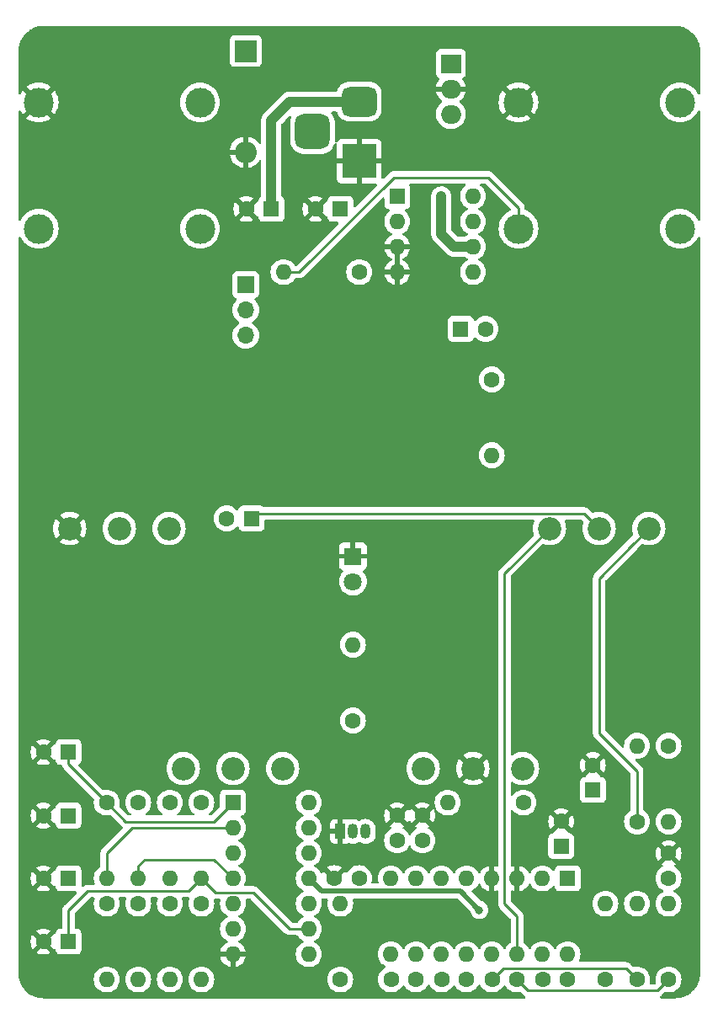
<source format=gbr>
%TF.GenerationSoftware,KiCad,Pcbnew,7.0.2*%
%TF.CreationDate,2024-03-15T13:05:12+09:00*%
%TF.ProjectId,Fading_Memories,46616469-6e67-45f4-9d65-6d6f72696573,rev?*%
%TF.SameCoordinates,Original*%
%TF.FileFunction,Copper,L2,Bot*%
%TF.FilePolarity,Positive*%
%FSLAX46Y46*%
G04 Gerber Fmt 4.6, Leading zero omitted, Abs format (unit mm)*
G04 Created by KiCad (PCBNEW 7.0.2) date 2024-03-15 13:05:12*
%MOMM*%
%LPD*%
G01*
G04 APERTURE LIST*
G04 Aperture macros list*
%AMRoundRect*
0 Rectangle with rounded corners*
0 $1 Rounding radius*
0 $2 $3 $4 $5 $6 $7 $8 $9 X,Y pos of 4 corners*
0 Add a 4 corners polygon primitive as box body*
4,1,4,$2,$3,$4,$5,$6,$7,$8,$9,$2,$3,0*
0 Add four circle primitives for the rounded corners*
1,1,$1+$1,$2,$3*
1,1,$1+$1,$4,$5*
1,1,$1+$1,$6,$7*
1,1,$1+$1,$8,$9*
0 Add four rect primitives between the rounded corners*
20,1,$1+$1,$2,$3,$4,$5,0*
20,1,$1+$1,$4,$5,$6,$7,0*
20,1,$1+$1,$6,$7,$8,$9,0*
20,1,$1+$1,$8,$9,$2,$3,0*%
G04 Aperture macros list end*
%TA.AperFunction,ComponentPad*%
%ADD10R,1.800000X1.800000*%
%TD*%
%TA.AperFunction,ComponentPad*%
%ADD11C,1.800000*%
%TD*%
%TA.AperFunction,ComponentPad*%
%ADD12C,1.600000*%
%TD*%
%TA.AperFunction,ComponentPad*%
%ADD13O,1.600000X1.600000*%
%TD*%
%TA.AperFunction,ComponentPad*%
%ADD14C,3.000000*%
%TD*%
%TA.AperFunction,ComponentPad*%
%ADD15R,1.600000X1.600000*%
%TD*%
%TA.AperFunction,ComponentPad*%
%ADD16C,2.340000*%
%TD*%
%TA.AperFunction,ComponentPad*%
%ADD17R,1.050000X1.500000*%
%TD*%
%TA.AperFunction,ComponentPad*%
%ADD18O,1.050000X1.500000*%
%TD*%
%TA.AperFunction,ComponentPad*%
%ADD19R,2.000000X1.905000*%
%TD*%
%TA.AperFunction,ComponentPad*%
%ADD20O,2.000000X1.905000*%
%TD*%
%TA.AperFunction,ComponentPad*%
%ADD21R,2.200000X2.200000*%
%TD*%
%TA.AperFunction,ComponentPad*%
%ADD22O,2.200000X2.200000*%
%TD*%
%TA.AperFunction,ComponentPad*%
%ADD23R,3.500000X3.500000*%
%TD*%
%TA.AperFunction,ComponentPad*%
%ADD24RoundRect,0.750000X-1.000000X0.750000X-1.000000X-0.750000X1.000000X-0.750000X1.000000X0.750000X0*%
%TD*%
%TA.AperFunction,ComponentPad*%
%ADD25RoundRect,0.875000X-0.875000X0.875000X-0.875000X-0.875000X0.875000X-0.875000X0.875000X0.875000X0*%
%TD*%
%TA.AperFunction,ComponentPad*%
%ADD26R,1.700000X1.700000*%
%TD*%
%TA.AperFunction,ComponentPad*%
%ADD27O,1.700000X1.700000*%
%TD*%
%TA.AperFunction,ViaPad*%
%ADD28C,0.800000*%
%TD*%
%TA.AperFunction,Conductor*%
%ADD29C,0.250000*%
%TD*%
%TA.AperFunction,Conductor*%
%ADD30C,0.500000*%
%TD*%
%TA.AperFunction,Conductor*%
%ADD31C,1.000000*%
%TD*%
G04 APERTURE END LIST*
D10*
%TO.P,D2,1,K*%
%TO.N,GND*%
X182245000Y-86355000D03*
D11*
%TO.P,D2,2,A*%
%TO.N,Net-(D2-A)*%
X182245000Y-88895000D03*
%TD*%
D12*
%TO.P,R22,1*%
%TO.N,5V*%
X182245000Y-102870000D03*
D13*
%TO.P,R22,2*%
%TO.N,Net-(D2-A)*%
X182245000Y-95250000D03*
%TD*%
D14*
%TO.P,J2,S*%
%TO.N,GND*%
X198895000Y-40725000D03*
%TO.P,J2,SN*%
%TO.N,N/C*%
X215125000Y-40725000D03*
%TO.P,J2,T*%
%TO.N,Wet_IN*%
X198895000Y-53425000D03*
%TO.P,J2,TN*%
%TO.N,N/C*%
X215125000Y-53425000D03*
%TD*%
%TO.P,J1,S*%
%TO.N,GND*%
X150635000Y-40725000D03*
%TO.P,J1,SN*%
%TO.N,N/C*%
X166865000Y-40725000D03*
%TO.P,J1,T*%
%TO.N,Net-(SW1-B)*%
X150635000Y-53425000D03*
%TO.P,J1,TN*%
%TO.N,N/C*%
X166865000Y-53425000D03*
%TD*%
D15*
%TO.P,U2,1,VCC*%
%TO.N,5V*%
X203835000Y-118745000D03*
D13*
%TO.P,U2,2,REF*%
%TO.N,Net-(U2-REF)*%
X201295000Y-118745000D03*
%TO.P,U2,3,AGND*%
%TO.N,GND*%
X198755000Y-118745000D03*
%TO.P,U2,4,DGND*%
X196215000Y-118745000D03*
%TO.P,U2,5,CLK_O*%
%TO.N,unconnected-(U2-CLK_O-Pad5)*%
X193675000Y-118745000D03*
%TO.P,U2,6,VCO*%
%TO.N,Net-(U2-VCO)*%
X191135000Y-118745000D03*
%TO.P,U2,7,CC1*%
%TO.N,Net-(U2-CC1)*%
X188595000Y-118745000D03*
%TO.P,U2,8,CC0*%
%TO.N,Net-(U2-CC0)*%
X186055000Y-118745000D03*
%TO.P,U2,9,OP1-OUT*%
%TO.N,Net-(U2-OP1-OUT)*%
X186055000Y-126365000D03*
%TO.P,U2,10,OP1-IN*%
%TO.N,Net-(U2-OP1-IN)*%
X188595000Y-126365000D03*
%TO.P,U2,11,OP2-IN*%
%TO.N,Net-(U2-OP2-IN)*%
X191135000Y-126365000D03*
%TO.P,U2,12,OP2-OUT*%
%TO.N,Net-(U2-OP2-OUT)*%
X193675000Y-126365000D03*
%TO.P,U2,13,LPF2-IN*%
%TO.N,Net-(U2-LPF2-IN)*%
X196215000Y-126365000D03*
%TO.P,U2,14,LPF2-OUT*%
%TO.N,Net-(U2-LPF2-OUT)*%
X198755000Y-126365000D03*
%TO.P,U2,15,LPF1-OUT*%
%TO.N,Net-(U2-LPF1-OUT)*%
X201295000Y-126365000D03*
%TO.P,U2,16,LPF1-IN*%
%TO.N,Net-(U2-LPF1-IN)*%
X203835000Y-126365000D03*
%TD*%
D15*
%TO.P,C4,1*%
%TO.N,Net-(U1-D)*%
X153620000Y-125095000D03*
D12*
%TO.P,C4,2*%
%TO.N,GND*%
X151120000Y-125095000D03*
%TD*%
D15*
%TO.P,C3,1*%
%TO.N,Net-(U1-C)*%
X153620000Y-118745000D03*
D12*
%TO.P,C3,2*%
%TO.N,GND*%
X151120000Y-118745000D03*
%TD*%
%TO.P,C10,1*%
%TO.N,Net-(U2-OP1-IN)*%
X188575000Y-128905000D03*
%TO.P,C10,2*%
%TO.N,Net-(U2-OP1-OUT)*%
X186075000Y-128905000D03*
%TD*%
%TO.P,R20,1*%
%TO.N,Net-(C16-Pad2)*%
X196215000Y-68580000D03*
D13*
%TO.P,R20,2*%
%TO.N,Net-(R18-Pad2)*%
X196215000Y-76200000D03*
%TD*%
D12*
%TO.P,C12,1*%
%TO.N,Net-(U2-LPF2-OUT)*%
X198735000Y-128905000D03*
%TO.P,C12,2*%
%TO.N,Net-(U2-LPF2-IN)*%
X196235000Y-128905000D03*
%TD*%
%TO.P,R8,1*%
%TO.N,Net-(U1-G=~A)*%
X157480000Y-121285000D03*
D13*
%TO.P,R8,2*%
%TO.N,Net-(R10-Pad1)*%
X157480000Y-128905000D03*
%TD*%
D12*
%TO.P,R19,1*%
%TO.N,Net-(R18-Pad2)*%
X213995000Y-105410000D03*
D13*
%TO.P,R19,2*%
%TO.N,Net-(U2-LPF1-IN)*%
X213995000Y-113030000D03*
%TD*%
D12*
%TO.P,C5,1*%
%TO.N,RandomCV*%
X182860000Y-118725000D03*
%TO.P,C5,2*%
%TO.N,GND*%
X180360000Y-118725000D03*
%TD*%
%TO.P,C7,1*%
%TO.N,Net-(U2-CC1)*%
X189230000Y-114915000D03*
%TO.P,C7,2*%
%TO.N,GND*%
X189230000Y-112415000D03*
%TD*%
D15*
%TO.P,C18,1*%
%TO.N,9V*%
X174030000Y-51435000D03*
D12*
%TO.P,C18,2*%
%TO.N,GND*%
X171530000Y-51435000D03*
%TD*%
%TO.P,R21,1*%
%TO.N,Net-(U3--)*%
X182880000Y-57785000D03*
D13*
%TO.P,R21,2*%
%TO.N,Wet_IN*%
X175260000Y-57785000D03*
%TD*%
D16*
%TO.P,R5,1,1*%
%TO.N,unconnected-(R5-Pad1)*%
X175180000Y-107690000D03*
%TO.P,R5,2,2*%
%TO.N,Net-(U1-J=~D)*%
X170180000Y-107690000D03*
%TO.P,R5,3,3*%
%TO.N,Net-(R4-Pad1)*%
X165180000Y-107690000D03*
%TD*%
D12*
%TO.P,R6,1*%
%TO.N,Net-(U1-I=~C)*%
X163830000Y-121285000D03*
D13*
%TO.P,R6,2*%
%TO.N,Net-(R10-Pad1)*%
X163830000Y-128905000D03*
%TD*%
D17*
%TO.P,Q1,1,E*%
%TO.N,GND*%
X180975000Y-114025000D03*
D18*
%TO.P,Q1,2,B*%
%TO.N,RandomCV*%
X182245000Y-114025000D03*
%TO.P,Q1,3,C*%
%TO.N,Net-(Q1-C)*%
X183515000Y-114025000D03*
%TD*%
D12*
%TO.P,R7,1*%
%TO.N,Net-(U1-H=~B)*%
X160655000Y-121285000D03*
D13*
%TO.P,R7,2*%
%TO.N,Net-(R10-Pad1)*%
X160655000Y-128905000D03*
%TD*%
D16*
%TO.P,R12,1,1*%
%TO.N,Net-(Q1-C)*%
X199310000Y-107690000D03*
%TO.P,R12,2,2*%
%TO.N,GND*%
X194310000Y-107690000D03*
%TO.P,R12,3,3*%
%TO.N,unconnected-(R12-Pad3)*%
X189310000Y-107690000D03*
%TD*%
D12*
%TO.P,C13,1*%
%TO.N,Net-(U2-LPF1-OUT)*%
X201315000Y-128905000D03*
%TO.P,C13,2*%
%TO.N,Net-(U2-LPF1-IN)*%
X203815000Y-128905000D03*
%TD*%
D15*
%TO.P,C8,1*%
%TO.N,Net-(U2-REF)*%
X203200000Y-115505113D03*
D12*
%TO.P,C8,2*%
%TO.N,GND*%
X203200000Y-113005113D03*
%TD*%
%TO.P,R4,1*%
%TO.N,Net-(R4-Pad1)*%
X167005000Y-111125000D03*
D13*
%TO.P,R4,2*%
%TO.N,Net-(U1-D)*%
X167005000Y-118745000D03*
%TD*%
D15*
%TO.P,U1,1,A*%
%TO.N,Net-(U1-A)*%
X170180000Y-111125000D03*
D13*
%TO.P,U1,2,G=~A*%
%TO.N,Net-(U1-G=~A)*%
X170180000Y-113665000D03*
%TO.P,U1,3,B*%
%TO.N,Net-(U1-B)*%
X170180000Y-116205000D03*
%TO.P,U1,4,H=~B*%
%TO.N,Net-(U1-H=~B)*%
X170180000Y-118745000D03*
%TO.P,U1,5,C*%
%TO.N,Net-(U1-C)*%
X170180000Y-121285000D03*
%TO.P,U1,6,I=~C*%
%TO.N,Net-(U1-I=~C)*%
X170180000Y-123825000D03*
%TO.P,U1,7,VSS*%
%TO.N,GND*%
X170180000Y-126365000D03*
%TO.P,U1,8,J=~D*%
%TO.N,Net-(U1-J=~D)*%
X177800000Y-126365000D03*
%TO.P,U1,9,D*%
%TO.N,Net-(U1-D)*%
X177800000Y-123825000D03*
%TO.P,U1,10,K=~E*%
%TO.N,Net-(U1-F)*%
X177800000Y-121285000D03*
%TO.P,U1,11,E*%
%TO.N,5V*%
X177800000Y-118745000D03*
%TO.P,U1,12,L=~F*%
%TO.N,unconnected-(U1-L=~F-Pad12)*%
X177800000Y-116205000D03*
%TO.P,U1,13,F*%
%TO.N,Net-(U1-F)*%
X177800000Y-113665000D03*
%TO.P,U1,14,VDD*%
%TO.N,5V*%
X177800000Y-111125000D03*
%TD*%
D12*
%TO.P,R11,1*%
%TO.N,Net-(Q1-C)*%
X199390000Y-111125000D03*
D13*
%TO.P,R11,2*%
%TO.N,Net-(U2-VCO)*%
X191770000Y-111125000D03*
%TD*%
D12*
%TO.P,C6,1*%
%TO.N,Net-(U2-CC0)*%
X186690000Y-114915000D03*
%TO.P,C6,2*%
%TO.N,GND*%
X186690000Y-112415000D03*
%TD*%
%TO.P,R18,1*%
%TO.N,Net-(U2-LPF1-OUT)*%
X210820000Y-113030000D03*
D13*
%TO.P,R18,2*%
%TO.N,Net-(R18-Pad2)*%
X210820000Y-105410000D03*
%TD*%
D12*
%TO.P,C14,1*%
%TO.N,Net-(C14-Pad1)*%
X213995000Y-118725000D03*
%TO.P,C14,2*%
%TO.N,GND*%
X213995000Y-116225000D03*
%TD*%
D19*
%TO.P,U4,1,IN*%
%TO.N,9V*%
X192095000Y-36830000D03*
D20*
%TO.P,U4,2,GND*%
%TO.N,GND*%
X192095000Y-39370000D03*
%TO.P,U4,3,OUT*%
%TO.N,5V*%
X192095000Y-41910000D03*
%TD*%
D12*
%TO.P,R2,1*%
%TO.N,Net-(U1-B)*%
X160655000Y-111125000D03*
D13*
%TO.P,R2,2*%
%TO.N,Net-(U1-H=~B)*%
X160655000Y-118745000D03*
%TD*%
D12*
%TO.P,R14,1*%
%TO.N,Net-(U2-LPF2-IN)*%
X210820000Y-128905000D03*
D13*
%TO.P,R14,2*%
%TO.N,Net-(C14-Pad1)*%
X210820000Y-121285000D03*
%TD*%
D15*
%TO.P,C2,1*%
%TO.N,Net-(U1-B)*%
X153620000Y-112435000D03*
D12*
%TO.P,C2,2*%
%TO.N,GND*%
X151120000Y-112435000D03*
%TD*%
%TO.P,R13,1*%
%TO.N,Net-(U2-OP2-OUT)*%
X207645000Y-128905000D03*
D13*
%TO.P,R13,2*%
%TO.N,Net-(C14-Pad1)*%
X207645000Y-121285000D03*
%TD*%
D15*
%TO.P,U3,1,GAIN*%
%TO.N,unconnected-(U3-GAIN-Pad1)*%
X186700000Y-50165000D03*
D13*
%TO.P,U3,2,-*%
%TO.N,Net-(U3--)*%
X186700000Y-52705000D03*
%TO.P,U3,3,+*%
%TO.N,GND*%
X186700000Y-55245000D03*
%TO.P,U3,4,GND*%
X186700000Y-57785000D03*
%TO.P,U3,5*%
%TO.N,Net-(C16-Pad1)*%
X194320000Y-57785000D03*
%TO.P,U3,6,V+*%
%TO.N,9V*%
X194320000Y-55245000D03*
%TO.P,U3,7,BYPASS*%
%TO.N,Net-(U3-BYPASS)*%
X194320000Y-52705000D03*
%TO.P,U3,8,GAIN*%
%TO.N,unconnected-(U3-GAIN-Pad8)*%
X194320000Y-50165000D03*
%TD*%
D12*
%TO.P,R1,1*%
%TO.N,Net-(U1-A)*%
X157480000Y-111125000D03*
D13*
%TO.P,R1,2*%
%TO.N,Net-(U1-G=~A)*%
X157480000Y-118745000D03*
%TD*%
D12*
%TO.P,R15,1*%
%TO.N,Net-(U2-LPF2-OUT)*%
X213995000Y-128905000D03*
D13*
%TO.P,R15,2*%
%TO.N,Net-(C14-Pad1)*%
X213995000Y-121285000D03*
%TD*%
D15*
%TO.P,C17,1*%
%TO.N,Net-(U3-BYPASS)*%
X180975000Y-51435000D03*
D12*
%TO.P,C17,2*%
%TO.N,GND*%
X178475000Y-51435000D03*
%TD*%
%TO.P,R10,1*%
%TO.N,Net-(R10-Pad1)*%
X180975000Y-128905000D03*
D13*
%TO.P,R10,2*%
%TO.N,RandomCV*%
X180975000Y-121285000D03*
%TD*%
D15*
%TO.P,C16,1*%
%TO.N,Net-(C16-Pad1)*%
X193080000Y-63500000D03*
D12*
%TO.P,C16,2*%
%TO.N,Net-(C16-Pad2)*%
X195580000Y-63500000D03*
%TD*%
D15*
%TO.P,C15,1*%
%TO.N,Net-(C15-Pad1)*%
X172045000Y-82550000D03*
D12*
%TO.P,C15,2*%
%TO.N,Net-(C15-Pad2)*%
X169545000Y-82550000D03*
%TD*%
%TO.P,R9,1*%
%TO.N,Net-(U1-J=~D)*%
X167005000Y-121285000D03*
D13*
%TO.P,R9,2*%
%TO.N,Net-(R10-Pad1)*%
X167005000Y-128905000D03*
%TD*%
D16*
%TO.P,R16,1,1*%
%TO.N,Net-(C15-Pad2)*%
X163750000Y-83560000D03*
%TO.P,R16,2,2*%
%TO.N,Wet_OUT*%
X158750000Y-83560000D03*
%TO.P,R16,3,3*%
%TO.N,GND*%
X153750000Y-83560000D03*
%TD*%
D12*
%TO.P,R3,1*%
%TO.N,Net-(U1-C)*%
X163830000Y-111125000D03*
D13*
%TO.P,R3,2*%
%TO.N,Net-(U1-I=~C)*%
X163830000Y-118745000D03*
%TD*%
D21*
%TO.P,D1,1,K*%
%TO.N,9V*%
X171450000Y-35560000D03*
D22*
%TO.P,D1,2,A*%
%TO.N,GND*%
X171450000Y-45720000D03*
%TD*%
D12*
%TO.P,C11,1*%
%TO.N,Net-(U2-OP2-OUT)*%
X193655000Y-128905000D03*
%TO.P,C11,2*%
%TO.N,Net-(U2-OP2-IN)*%
X191155000Y-128905000D03*
%TD*%
D16*
%TO.P,R17,1,1*%
%TO.N,Net-(U2-LPF1-OUT)*%
X212010000Y-83560000D03*
%TO.P,R17,2,2*%
%TO.N,Net-(C15-Pad1)*%
X207010000Y-83560000D03*
%TO.P,R17,3,3*%
%TO.N,Net-(U2-LPF2-OUT)*%
X202010000Y-83560000D03*
%TD*%
D15*
%TO.P,C9,1*%
%TO.N,5V*%
X206375000Y-109855000D03*
D12*
%TO.P,C9,2*%
%TO.N,GND*%
X206375000Y-107355000D03*
%TD*%
D23*
%TO.P,J3,1*%
%TO.N,GND*%
X182880000Y-46640000D03*
D24*
%TO.P,J3,2*%
%TO.N,9V*%
X182880000Y-40640000D03*
D25*
%TO.P,J3,3*%
%TO.N,N/C*%
X178180000Y-43640000D03*
%TD*%
D26*
%TO.P,SW1,1,A*%
%TO.N,Wet_IN*%
X171450000Y-59055000D03*
D27*
%TO.P,SW1,2,B*%
%TO.N,Net-(SW1-B)*%
X171450000Y-61595000D03*
%TO.P,SW1,3,C*%
%TO.N,Wet_OUT*%
X171450000Y-64135000D03*
%TD*%
D15*
%TO.P,C1,1*%
%TO.N,Net-(U1-A)*%
X153620000Y-106045000D03*
D12*
%TO.P,C1,2*%
%TO.N,GND*%
X151120000Y-106045000D03*
%TD*%
D28*
%TO.N,5V*%
X194945000Y-121920000D03*
%TO.N,9V*%
X191135000Y-50165000D03*
%TD*%
D29*
%TO.N,Wet_IN*%
X198895000Y-51303680D02*
X198895000Y-53425000D01*
X195851320Y-48260000D02*
X198895000Y-51303680D01*
X186355000Y-48260000D02*
X195851320Y-48260000D01*
X175260000Y-57785000D02*
X176830000Y-57785000D01*
X176830000Y-57785000D02*
X186355000Y-48260000D01*
%TO.N,Net-(U1-A)*%
X153620000Y-106045000D02*
X153620000Y-107265000D01*
X168275000Y-113030000D02*
X159385000Y-113030000D01*
X153620000Y-107265000D02*
X157480000Y-111125000D01*
X159385000Y-113030000D02*
X157480000Y-111125000D01*
X170180000Y-111125000D02*
X168275000Y-113030000D01*
%TO.N,Net-(U1-D)*%
X168420000Y-120160000D02*
X172230000Y-120160000D01*
X155575000Y-120015000D02*
X165735000Y-120015000D01*
X153620000Y-125095000D02*
X153620000Y-121970000D01*
X165735000Y-120015000D02*
X167005000Y-118745000D01*
X153620000Y-121970000D02*
X155575000Y-120015000D01*
X175895000Y-123825000D02*
X177800000Y-123825000D01*
X172230000Y-120160000D02*
X175895000Y-123825000D01*
X167005000Y-118745000D02*
X168420000Y-120160000D01*
D30*
%TO.N,5V*%
X193040000Y-120015000D02*
X194945000Y-121920000D01*
X179070000Y-120015000D02*
X193040000Y-120015000D01*
X177800000Y-118745000D02*
X179070000Y-120015000D01*
D29*
%TO.N,Net-(U2-LPF2-OUT)*%
X212870000Y-130030000D02*
X199860000Y-130030000D01*
X198755000Y-122555000D02*
X198755000Y-126365000D01*
X202010000Y-83560000D02*
X197485000Y-88085000D01*
X197485000Y-88085000D02*
X197485000Y-121285000D01*
X199860000Y-130030000D02*
X198735000Y-128905000D01*
X197485000Y-121285000D02*
X198755000Y-122555000D01*
X213995000Y-128905000D02*
X212870000Y-130030000D01*
%TO.N,Net-(U2-LPF2-IN)*%
X197360000Y-127780000D02*
X196235000Y-128905000D01*
X209695000Y-127780000D02*
X197360000Y-127780000D01*
X210820000Y-128905000D02*
X209695000Y-127780000D01*
%TO.N,Net-(U2-LPF1-OUT)*%
X207010000Y-88560000D02*
X210332500Y-85237500D01*
X210820000Y-113030000D02*
X210820000Y-107950000D01*
X207010000Y-104140000D02*
X207010000Y-88560000D01*
X210820000Y-107950000D02*
X207010000Y-104140000D01*
X212010000Y-83560000D02*
X210332500Y-85237500D01*
%TO.N,Net-(C15-Pad1)*%
X205515000Y-82065000D02*
X207010000Y-83560000D01*
X172530000Y-82065000D02*
X205515000Y-82065000D01*
X172045000Y-82550000D02*
X172530000Y-82065000D01*
D31*
%TO.N,9V*%
X175895000Y-40640000D02*
X174030000Y-42505000D01*
X191135000Y-50165000D02*
X191135000Y-53975000D01*
X191135000Y-53975000D02*
X192405000Y-55245000D01*
X174030000Y-42505000D02*
X174030000Y-51435000D01*
X192405000Y-55245000D02*
X194320000Y-55245000D01*
X182880000Y-40640000D02*
X175895000Y-40640000D01*
D29*
%TO.N,Net-(U1-G=~A)*%
X157480000Y-118745000D02*
X157480000Y-116205000D01*
X157480000Y-116205000D02*
X160020000Y-113665000D01*
X160020000Y-113665000D02*
X170180000Y-113665000D01*
%TO.N,Net-(U1-H=~B)*%
X160655000Y-118745000D02*
X160655000Y-117475000D01*
X161290000Y-116840000D02*
X168275000Y-116840000D01*
X160655000Y-117475000D02*
X161290000Y-116840000D01*
X168275000Y-116840000D02*
X170180000Y-118745000D01*
%TD*%
%TA.AperFunction,Conductor*%
%TO.N,GND*%
G36*
X188844835Y-112540148D02*
G01*
X188902359Y-112653045D01*
X188991955Y-112742641D01*
X189104852Y-112800165D01*
X189185599Y-112812953D01*
X188504526Y-113494025D01*
X188504526Y-113494026D01*
X188577515Y-113545133D01*
X188592975Y-113552342D01*
X188645414Y-113598514D01*
X188664566Y-113665708D01*
X188644350Y-113732589D01*
X188592978Y-113777104D01*
X188577268Y-113784429D01*
X188390859Y-113914953D01*
X188229953Y-114075859D01*
X188099433Y-114262263D01*
X188099433Y-114262264D01*
X188099432Y-114262266D01*
X188074546Y-114315635D01*
X188072382Y-114320275D01*
X188026209Y-114372714D01*
X187959015Y-114391865D01*
X187892134Y-114371649D01*
X187847618Y-114320275D01*
X187846433Y-114317734D01*
X187820568Y-114262266D01*
X187769000Y-114188618D01*
X187690046Y-114075859D01*
X187529140Y-113914953D01*
X187342735Y-113784432D01*
X187327023Y-113777106D01*
X187274584Y-113730933D01*
X187255432Y-113663740D01*
X187275648Y-113596859D01*
X187327026Y-113552340D01*
X187342484Y-113545131D01*
X187415472Y-113494025D01*
X186734401Y-112812953D01*
X186815148Y-112800165D01*
X186928045Y-112742641D01*
X187017641Y-112653045D01*
X187075165Y-112540148D01*
X187087953Y-112459400D01*
X187769025Y-113140472D01*
X187820135Y-113067479D01*
X187847618Y-113008543D01*
X187893790Y-112956103D01*
X187960983Y-112936951D01*
X188027864Y-112957166D01*
X188072382Y-113008543D01*
X188099865Y-113067482D01*
X188150972Y-113140471D01*
X188150974Y-113140472D01*
X188832046Y-112459399D01*
X188844835Y-112540148D01*
G37*
%TD.AperFunction*%
%TA.AperFunction,Conductor*%
G36*
X186950000Y-57469314D02*
G01*
X186938045Y-57457359D01*
X186825148Y-57399835D01*
X186731481Y-57385000D01*
X186668519Y-57385000D01*
X186574852Y-57399835D01*
X186461955Y-57457359D01*
X186450000Y-57469313D01*
X186450000Y-55560685D01*
X186461955Y-55572641D01*
X186574852Y-55630165D01*
X186668519Y-55645000D01*
X186731481Y-55645000D01*
X186825148Y-55630165D01*
X186938045Y-55572641D01*
X186950000Y-55560685D01*
X186950000Y-57469314D01*
G37*
%TD.AperFunction*%
%TA.AperFunction,Conductor*%
G36*
X214633471Y-33020694D02*
G01*
X214745603Y-33026992D01*
X214914353Y-33037199D01*
X214927588Y-33038720D01*
X215060387Y-33061283D01*
X215206243Y-33088013D01*
X215218133Y-33090809D01*
X215350788Y-33129025D01*
X215353279Y-33129773D01*
X215490146Y-33172423D01*
X215500682Y-33176237D01*
X215629736Y-33229693D01*
X215633063Y-33231130D01*
X215762306Y-33289298D01*
X215771372Y-33293834D01*
X215894331Y-33361791D01*
X215898500Y-33364202D01*
X216018988Y-33437040D01*
X216026592Y-33442027D01*
X216141525Y-33523575D01*
X216146223Y-33527078D01*
X216256752Y-33613672D01*
X216262906Y-33618823D01*
X216368133Y-33712859D01*
X216373187Y-33717638D01*
X216472360Y-33816811D01*
X216477139Y-33821865D01*
X216571175Y-33927092D01*
X216576326Y-33933246D01*
X216662904Y-34043754D01*
X216666423Y-34048473D01*
X216747971Y-34163406D01*
X216752958Y-34171010D01*
X216825796Y-34291498D01*
X216828207Y-34295667D01*
X216896164Y-34418626D01*
X216900712Y-34427716D01*
X216958832Y-34556853D01*
X216960317Y-34560291D01*
X217013756Y-34689303D01*
X217017580Y-34699866D01*
X217060214Y-34836684D01*
X217060983Y-34839246D01*
X217099180Y-34971831D01*
X217101995Y-34983807D01*
X217128723Y-35129655D01*
X217151276Y-35262390D01*
X217152800Y-35275663D01*
X217163012Y-35444474D01*
X217169305Y-35556528D01*
X217169500Y-35563480D01*
X217169500Y-39809156D01*
X217149815Y-39876195D01*
X217097011Y-39921950D01*
X217027853Y-39931894D01*
X216964297Y-39902869D01*
X216936668Y-39868583D01*
X216923164Y-39843853D01*
X216859790Y-39727792D01*
X216812227Y-39640686D01*
X216741194Y-39545797D01*
X216640739Y-39411605D01*
X216438395Y-39209261D01*
X216272864Y-39085346D01*
X216209313Y-39037772D01*
X215958163Y-38900634D01*
X215958162Y-38900633D01*
X215958161Y-38900633D01*
X215690046Y-38800631D01*
X215690041Y-38800629D01*
X215410429Y-38739804D01*
X215125000Y-38719389D01*
X214839570Y-38739804D01*
X214559958Y-38800629D01*
X214291836Y-38900634D01*
X214040686Y-39037772D01*
X213811602Y-39209263D01*
X213609263Y-39411602D01*
X213437772Y-39640686D01*
X213300634Y-39891836D01*
X213200629Y-40159958D01*
X213139804Y-40439570D01*
X213119389Y-40725000D01*
X213139804Y-41010429D01*
X213200629Y-41290041D01*
X213213422Y-41324340D01*
X213298366Y-41552084D01*
X213300634Y-41558163D01*
X213437772Y-41809313D01*
X213464060Y-41844429D01*
X213609261Y-42038395D01*
X213811605Y-42240739D01*
X213927611Y-42327580D01*
X214040686Y-42412227D01*
X214168479Y-42482007D01*
X214291839Y-42549367D01*
X214559954Y-42649369D01*
X214559957Y-42649369D01*
X214559958Y-42649370D01*
X214612217Y-42660738D01*
X214839572Y-42710196D01*
X215125000Y-42730610D01*
X215410428Y-42710196D01*
X215690046Y-42649369D01*
X215958161Y-42549367D01*
X216209315Y-42412226D01*
X216438395Y-42240739D01*
X216640739Y-42038395D01*
X216812226Y-41809315D01*
X216936669Y-41581414D01*
X216986073Y-41532011D01*
X217054346Y-41517159D01*
X217119810Y-41541576D01*
X217161682Y-41597509D01*
X217169500Y-41640843D01*
X217169500Y-52509156D01*
X217149815Y-52576195D01*
X217097011Y-52621950D01*
X217027853Y-52631894D01*
X216964297Y-52602869D01*
X216936668Y-52568583D01*
X216812227Y-52340686D01*
X216750705Y-52258502D01*
X216640739Y-52111605D01*
X216438395Y-51909261D01*
X216277148Y-51788553D01*
X216209313Y-51737772D01*
X215958163Y-51600634D01*
X215958162Y-51600633D01*
X215958161Y-51600633D01*
X215718903Y-51511394D01*
X215690041Y-51500629D01*
X215410429Y-51439804D01*
X215125000Y-51419389D01*
X214839570Y-51439804D01*
X214559958Y-51500629D01*
X214291836Y-51600634D01*
X214040686Y-51737772D01*
X213811602Y-51909263D01*
X213609263Y-52111602D01*
X213437772Y-52340686D01*
X213300634Y-52591836D01*
X213200629Y-52859958D01*
X213139804Y-53139570D01*
X213119389Y-53425000D01*
X213139804Y-53710429D01*
X213200629Y-53990041D01*
X213200631Y-53990046D01*
X213298205Y-54251652D01*
X213300634Y-54258163D01*
X213437772Y-54509313D01*
X213485134Y-54572581D01*
X213609261Y-54738395D01*
X213811605Y-54940739D01*
X213915228Y-55018310D01*
X214040686Y-55112227D01*
X214180435Y-55188535D01*
X214291839Y-55249367D01*
X214559954Y-55349369D01*
X214559957Y-55349369D01*
X214559958Y-55349370D01*
X214612217Y-55360738D01*
X214839572Y-55410196D01*
X215125000Y-55430610D01*
X215410428Y-55410196D01*
X215690046Y-55349369D01*
X215958161Y-55249367D01*
X216209315Y-55112226D01*
X216438395Y-54940739D01*
X216640739Y-54738395D01*
X216812226Y-54509315D01*
X216936669Y-54281414D01*
X216986073Y-54232011D01*
X217054346Y-54217159D01*
X217119810Y-54241576D01*
X217161682Y-54297509D01*
X217169500Y-54340843D01*
X217169500Y-128266519D01*
X217169305Y-128273472D01*
X217163012Y-128385524D01*
X217152801Y-128554330D01*
X217151275Y-128567613D01*
X217128723Y-128700343D01*
X217101995Y-128846195D01*
X217099182Y-128858163D01*
X217060983Y-128990752D01*
X217060214Y-128993314D01*
X217017580Y-129130132D01*
X217013756Y-129140695D01*
X216960317Y-129269707D01*
X216958832Y-129273145D01*
X216900712Y-129402282D01*
X216896164Y-129411372D01*
X216828207Y-129534331D01*
X216825796Y-129538500D01*
X216752958Y-129658988D01*
X216747971Y-129666592D01*
X216666423Y-129781525D01*
X216662904Y-129786244D01*
X216576326Y-129896752D01*
X216571175Y-129902906D01*
X216477139Y-130008133D01*
X216472360Y-130013187D01*
X216373187Y-130112360D01*
X216368133Y-130117139D01*
X216262906Y-130211175D01*
X216256752Y-130216326D01*
X216146244Y-130302904D01*
X216141525Y-130306423D01*
X216026592Y-130387971D01*
X216018988Y-130392958D01*
X215898500Y-130465796D01*
X215894331Y-130468207D01*
X215771372Y-130536164D01*
X215762282Y-130540712D01*
X215633145Y-130598832D01*
X215629707Y-130600317D01*
X215500695Y-130653756D01*
X215490132Y-130657580D01*
X215353314Y-130700214D01*
X215350752Y-130700983D01*
X215218167Y-130739180D01*
X215206191Y-130741995D01*
X215060344Y-130768723D01*
X214927608Y-130791276D01*
X214914335Y-130792800D01*
X214745525Y-130803012D01*
X214633472Y-130809305D01*
X214626520Y-130809500D01*
X213242908Y-130809500D01*
X213175869Y-130789815D01*
X213130114Y-130737011D01*
X213120170Y-130667853D01*
X213149195Y-130604297D01*
X213170019Y-130585184D01*
X213187238Y-130572673D01*
X213209074Y-130556807D01*
X213218830Y-130550400D01*
X213256418Y-130528171D01*
X213256417Y-130528171D01*
X213256420Y-130528170D01*
X213270585Y-130514004D01*
X213285373Y-130501373D01*
X213301587Y-130489594D01*
X213329438Y-130455926D01*
X213337279Y-130447309D01*
X213580177Y-130204412D01*
X213641499Y-130170928D01*
X213699951Y-130172319D01*
X213768308Y-130190635D01*
X213995000Y-130210468D01*
X214221692Y-130190635D01*
X214441496Y-130131739D01*
X214647734Y-130035568D01*
X214834139Y-129905047D01*
X214995047Y-129744139D01*
X215125568Y-129557734D01*
X215221739Y-129351496D01*
X215280635Y-129131692D01*
X215300468Y-128905000D01*
X215280635Y-128678308D01*
X215221739Y-128458504D01*
X215125568Y-128252266D01*
X214995047Y-128065861D01*
X214995046Y-128065859D01*
X214834140Y-127904953D01*
X214647735Y-127774432D01*
X214441497Y-127678261D01*
X214221689Y-127619364D01*
X213995000Y-127599531D01*
X213768310Y-127619364D01*
X213548502Y-127678261D01*
X213342264Y-127774432D01*
X213155859Y-127904953D01*
X212994953Y-128065859D01*
X212864432Y-128252264D01*
X212768261Y-128458502D01*
X212709364Y-128678310D01*
X212689531Y-128904999D01*
X212709364Y-129131690D01*
X212727680Y-129200047D01*
X212726017Y-129269897D01*
X212695587Y-129319820D01*
X212647228Y-129368180D01*
X212585905Y-129401666D01*
X212559546Y-129404500D01*
X212194137Y-129404500D01*
X212127098Y-129384815D01*
X212081343Y-129332011D01*
X212071399Y-129262853D01*
X212074362Y-129248407D01*
X212095112Y-129170961D01*
X212105635Y-129131692D01*
X212125468Y-128905000D01*
X212105635Y-128678308D01*
X212046739Y-128458504D01*
X211950568Y-128252266D01*
X211820047Y-128065861D01*
X211820046Y-128065859D01*
X211659140Y-127904953D01*
X211472735Y-127774432D01*
X211266497Y-127678261D01*
X211046689Y-127619364D01*
X210820000Y-127599531D01*
X210593307Y-127619364D01*
X210524950Y-127637680D01*
X210455100Y-127636017D01*
X210405177Y-127605586D01*
X210195802Y-127396211D01*
X210182906Y-127380113D01*
X210131775Y-127332098D01*
X210128978Y-127329387D01*
X210112227Y-127312636D01*
X210109471Y-127309880D01*
X210106290Y-127307412D01*
X210097422Y-127299837D01*
X210065582Y-127269938D01*
X210048024Y-127260285D01*
X210031764Y-127249604D01*
X210015936Y-127237327D01*
X209975851Y-127219980D01*
X209965361Y-127214841D01*
X209927091Y-127193802D01*
X209907691Y-127188821D01*
X209889284Y-127182519D01*
X209870897Y-127174562D01*
X209827758Y-127167729D01*
X209816324Y-127165361D01*
X209774019Y-127154500D01*
X209753984Y-127154500D01*
X209734586Y-127152973D01*
X209727162Y-127151797D01*
X209714805Y-127149840D01*
X209714804Y-127149840D01*
X209688484Y-127152328D01*
X209671325Y-127153950D01*
X209659656Y-127154500D01*
X205096434Y-127154500D01*
X205029395Y-127134815D01*
X204983640Y-127082011D01*
X204973696Y-127012853D01*
X204984052Y-126978095D01*
X205016576Y-126908348D01*
X205061739Y-126811496D01*
X205120635Y-126591692D01*
X205140468Y-126365000D01*
X205120635Y-126138308D01*
X205061739Y-125918504D01*
X204965568Y-125712266D01*
X204835271Y-125526180D01*
X204835046Y-125525859D01*
X204674140Y-125364953D01*
X204487735Y-125234432D01*
X204281497Y-125138261D01*
X204061689Y-125079364D01*
X203835000Y-125059531D01*
X203608310Y-125079364D01*
X203388502Y-125138261D01*
X203182264Y-125234432D01*
X202995859Y-125364953D01*
X202834953Y-125525859D01*
X202704433Y-125712263D01*
X202677382Y-125770275D01*
X202631209Y-125822714D01*
X202564015Y-125841865D01*
X202497134Y-125821649D01*
X202452618Y-125770275D01*
X202452617Y-125770273D01*
X202425568Y-125712266D01*
X202305876Y-125541326D01*
X202295046Y-125525859D01*
X202134140Y-125364953D01*
X201947735Y-125234432D01*
X201741497Y-125138261D01*
X201521689Y-125079364D01*
X201295000Y-125059531D01*
X201068310Y-125079364D01*
X200848502Y-125138261D01*
X200642264Y-125234432D01*
X200455859Y-125364953D01*
X200294953Y-125525859D01*
X200164431Y-125712266D01*
X200137380Y-125770276D01*
X200091207Y-125822714D01*
X200024013Y-125841865D01*
X199957132Y-125821648D01*
X199912617Y-125770273D01*
X199901990Y-125747484D01*
X199885568Y-125712266D01*
X199765876Y-125541326D01*
X199755046Y-125525859D01*
X199594140Y-125364953D01*
X199433376Y-125252386D01*
X199389751Y-125197809D01*
X199380499Y-125150811D01*
X199380499Y-123937454D01*
X199380499Y-122637729D01*
X199382763Y-122617242D01*
X199380561Y-122547144D01*
X199380500Y-122543250D01*
X199380500Y-122519544D01*
X199380500Y-122519543D01*
X199380500Y-122515650D01*
X199379998Y-122511681D01*
X199379080Y-122500024D01*
X199377709Y-122456373D01*
X199372120Y-122437140D01*
X199368174Y-122418082D01*
X199365664Y-122398208D01*
X199349588Y-122357606D01*
X199345804Y-122346552D01*
X199333619Y-122304613D01*
X199333618Y-122304612D01*
X199333618Y-122304610D01*
X199323417Y-122287361D01*
X199314860Y-122269895D01*
X199307486Y-122251268D01*
X199281813Y-122215932D01*
X199275402Y-122206172D01*
X199253169Y-122168578D01*
X199239006Y-122154415D01*
X199226369Y-122139620D01*
X199214595Y-122123414D01*
X199196272Y-122108256D01*
X199180935Y-122095568D01*
X199172305Y-122087714D01*
X198369591Y-121284999D01*
X206339531Y-121284999D01*
X206359364Y-121511689D01*
X206418261Y-121731497D01*
X206514432Y-121937735D01*
X206644953Y-122124140D01*
X206805859Y-122285046D01*
X206992264Y-122415567D01*
X206992265Y-122415567D01*
X206992266Y-122415568D01*
X207198504Y-122511739D01*
X207418308Y-122570635D01*
X207645000Y-122590468D01*
X207871692Y-122570635D01*
X208091496Y-122511739D01*
X208297734Y-122415568D01*
X208484139Y-122285047D01*
X208645047Y-122124139D01*
X208775568Y-121937734D01*
X208871739Y-121731496D01*
X208930635Y-121511692D01*
X208950468Y-121285000D01*
X208950468Y-121284999D01*
X209514531Y-121284999D01*
X209534364Y-121511689D01*
X209593261Y-121731497D01*
X209689432Y-121937735D01*
X209819953Y-122124140D01*
X209980859Y-122285046D01*
X210167264Y-122415567D01*
X210167265Y-122415567D01*
X210167266Y-122415568D01*
X210373504Y-122511739D01*
X210593308Y-122570635D01*
X210744435Y-122583857D01*
X210819999Y-122590468D01*
X210819999Y-122590467D01*
X210820000Y-122590468D01*
X211046692Y-122570635D01*
X211266496Y-122511739D01*
X211472734Y-122415568D01*
X211659139Y-122285047D01*
X211820047Y-122124139D01*
X211950568Y-121937734D01*
X212046739Y-121731496D01*
X212105635Y-121511692D01*
X212125468Y-121285000D01*
X212125468Y-121284999D01*
X212689531Y-121284999D01*
X212709364Y-121511689D01*
X212768261Y-121731497D01*
X212864432Y-121937735D01*
X212994953Y-122124140D01*
X213155859Y-122285046D01*
X213342264Y-122415567D01*
X213342265Y-122415567D01*
X213342266Y-122415568D01*
X213548504Y-122511739D01*
X213768308Y-122570635D01*
X213995000Y-122590468D01*
X214221692Y-122570635D01*
X214441496Y-122511739D01*
X214647734Y-122415568D01*
X214834139Y-122285047D01*
X214995047Y-122124139D01*
X215125568Y-121937734D01*
X215221739Y-121731496D01*
X215280635Y-121511692D01*
X215300468Y-121285000D01*
X215280635Y-121058308D01*
X215221739Y-120838504D01*
X215125568Y-120632266D01*
X215123560Y-120629397D01*
X214995046Y-120445859D01*
X214834140Y-120284953D01*
X214647735Y-120154432D01*
X214589725Y-120127382D01*
X214568279Y-120117381D01*
X214515841Y-120071210D01*
X214496689Y-120004016D01*
X214516905Y-119937135D01*
X214568279Y-119892618D01*
X214647734Y-119855568D01*
X214834139Y-119725047D01*
X214995047Y-119564139D01*
X215125568Y-119377734D01*
X215221739Y-119171496D01*
X215280635Y-118951692D01*
X215300468Y-118725000D01*
X215280635Y-118498308D01*
X215221739Y-118278504D01*
X215125568Y-118072266D01*
X215088640Y-118019526D01*
X214995046Y-117885859D01*
X214834140Y-117724953D01*
X214647735Y-117594432D01*
X214636877Y-117589369D01*
X214632022Y-117587105D01*
X214579584Y-117540933D01*
X214560432Y-117473740D01*
X214580648Y-117406859D01*
X214632026Y-117362340D01*
X214647484Y-117355131D01*
X214720472Y-117304025D01*
X214039401Y-116622953D01*
X214120148Y-116610165D01*
X214233045Y-116552641D01*
X214322641Y-116463045D01*
X214380165Y-116350148D01*
X214392953Y-116269400D01*
X215074025Y-116950472D01*
X215125134Y-116877480D01*
X215221266Y-116671326D01*
X215280141Y-116451602D01*
X215299966Y-116225000D01*
X215280141Y-115998397D01*
X215221266Y-115778673D01*
X215125133Y-115572515D01*
X215074025Y-115499526D01*
X214392953Y-116180598D01*
X214380165Y-116099852D01*
X214322641Y-115986955D01*
X214233045Y-115897359D01*
X214120148Y-115839835D01*
X214039400Y-115827046D01*
X214720472Y-115145974D01*
X214720471Y-115145972D01*
X214647484Y-115094866D01*
X214441326Y-114998733D01*
X214221602Y-114939858D01*
X213995000Y-114920033D01*
X213768397Y-114939858D01*
X213548672Y-114998733D01*
X213342516Y-115094865D01*
X213269527Y-115145973D01*
X213269526Y-115145973D01*
X213950600Y-115827046D01*
X213869852Y-115839835D01*
X213756955Y-115897359D01*
X213667359Y-115986955D01*
X213609835Y-116099852D01*
X213597046Y-116180599D01*
X212915973Y-115499526D01*
X212915973Y-115499527D01*
X212864865Y-115572516D01*
X212768733Y-115778672D01*
X212709858Y-115998397D01*
X212690033Y-116225000D01*
X212709858Y-116451602D01*
X212768733Y-116671326D01*
X212864866Y-116877484D01*
X212915972Y-116950471D01*
X212915974Y-116950472D01*
X213597046Y-116269399D01*
X213609835Y-116350148D01*
X213667359Y-116463045D01*
X213756955Y-116552641D01*
X213869852Y-116610165D01*
X213950599Y-116622953D01*
X213269526Y-117304025D01*
X213269526Y-117304026D01*
X213342515Y-117355133D01*
X213357975Y-117362342D01*
X213410414Y-117408514D01*
X213429566Y-117475708D01*
X213409350Y-117542589D01*
X213357978Y-117587104D01*
X213342268Y-117594429D01*
X213155859Y-117724953D01*
X212994953Y-117885859D01*
X212864432Y-118072264D01*
X212768261Y-118278502D01*
X212709364Y-118498310D01*
X212689531Y-118724999D01*
X212709364Y-118951689D01*
X212768261Y-119171497D01*
X212864432Y-119377735D01*
X212994953Y-119564140D01*
X213155859Y-119725046D01*
X213262453Y-119799682D01*
X213342266Y-119855568D01*
X213385152Y-119875566D01*
X213421719Y-119892618D01*
X213474158Y-119938791D01*
X213493310Y-120005985D01*
X213473094Y-120072866D01*
X213421719Y-120117382D01*
X213342265Y-120154432D01*
X213155859Y-120284953D01*
X212994953Y-120445859D01*
X212864432Y-120632264D01*
X212768261Y-120838502D01*
X212709364Y-121058310D01*
X212689531Y-121284999D01*
X212125468Y-121284999D01*
X212105635Y-121058308D01*
X212046739Y-120838504D01*
X211950568Y-120632266D01*
X211948560Y-120629397D01*
X211820046Y-120445859D01*
X211659140Y-120284953D01*
X211472735Y-120154432D01*
X211266497Y-120058261D01*
X211046689Y-119999364D01*
X210819999Y-119979531D01*
X210593310Y-119999364D01*
X210373502Y-120058261D01*
X210167264Y-120154432D01*
X209980859Y-120284953D01*
X209819953Y-120445859D01*
X209689432Y-120632264D01*
X209593261Y-120838502D01*
X209534364Y-121058310D01*
X209514531Y-121284999D01*
X208950468Y-121284999D01*
X208930635Y-121058308D01*
X208871739Y-120838504D01*
X208775568Y-120632266D01*
X208773560Y-120629397D01*
X208645046Y-120445859D01*
X208484140Y-120284953D01*
X208297735Y-120154432D01*
X208091497Y-120058261D01*
X207871689Y-119999364D01*
X207645000Y-119979531D01*
X207418310Y-119999364D01*
X207198502Y-120058261D01*
X206992264Y-120154432D01*
X206805859Y-120284953D01*
X206644953Y-120445859D01*
X206514432Y-120632264D01*
X206418261Y-120838502D01*
X206359364Y-121058310D01*
X206339531Y-121284999D01*
X198369591Y-121284999D01*
X198146819Y-121062227D01*
X198113334Y-121000904D01*
X198110500Y-120974546D01*
X198110500Y-120073497D01*
X198130185Y-120006458D01*
X198182989Y-119960703D01*
X198252147Y-119950759D01*
X198286907Y-119961116D01*
X198308673Y-119971266D01*
X198504999Y-120023871D01*
X198505000Y-120023871D01*
X198505000Y-119060685D01*
X198516955Y-119072641D01*
X198629852Y-119130165D01*
X198723519Y-119145000D01*
X198786481Y-119145000D01*
X198880148Y-119130165D01*
X198993045Y-119072641D01*
X199005000Y-119060686D01*
X199005000Y-120023871D01*
X199201326Y-119971266D01*
X199407480Y-119875134D01*
X199593819Y-119744658D01*
X199754658Y-119583819D01*
X199885135Y-119397479D01*
X199912342Y-119339135D01*
X199958514Y-119286695D01*
X200025707Y-119267543D01*
X200092589Y-119287758D01*
X200137105Y-119339132D01*
X200164315Y-119397484D01*
X200164433Y-119397736D01*
X200294953Y-119584140D01*
X200455859Y-119745046D01*
X200642264Y-119875567D01*
X200642265Y-119875567D01*
X200642266Y-119875568D01*
X200848504Y-119971739D01*
X201068308Y-120030635D01*
X201295000Y-120050468D01*
X201521692Y-120030635D01*
X201741496Y-119971739D01*
X201947734Y-119875568D01*
X202134139Y-119745047D01*
X202295047Y-119584139D01*
X202312273Y-119559537D01*
X202366847Y-119515913D01*
X202436345Y-119508718D01*
X202498701Y-119540239D01*
X202534116Y-119600468D01*
X202537138Y-119617405D01*
X202540909Y-119652484D01*
X202553966Y-119687490D01*
X202591204Y-119787331D01*
X202677454Y-119902546D01*
X202792669Y-119988796D01*
X202927517Y-120039091D01*
X202987127Y-120045500D01*
X204682872Y-120045499D01*
X204742483Y-120039091D01*
X204877331Y-119988796D01*
X204992546Y-119902546D01*
X205078796Y-119787331D01*
X205129091Y-119652483D01*
X205135500Y-119592873D01*
X205135499Y-117897128D01*
X205129091Y-117837517D01*
X205078796Y-117702669D01*
X204992546Y-117587454D01*
X204877331Y-117501204D01*
X204742483Y-117450909D01*
X204682873Y-117444500D01*
X204679550Y-117444500D01*
X202990439Y-117444500D01*
X202990420Y-117444500D01*
X202987128Y-117444501D01*
X202983848Y-117444853D01*
X202983840Y-117444854D01*
X202927515Y-117450909D01*
X202792669Y-117501204D01*
X202677454Y-117587454D01*
X202591204Y-117702668D01*
X202540909Y-117837516D01*
X202537138Y-117872594D01*
X202510400Y-117937145D01*
X202453007Y-117976993D01*
X202383182Y-117979487D01*
X202323093Y-117943835D01*
X202312272Y-117930461D01*
X202295045Y-117905858D01*
X202134140Y-117744953D01*
X201947735Y-117614432D01*
X201741497Y-117518261D01*
X201521689Y-117459364D01*
X201295000Y-117439531D01*
X201068310Y-117459364D01*
X200848502Y-117518261D01*
X200642264Y-117614432D01*
X200455859Y-117744953D01*
X200294953Y-117905859D01*
X200164430Y-118092267D01*
X200137105Y-118150866D01*
X200090932Y-118203305D01*
X200023739Y-118222456D01*
X199956858Y-118202239D01*
X199912342Y-118150865D01*
X199885134Y-118092519D01*
X199754658Y-117906180D01*
X199593819Y-117745341D01*
X199407480Y-117614865D01*
X199201326Y-117518733D01*
X199005000Y-117466126D01*
X199005000Y-118429313D01*
X198993045Y-118417359D01*
X198880148Y-118359835D01*
X198786481Y-118345000D01*
X198723519Y-118345000D01*
X198629852Y-118359835D01*
X198516955Y-118417359D01*
X198505000Y-118429313D01*
X198505000Y-117466126D01*
X198504999Y-117466126D01*
X198308675Y-117518732D01*
X198286904Y-117528885D01*
X198217826Y-117539376D01*
X198154043Y-117510856D01*
X198115804Y-117452379D01*
X198110500Y-117416502D01*
X198110500Y-113005113D01*
X201895033Y-113005113D01*
X201914858Y-113231715D01*
X201973733Y-113451439D01*
X202069866Y-113657597D01*
X202120972Y-113730584D01*
X202120974Y-113730585D01*
X202802046Y-113049512D01*
X202814835Y-113130261D01*
X202872359Y-113243158D01*
X202961955Y-113332754D01*
X203074852Y-113390278D01*
X203155599Y-113403066D01*
X202469397Y-114089267D01*
X202459515Y-114138436D01*
X202410899Y-114188618D01*
X202356390Y-114204563D01*
X202355436Y-114204613D01*
X202352128Y-114204614D01*
X202348848Y-114204966D01*
X202348840Y-114204967D01*
X202292515Y-114211022D01*
X202157669Y-114261317D01*
X202042454Y-114347567D01*
X201956204Y-114462781D01*
X201905909Y-114597629D01*
X201900887Y-114644343D01*
X201899500Y-114657240D01*
X201899500Y-114660561D01*
X201899500Y-114660562D01*
X201899500Y-116349673D01*
X201899500Y-116349691D01*
X201899501Y-116352985D01*
X201899853Y-116356265D01*
X201899854Y-116356272D01*
X201905909Y-116412597D01*
X201919268Y-116448413D01*
X201956204Y-116547444D01*
X202042454Y-116662659D01*
X202157669Y-116748909D01*
X202292517Y-116799204D01*
X202352127Y-116805613D01*
X204047872Y-116805612D01*
X204107483Y-116799204D01*
X204242331Y-116748909D01*
X204357546Y-116662659D01*
X204443796Y-116547444D01*
X204494091Y-116412596D01*
X204500500Y-116352986D01*
X204500499Y-114657241D01*
X204494091Y-114597630D01*
X204443796Y-114462782D01*
X204357546Y-114347567D01*
X204242331Y-114261317D01*
X204107483Y-114211022D01*
X204051167Y-114204967D01*
X204051164Y-114204966D01*
X204047873Y-114204613D01*
X204044552Y-114204613D01*
X204043600Y-114204562D01*
X203977712Y-114181314D01*
X203934851Y-114126135D01*
X203929329Y-114087995D01*
X203244401Y-113403066D01*
X203325148Y-113390278D01*
X203438045Y-113332754D01*
X203527641Y-113243158D01*
X203585165Y-113130261D01*
X203597953Y-113049513D01*
X204279025Y-113730585D01*
X204330134Y-113657593D01*
X204426266Y-113451439D01*
X204485141Y-113231715D01*
X204504966Y-113005113D01*
X204485141Y-112778510D01*
X204426266Y-112558786D01*
X204330133Y-112352628D01*
X204279025Y-112279639D01*
X203597953Y-112960711D01*
X203585165Y-112879965D01*
X203527641Y-112767068D01*
X203438045Y-112677472D01*
X203325148Y-112619948D01*
X203244400Y-112607159D01*
X203925472Y-111926087D01*
X203925471Y-111926085D01*
X203852484Y-111874979D01*
X203646326Y-111778846D01*
X203426602Y-111719971D01*
X203200000Y-111700146D01*
X202973397Y-111719971D01*
X202753672Y-111778846D01*
X202547516Y-111874978D01*
X202474527Y-111926086D01*
X202474526Y-111926086D01*
X203155600Y-112607159D01*
X203074852Y-112619948D01*
X202961955Y-112677472D01*
X202872359Y-112767068D01*
X202814835Y-112879965D01*
X202802046Y-112960712D01*
X202120973Y-112279639D01*
X202120973Y-112279640D01*
X202069865Y-112352629D01*
X201973733Y-112558785D01*
X201914858Y-112778510D01*
X201895033Y-113005113D01*
X198110500Y-113005113D01*
X198110500Y-111958316D01*
X198130185Y-111891277D01*
X198182989Y-111845522D01*
X198252147Y-111835578D01*
X198315703Y-111864603D01*
X198336075Y-111887193D01*
X198389953Y-111964140D01*
X198550859Y-112125046D01*
X198737264Y-112255567D01*
X198737265Y-112255567D01*
X198737266Y-112255568D01*
X198943504Y-112351739D01*
X199163308Y-112410635D01*
X199390000Y-112430468D01*
X199616692Y-112410635D01*
X199836496Y-112351739D01*
X200042734Y-112255568D01*
X200229139Y-112125047D01*
X200390047Y-111964139D01*
X200520568Y-111777734D01*
X200616739Y-111571496D01*
X200675635Y-111351692D01*
X200695468Y-111125000D01*
X200675635Y-110898308D01*
X200616739Y-110678504D01*
X200520568Y-110472266D01*
X200474471Y-110406431D01*
X200390046Y-110285859D01*
X200229140Y-110124953D01*
X200042735Y-109994432D01*
X199836497Y-109898261D01*
X199616689Y-109839364D01*
X199390000Y-109819531D01*
X199163310Y-109839364D01*
X198943502Y-109898261D01*
X198737264Y-109994432D01*
X198550859Y-110124953D01*
X198389952Y-110285860D01*
X198336075Y-110362806D01*
X198281498Y-110406431D01*
X198212000Y-110413625D01*
X198149645Y-110382102D01*
X198114231Y-110321872D01*
X198110500Y-110291683D01*
X198110500Y-109128627D01*
X198130185Y-109061588D01*
X198182989Y-109015833D01*
X198252147Y-109005889D01*
X198304350Y-109026172D01*
X198472408Y-109140752D01*
X198697987Y-109249385D01*
X198937236Y-109323184D01*
X199184813Y-109360500D01*
X199435187Y-109360500D01*
X199682764Y-109323184D01*
X199922013Y-109249385D01*
X200147592Y-109140752D01*
X200354460Y-108999712D01*
X200537997Y-108829414D01*
X200694102Y-108633665D01*
X200819289Y-108416835D01*
X200910760Y-108183769D01*
X200966474Y-107939673D01*
X200985184Y-107690000D01*
X200966474Y-107440327D01*
X200946998Y-107355000D01*
X205070033Y-107355000D01*
X205089858Y-107581602D01*
X205148733Y-107801326D01*
X205244866Y-108007484D01*
X205295972Y-108080471D01*
X205295974Y-108080472D01*
X205977046Y-107399399D01*
X205989835Y-107480148D01*
X206047359Y-107593045D01*
X206136955Y-107682641D01*
X206249852Y-107740165D01*
X206330599Y-107752953D01*
X205644397Y-108439154D01*
X205634515Y-108488323D01*
X205585899Y-108538505D01*
X205531390Y-108554450D01*
X205530436Y-108554500D01*
X205527128Y-108554501D01*
X205523848Y-108554853D01*
X205523840Y-108554854D01*
X205467515Y-108560909D01*
X205332669Y-108611204D01*
X205217454Y-108697454D01*
X205131204Y-108812668D01*
X205080910Y-108947515D01*
X205080909Y-108947517D01*
X205074500Y-109007127D01*
X205074500Y-109010448D01*
X205074500Y-109010449D01*
X205074500Y-110699560D01*
X205074500Y-110699578D01*
X205074501Y-110702872D01*
X205080909Y-110762483D01*
X205131204Y-110897331D01*
X205217454Y-111012546D01*
X205332669Y-111098796D01*
X205467517Y-111149091D01*
X205527127Y-111155500D01*
X207222872Y-111155499D01*
X207282483Y-111149091D01*
X207417331Y-111098796D01*
X207532546Y-111012546D01*
X207618796Y-110897331D01*
X207669091Y-110762483D01*
X207675500Y-110702873D01*
X207675499Y-109007128D01*
X207669091Y-108947517D01*
X207618796Y-108812669D01*
X207532546Y-108697454D01*
X207417331Y-108611204D01*
X207282483Y-108560909D01*
X207282483Y-108560908D01*
X207226167Y-108554854D01*
X207226164Y-108554853D01*
X207222873Y-108554500D01*
X207219552Y-108554500D01*
X207218600Y-108554449D01*
X207152712Y-108531201D01*
X207109851Y-108476022D01*
X207104329Y-108437882D01*
X206419401Y-107752953D01*
X206500148Y-107740165D01*
X206613045Y-107682641D01*
X206702641Y-107593045D01*
X206760165Y-107480148D01*
X206772953Y-107399400D01*
X207454025Y-108080472D01*
X207505134Y-108007480D01*
X207601266Y-107801326D01*
X207660141Y-107581602D01*
X207679966Y-107354999D01*
X207660141Y-107128397D01*
X207601266Y-106908673D01*
X207505133Y-106702515D01*
X207454025Y-106629526D01*
X206772953Y-107310598D01*
X206760165Y-107229852D01*
X206702641Y-107116955D01*
X206613045Y-107027359D01*
X206500148Y-106969835D01*
X206419400Y-106957046D01*
X207100472Y-106275974D01*
X207100471Y-106275972D01*
X207027484Y-106224866D01*
X206821326Y-106128733D01*
X206601602Y-106069858D01*
X206374999Y-106050033D01*
X206148397Y-106069858D01*
X205928672Y-106128733D01*
X205722516Y-106224865D01*
X205649527Y-106275973D01*
X205649526Y-106275973D01*
X206330600Y-106957046D01*
X206249852Y-106969835D01*
X206136955Y-107027359D01*
X206047359Y-107116955D01*
X205989835Y-107229852D01*
X205977046Y-107310599D01*
X205295973Y-106629526D01*
X205295973Y-106629527D01*
X205244865Y-106702516D01*
X205148733Y-106908672D01*
X205089858Y-107128397D01*
X205070033Y-107355000D01*
X200946998Y-107355000D01*
X200910760Y-107196231D01*
X200819289Y-106963165D01*
X200694102Y-106746335D01*
X200537997Y-106550586D01*
X200408215Y-106430165D01*
X200354459Y-106380287D01*
X200147592Y-106239248D01*
X200004104Y-106170148D01*
X199922013Y-106130615D01*
X199848212Y-106107850D01*
X199682763Y-106056815D01*
X199435187Y-106019500D01*
X199184813Y-106019500D01*
X198937236Y-106056815D01*
X198697987Y-106130615D01*
X198502273Y-106224866D01*
X198472408Y-106239248D01*
X198304350Y-106353827D01*
X198237872Y-106375327D01*
X198170322Y-106357473D01*
X198123148Y-106305933D01*
X198110500Y-106251373D01*
X198110500Y-88540194D01*
X206379840Y-88540194D01*
X206383950Y-88583673D01*
X206384500Y-88595343D01*
X206384500Y-104057256D01*
X206382235Y-104077766D01*
X206384439Y-104147872D01*
X206384500Y-104151767D01*
X206384500Y-104179350D01*
X206384988Y-104183219D01*
X206384989Y-104183225D01*
X206385004Y-104183343D01*
X206385918Y-104194967D01*
X206387290Y-104238626D01*
X206392879Y-104257860D01*
X206396825Y-104276916D01*
X206399335Y-104296792D01*
X206415414Y-104337404D01*
X206419197Y-104348451D01*
X206431382Y-104390391D01*
X206441580Y-104407635D01*
X206450136Y-104425100D01*
X206457514Y-104443732D01*
X206457515Y-104443733D01*
X206483180Y-104479059D01*
X206489593Y-104488822D01*
X206511826Y-104526416D01*
X206511829Y-104526419D01*
X206511830Y-104526420D01*
X206525995Y-104540585D01*
X206538627Y-104555375D01*
X206550406Y-104571587D01*
X206584058Y-104599426D01*
X206592699Y-104607289D01*
X210158181Y-108172771D01*
X210191666Y-108234094D01*
X210194500Y-108260452D01*
X210194500Y-111815812D01*
X210174815Y-111882851D01*
X210141623Y-111917387D01*
X209980859Y-112029953D01*
X209819953Y-112190859D01*
X209689432Y-112377264D01*
X209593261Y-112583502D01*
X209534364Y-112803310D01*
X209514531Y-113029999D01*
X209534364Y-113256689D01*
X209593261Y-113476497D01*
X209689432Y-113682735D01*
X209819953Y-113869140D01*
X209980859Y-114030046D01*
X210167264Y-114160567D01*
X210167265Y-114160567D01*
X210167266Y-114160568D01*
X210373504Y-114256739D01*
X210593308Y-114315635D01*
X210700568Y-114325019D01*
X210819999Y-114335468D01*
X210819999Y-114335467D01*
X210820000Y-114335468D01*
X211046692Y-114315635D01*
X211266496Y-114256739D01*
X211472734Y-114160568D01*
X211659139Y-114030047D01*
X211820047Y-113869139D01*
X211950568Y-113682734D01*
X212046739Y-113476496D01*
X212105635Y-113256692D01*
X212125468Y-113030000D01*
X212125468Y-113029999D01*
X212689531Y-113029999D01*
X212709364Y-113256689D01*
X212768261Y-113476497D01*
X212864432Y-113682735D01*
X212994953Y-113869140D01*
X213155859Y-114030046D01*
X213342264Y-114160567D01*
X213342265Y-114160567D01*
X213342266Y-114160568D01*
X213548504Y-114256739D01*
X213768308Y-114315635D01*
X213995000Y-114335468D01*
X214221692Y-114315635D01*
X214441496Y-114256739D01*
X214647734Y-114160568D01*
X214834139Y-114030047D01*
X214995047Y-113869139D01*
X215125568Y-113682734D01*
X215221739Y-113476496D01*
X215280635Y-113256692D01*
X215300468Y-113030000D01*
X215298916Y-113012266D01*
X215280635Y-112803310D01*
X215280635Y-112803308D01*
X215221739Y-112583504D01*
X215125568Y-112377266D01*
X215123135Y-112373790D01*
X214995046Y-112190859D01*
X214834140Y-112029953D01*
X214647735Y-111899432D01*
X214441497Y-111803261D01*
X214221689Y-111744364D01*
X213995000Y-111724531D01*
X213768310Y-111744364D01*
X213548502Y-111803261D01*
X213342264Y-111899432D01*
X213155859Y-112029953D01*
X212994953Y-112190859D01*
X212864432Y-112377264D01*
X212768261Y-112583502D01*
X212709364Y-112803310D01*
X212689531Y-113029999D01*
X212125468Y-113029999D01*
X212105635Y-112803308D01*
X212046739Y-112583504D01*
X211950568Y-112377266D01*
X211948135Y-112373790D01*
X211820046Y-112190859D01*
X211659140Y-112029953D01*
X211498377Y-111917387D01*
X211454752Y-111862811D01*
X211445500Y-111815812D01*
X211445500Y-108032743D01*
X211447764Y-108012237D01*
X211447614Y-108007480D01*
X211445559Y-107942110D01*
X211445499Y-107938213D01*
X211445500Y-107910650D01*
X211444998Y-107906683D01*
X211444081Y-107895027D01*
X211442710Y-107851373D01*
X211437118Y-107832126D01*
X211433174Y-107813085D01*
X211430664Y-107793208D01*
X211414579Y-107752583D01*
X211410808Y-107741568D01*
X211398618Y-107699610D01*
X211388414Y-107682355D01*
X211379861Y-107664895D01*
X211372486Y-107646269D01*
X211372486Y-107646268D01*
X211346808Y-107610925D01*
X211340401Y-107601171D01*
X211321217Y-107568733D01*
X211318170Y-107563580D01*
X211304006Y-107549416D01*
X211291367Y-107534617D01*
X211279595Y-107518413D01*
X211245941Y-107490573D01*
X211237299Y-107482709D01*
X210677409Y-106922819D01*
X210643924Y-106861496D01*
X210648908Y-106791804D01*
X210690780Y-106735871D01*
X210756244Y-106711454D01*
X210775897Y-106711610D01*
X210820000Y-106715468D01*
X211046692Y-106695635D01*
X211266496Y-106636739D01*
X211472734Y-106540568D01*
X211659139Y-106410047D01*
X211820047Y-106249139D01*
X211950568Y-106062734D01*
X212046739Y-105856496D01*
X212105635Y-105636692D01*
X212125468Y-105410000D01*
X212125468Y-105409999D01*
X212689531Y-105409999D01*
X212709364Y-105636689D01*
X212768261Y-105856497D01*
X212864432Y-106062735D01*
X212994953Y-106249140D01*
X213155859Y-106410046D01*
X213342264Y-106540567D01*
X213342265Y-106540567D01*
X213342266Y-106540568D01*
X213548504Y-106636739D01*
X213768308Y-106695635D01*
X213995000Y-106715468D01*
X214221692Y-106695635D01*
X214441496Y-106636739D01*
X214647734Y-106540568D01*
X214834139Y-106410047D01*
X214995047Y-106249139D01*
X215125568Y-106062734D01*
X215221739Y-105856496D01*
X215280635Y-105636692D01*
X215300468Y-105410000D01*
X215280635Y-105183308D01*
X215221739Y-104963504D01*
X215125568Y-104757266D01*
X215116878Y-104744854D01*
X214995046Y-104570859D01*
X214834140Y-104409953D01*
X214647735Y-104279432D01*
X214441497Y-104183261D01*
X214221689Y-104124364D01*
X213995000Y-104104531D01*
X213768310Y-104124364D01*
X213548502Y-104183261D01*
X213342264Y-104279432D01*
X213155859Y-104409953D01*
X212994953Y-104570859D01*
X212864432Y-104757264D01*
X212768261Y-104963502D01*
X212709364Y-105183310D01*
X212689531Y-105409999D01*
X212125468Y-105409999D01*
X212105635Y-105183308D01*
X212046739Y-104963504D01*
X211950568Y-104757266D01*
X211941878Y-104744854D01*
X211820046Y-104570859D01*
X211659140Y-104409953D01*
X211472735Y-104279432D01*
X211266497Y-104183261D01*
X211046689Y-104124364D01*
X210820000Y-104104531D01*
X210593310Y-104124364D01*
X210373502Y-104183261D01*
X210167264Y-104279432D01*
X209980859Y-104409953D01*
X209819953Y-104570859D01*
X209689432Y-104757264D01*
X209593261Y-104963502D01*
X209534364Y-105183310D01*
X209514531Y-105410000D01*
X209518389Y-105454104D01*
X209504621Y-105522603D01*
X209456005Y-105572786D01*
X209387976Y-105588718D01*
X209322133Y-105565341D01*
X209307180Y-105552590D01*
X208573323Y-104818733D01*
X207671819Y-103917228D01*
X207638334Y-103855905D01*
X207635500Y-103829547D01*
X207635500Y-88870452D01*
X207655185Y-88803413D01*
X207671819Y-88782771D01*
X210861179Y-85593411D01*
X210861191Y-85593398D01*
X211297175Y-85157414D01*
X211358494Y-85123932D01*
X211421399Y-85126606D01*
X211637236Y-85193184D01*
X211884813Y-85230500D01*
X212135187Y-85230500D01*
X212382764Y-85193184D01*
X212622013Y-85119385D01*
X212847592Y-85010752D01*
X213054460Y-84869712D01*
X213237997Y-84699414D01*
X213394102Y-84503665D01*
X213519289Y-84286835D01*
X213610760Y-84053769D01*
X213666474Y-83809673D01*
X213685184Y-83560000D01*
X213666474Y-83310327D01*
X213610760Y-83066231D01*
X213519289Y-82833165D01*
X213394102Y-82616335D01*
X213237997Y-82420586D01*
X213054460Y-82250288D01*
X213002480Y-82214849D01*
X212847592Y-82109248D01*
X212714366Y-82045090D01*
X212622013Y-82000615D01*
X212498711Y-81962581D01*
X212382763Y-81926815D01*
X212135187Y-81889500D01*
X211884813Y-81889500D01*
X211637236Y-81926815D01*
X211397987Y-82000615D01*
X211172407Y-82109248D01*
X210965540Y-82250287D01*
X210782003Y-82420585D01*
X210625897Y-82616335D01*
X210500710Y-82833166D01*
X210409240Y-83066228D01*
X210353525Y-83310329D01*
X210334815Y-83560000D01*
X210353525Y-83809670D01*
X210409240Y-84053771D01*
X210442262Y-84137912D01*
X210448429Y-84207509D01*
X210415991Y-84269392D01*
X210414514Y-84270893D01*
X209862380Y-84823029D01*
X209862376Y-84823033D01*
X206626208Y-88059199D01*
X206610110Y-88072096D01*
X206562096Y-88123225D01*
X206559392Y-88126016D01*
X206542628Y-88142780D01*
X206542621Y-88142787D01*
X206539880Y-88145529D01*
X206537499Y-88148597D01*
X206537490Y-88148608D01*
X206537411Y-88148711D01*
X206529842Y-88157572D01*
X206499935Y-88189420D01*
X206490285Y-88206974D01*
X206479609Y-88223228D01*
X206467326Y-88239063D01*
X206449975Y-88279158D01*
X206444838Y-88289644D01*
X206423802Y-88327907D01*
X206418821Y-88347309D01*
X206412520Y-88365711D01*
X206404561Y-88384102D01*
X206397728Y-88427242D01*
X206395360Y-88438674D01*
X206384500Y-88480977D01*
X206384500Y-88501016D01*
X206382973Y-88520414D01*
X206379840Y-88540194D01*
X198110500Y-88540194D01*
X198110500Y-88395452D01*
X198130185Y-88328413D01*
X198146819Y-88307771D01*
X199689574Y-86765016D01*
X201297173Y-85157416D01*
X201358494Y-85123933D01*
X201421402Y-85126608D01*
X201521286Y-85157418D01*
X201637236Y-85193184D01*
X201884813Y-85230500D01*
X202135187Y-85230500D01*
X202382764Y-85193184D01*
X202622013Y-85119385D01*
X202847592Y-85010752D01*
X203054460Y-84869712D01*
X203237997Y-84699414D01*
X203394102Y-84503665D01*
X203519289Y-84286835D01*
X203610760Y-84053769D01*
X203666474Y-83809673D01*
X203685184Y-83560000D01*
X203666474Y-83310327D01*
X203610760Y-83066231D01*
X203529742Y-82859801D01*
X203523574Y-82790205D01*
X203556012Y-82728322D01*
X203616757Y-82693799D01*
X203645171Y-82690500D01*
X205204548Y-82690500D01*
X205271587Y-82710185D01*
X205292228Y-82726818D01*
X205414515Y-82849106D01*
X205448000Y-82910428D01*
X205443016Y-82980120D01*
X205442263Y-82982087D01*
X205409240Y-83066231D01*
X205353525Y-83310329D01*
X205334815Y-83559999D01*
X205353525Y-83809670D01*
X205409240Y-84053771D01*
X205500710Y-84286833D01*
X205625734Y-84503382D01*
X205625898Y-84503665D01*
X205782003Y-84699414D01*
X205965540Y-84869712D01*
X206172408Y-85010752D01*
X206397987Y-85119385D01*
X206637236Y-85193184D01*
X206884813Y-85230500D01*
X207135187Y-85230500D01*
X207382764Y-85193184D01*
X207622013Y-85119385D01*
X207847592Y-85010752D01*
X208054460Y-84869712D01*
X208237997Y-84699414D01*
X208394102Y-84503665D01*
X208519289Y-84286835D01*
X208610760Y-84053769D01*
X208666474Y-83809673D01*
X208685184Y-83560000D01*
X208666474Y-83310327D01*
X208610760Y-83066231D01*
X208519289Y-82833165D01*
X208394102Y-82616335D01*
X208237997Y-82420586D01*
X208054460Y-82250288D01*
X208002480Y-82214849D01*
X207847592Y-82109248D01*
X207714366Y-82045090D01*
X207622013Y-82000615D01*
X207498711Y-81962581D01*
X207382763Y-81926815D01*
X207135187Y-81889500D01*
X206884813Y-81889500D01*
X206637234Y-81926816D01*
X206421402Y-81993391D01*
X206351539Y-81994341D01*
X206297172Y-81962581D01*
X206015802Y-81681211D01*
X206002906Y-81665113D01*
X205951775Y-81617098D01*
X205948978Y-81614387D01*
X205932227Y-81597636D01*
X205929471Y-81594880D01*
X205926290Y-81592412D01*
X205917422Y-81584837D01*
X205885582Y-81554938D01*
X205868024Y-81545285D01*
X205851764Y-81534604D01*
X205835936Y-81522327D01*
X205795851Y-81504980D01*
X205785361Y-81499841D01*
X205747091Y-81478802D01*
X205727691Y-81473821D01*
X205709284Y-81467519D01*
X205690897Y-81459562D01*
X205647758Y-81452729D01*
X205636324Y-81450361D01*
X205594019Y-81439500D01*
X205573984Y-81439500D01*
X205554586Y-81437973D01*
X205547162Y-81436797D01*
X205534805Y-81434840D01*
X205534804Y-81434840D01*
X205501751Y-81437964D01*
X205491325Y-81438950D01*
X205479656Y-81439500D01*
X173299834Y-81439500D01*
X173232795Y-81419815D01*
X173206940Y-81395743D01*
X173087331Y-81306204D01*
X172952483Y-81255909D01*
X172896166Y-81249854D01*
X172896165Y-81249853D01*
X172892873Y-81249500D01*
X172889550Y-81249500D01*
X171200439Y-81249500D01*
X171200420Y-81249500D01*
X171197128Y-81249501D01*
X171193848Y-81249853D01*
X171193840Y-81249854D01*
X171137515Y-81255909D01*
X171002669Y-81306204D01*
X170887454Y-81392454D01*
X170801204Y-81507668D01*
X170745466Y-81657110D01*
X170742260Y-81655914D01*
X170725248Y-81696973D01*
X170667851Y-81736815D01*
X170598026Y-81739301D01*
X170541024Y-81706837D01*
X170384140Y-81549953D01*
X170197735Y-81419432D01*
X169991497Y-81323261D01*
X169771689Y-81264364D01*
X169545000Y-81244531D01*
X169318310Y-81264364D01*
X169098502Y-81323261D01*
X168892264Y-81419432D01*
X168705859Y-81549953D01*
X168544953Y-81710859D01*
X168414432Y-81897264D01*
X168318261Y-82103502D01*
X168259364Y-82323310D01*
X168239531Y-82550000D01*
X168259364Y-82776689D01*
X168318261Y-82996497D01*
X168414432Y-83202735D01*
X168544953Y-83389140D01*
X168705859Y-83550046D01*
X168892264Y-83680567D01*
X168892265Y-83680567D01*
X168892266Y-83680568D01*
X169098504Y-83776739D01*
X169318308Y-83835635D01*
X169545000Y-83855468D01*
X169771692Y-83835635D01*
X169991496Y-83776739D01*
X170197734Y-83680568D01*
X170384139Y-83550047D01*
X170541025Y-83393160D01*
X170602347Y-83359677D01*
X170672038Y-83364661D01*
X170727972Y-83406532D01*
X170742687Y-83443926D01*
X170745466Y-83442890D01*
X170750909Y-83457483D01*
X170801204Y-83592331D01*
X170887454Y-83707546D01*
X171002669Y-83793796D01*
X171137517Y-83844091D01*
X171197127Y-83850500D01*
X172892872Y-83850499D01*
X172952483Y-83844091D01*
X173087331Y-83793796D01*
X173202546Y-83707546D01*
X173288796Y-83592331D01*
X173339091Y-83457483D01*
X173345500Y-83397873D01*
X173345500Y-82814500D01*
X173365185Y-82747461D01*
X173417989Y-82701706D01*
X173469500Y-82690500D01*
X200374829Y-82690500D01*
X200441868Y-82710185D01*
X200487623Y-82762989D01*
X200497567Y-82832147D01*
X200490257Y-82859802D01*
X200409240Y-83066228D01*
X200353525Y-83310329D01*
X200334815Y-83560000D01*
X200353525Y-83809670D01*
X200409240Y-84053771D01*
X200442262Y-84137912D01*
X200448429Y-84207509D01*
X200415991Y-84269392D01*
X200414514Y-84270893D01*
X197101208Y-87584199D01*
X197085110Y-87597096D01*
X197037096Y-87648225D01*
X197034392Y-87651016D01*
X197017628Y-87667780D01*
X197017621Y-87667787D01*
X197014880Y-87670529D01*
X197012499Y-87673597D01*
X197012490Y-87673608D01*
X197012411Y-87673711D01*
X197004842Y-87682572D01*
X196974935Y-87714420D01*
X196965285Y-87731974D01*
X196954609Y-87748228D01*
X196942326Y-87764063D01*
X196924975Y-87804158D01*
X196919838Y-87814644D01*
X196898802Y-87852907D01*
X196893821Y-87872309D01*
X196887520Y-87890711D01*
X196879561Y-87909102D01*
X196872728Y-87952242D01*
X196870360Y-87963674D01*
X196859500Y-88005977D01*
X196859500Y-88026016D01*
X196857973Y-88045415D01*
X196854839Y-88065195D01*
X196858949Y-88108671D01*
X196859499Y-88120339D01*
X196859498Y-117416501D01*
X196839813Y-117483540D01*
X196787009Y-117529295D01*
X196717851Y-117539239D01*
X196683094Y-117528884D01*
X196661324Y-117518733D01*
X196465000Y-117466126D01*
X196465000Y-118429314D01*
X196453045Y-118417359D01*
X196340148Y-118359835D01*
X196246481Y-118345000D01*
X196183519Y-118345000D01*
X196089852Y-118359835D01*
X195976955Y-118417359D01*
X195965000Y-118429313D01*
X195965000Y-117466126D01*
X195964999Y-117466126D01*
X195768673Y-117518733D01*
X195562519Y-117614865D01*
X195376180Y-117745341D01*
X195215341Y-117906180D01*
X195084863Y-118092522D01*
X195057656Y-118150866D01*
X195011483Y-118203305D01*
X194944290Y-118222456D01*
X194877409Y-118202239D01*
X194832893Y-118150865D01*
X194805567Y-118092264D01*
X194675046Y-117905859D01*
X194514140Y-117744953D01*
X194327735Y-117614432D01*
X194121497Y-117518261D01*
X193901689Y-117459364D01*
X193675000Y-117439531D01*
X193448310Y-117459364D01*
X193228502Y-117518261D01*
X193022264Y-117614432D01*
X192835859Y-117744953D01*
X192674953Y-117905859D01*
X192544433Y-118092263D01*
X192517382Y-118150275D01*
X192471209Y-118202714D01*
X192404015Y-118221865D01*
X192337134Y-118201649D01*
X192292618Y-118150275D01*
X192265687Y-118092522D01*
X192265568Y-118092266D01*
X192262566Y-118087978D01*
X192135046Y-117905859D01*
X191974140Y-117744953D01*
X191787735Y-117614432D01*
X191581497Y-117518261D01*
X191361689Y-117459364D01*
X191134999Y-117439531D01*
X190908310Y-117459364D01*
X190688502Y-117518261D01*
X190482264Y-117614432D01*
X190295859Y-117744953D01*
X190134953Y-117905859D01*
X190004433Y-118092263D01*
X189977382Y-118150275D01*
X189931209Y-118202714D01*
X189864015Y-118221865D01*
X189797134Y-118201649D01*
X189752618Y-118150275D01*
X189725687Y-118092522D01*
X189725568Y-118092266D01*
X189722566Y-118087978D01*
X189595046Y-117905859D01*
X189434140Y-117744953D01*
X189247735Y-117614432D01*
X189041497Y-117518261D01*
X188821689Y-117459364D01*
X188594999Y-117439531D01*
X188368310Y-117459364D01*
X188148502Y-117518261D01*
X187942264Y-117614432D01*
X187755859Y-117744953D01*
X187594953Y-117905859D01*
X187464433Y-118092263D01*
X187437382Y-118150275D01*
X187391209Y-118202714D01*
X187324015Y-118221865D01*
X187257134Y-118201649D01*
X187212618Y-118150275D01*
X187185687Y-118092522D01*
X187185568Y-118092266D01*
X187182566Y-118087978D01*
X187055046Y-117905859D01*
X186894140Y-117744953D01*
X186707735Y-117614432D01*
X186501497Y-117518261D01*
X186281689Y-117459364D01*
X186055000Y-117439531D01*
X185828310Y-117459364D01*
X185608502Y-117518261D01*
X185402264Y-117614432D01*
X185215859Y-117744953D01*
X185054953Y-117905859D01*
X184924432Y-118092264D01*
X184828261Y-118298502D01*
X184769364Y-118518310D01*
X184749531Y-118744999D01*
X184769364Y-118971691D01*
X184805997Y-119108407D01*
X184804334Y-119178257D01*
X184765171Y-119236119D01*
X184700943Y-119263623D01*
X184686222Y-119264500D01*
X184223419Y-119264500D01*
X184156380Y-119244815D01*
X184110625Y-119192011D01*
X184100681Y-119122853D01*
X184103644Y-119108407D01*
X184140276Y-118971691D01*
X184145635Y-118951692D01*
X184165468Y-118725000D01*
X184145635Y-118498308D01*
X184086739Y-118278504D01*
X183990568Y-118072266D01*
X183953640Y-118019526D01*
X183860046Y-117885859D01*
X183699140Y-117724953D01*
X183512735Y-117594432D01*
X183306497Y-117498261D01*
X183086689Y-117439364D01*
X182860000Y-117419531D01*
X182633310Y-117439364D01*
X182413502Y-117498261D01*
X182207264Y-117594432D01*
X182020859Y-117724953D01*
X181859953Y-117885859D01*
X181729429Y-118072268D01*
X181722104Y-118087978D01*
X181675930Y-118140416D01*
X181608736Y-118159566D01*
X181541856Y-118139348D01*
X181497342Y-118087975D01*
X181490133Y-118072515D01*
X181439025Y-117999526D01*
X180757953Y-118680597D01*
X180745165Y-118599852D01*
X180687641Y-118486955D01*
X180598045Y-118397359D01*
X180485148Y-118339835D01*
X180404400Y-118327046D01*
X181085472Y-117645974D01*
X181085471Y-117645972D01*
X181012484Y-117594866D01*
X180806326Y-117498733D01*
X180586602Y-117439858D01*
X180360000Y-117420033D01*
X180133397Y-117439858D01*
X179913672Y-117498733D01*
X179707516Y-117594865D01*
X179634527Y-117645973D01*
X179634526Y-117645973D01*
X180315600Y-118327046D01*
X180234852Y-118339835D01*
X180121955Y-118397359D01*
X180032359Y-118486955D01*
X179974835Y-118599852D01*
X179962046Y-118680599D01*
X179280973Y-117999527D01*
X179229865Y-118072516D01*
X179187994Y-118162310D01*
X179141821Y-118214749D01*
X179074628Y-118233901D01*
X179007747Y-118213685D01*
X178963230Y-118162310D01*
X178961950Y-118159566D01*
X178930568Y-118092266D01*
X178927564Y-118087975D01*
X178800046Y-117905859D01*
X178639140Y-117744953D01*
X178452733Y-117614431D01*
X178409838Y-117594429D01*
X178394724Y-117587381D01*
X178342285Y-117541210D01*
X178323133Y-117474017D01*
X178343348Y-117407135D01*
X178394725Y-117362618D01*
X178452734Y-117335568D01*
X178639139Y-117205047D01*
X178800047Y-117044139D01*
X178930568Y-116857734D01*
X179026739Y-116651496D01*
X179085635Y-116431692D01*
X179105468Y-116205000D01*
X179085635Y-115978308D01*
X179026739Y-115758504D01*
X178930568Y-115552266D01*
X178893640Y-115499526D01*
X178800046Y-115365859D01*
X178639140Y-115204953D01*
X178452733Y-115074431D01*
X178394725Y-115047382D01*
X178342285Y-115001210D01*
X178323133Y-114934017D01*
X178343348Y-114867135D01*
X178394725Y-114822618D01*
X178401373Y-114819518D01*
X179950000Y-114819518D01*
X179950354Y-114826132D01*
X179956400Y-114882371D01*
X180006647Y-115017089D01*
X180092811Y-115132188D01*
X180207910Y-115218352D01*
X180342628Y-115268599D01*
X180398867Y-115274645D01*
X180405482Y-115275000D01*
X180725000Y-115275000D01*
X180725000Y-114305617D01*
X180794052Y-114359363D01*
X180912424Y-114400000D01*
X181006073Y-114400000D01*
X181098446Y-114384586D01*
X181208514Y-114325019D01*
X181220629Y-114311857D01*
X181224403Y-114350160D01*
X181225000Y-114362314D01*
X181225000Y-115275000D01*
X181544518Y-115275000D01*
X181551132Y-115274645D01*
X181607373Y-115268599D01*
X181758795Y-115212122D01*
X181759214Y-115213247D01*
X181804133Y-115196490D01*
X181848983Y-115201514D01*
X181850656Y-115202021D01*
X181850659Y-115202023D01*
X182043967Y-115260662D01*
X182245000Y-115280462D01*
X182446033Y-115260662D01*
X182639341Y-115202023D01*
X182817494Y-115106798D01*
X182817496Y-115106796D01*
X182821547Y-115104631D01*
X182889949Y-115090389D01*
X182938453Y-115104631D01*
X182942503Y-115106796D01*
X182942506Y-115106798D01*
X183120659Y-115202023D01*
X183313967Y-115260662D01*
X183515000Y-115280462D01*
X183716033Y-115260662D01*
X183909341Y-115202023D01*
X184087494Y-115106798D01*
X184243647Y-114978647D01*
X184295881Y-114914999D01*
X185384531Y-114914999D01*
X185404364Y-115141689D01*
X185463261Y-115361497D01*
X185559432Y-115567735D01*
X185689953Y-115754140D01*
X185850859Y-115915046D01*
X186037264Y-116045567D01*
X186037265Y-116045567D01*
X186037266Y-116045568D01*
X186243504Y-116141739D01*
X186463308Y-116200635D01*
X186690000Y-116220468D01*
X186916692Y-116200635D01*
X187136496Y-116141739D01*
X187342734Y-116045568D01*
X187529139Y-115915047D01*
X187690047Y-115754139D01*
X187820568Y-115567734D01*
X187847618Y-115509724D01*
X187893790Y-115457285D01*
X187960983Y-115438133D01*
X188027865Y-115458348D01*
X188072382Y-115509725D01*
X188099431Y-115567733D01*
X188229953Y-115754140D01*
X188390859Y-115915046D01*
X188577264Y-116045567D01*
X188577265Y-116045567D01*
X188577266Y-116045568D01*
X188783504Y-116141739D01*
X189003308Y-116200635D01*
X189230000Y-116220468D01*
X189456692Y-116200635D01*
X189676496Y-116141739D01*
X189882734Y-116045568D01*
X190069139Y-115915047D01*
X190230047Y-115754139D01*
X190360568Y-115567734D01*
X190456739Y-115361496D01*
X190515635Y-115141692D01*
X190535468Y-114915000D01*
X190515635Y-114688308D01*
X190456739Y-114468504D01*
X190360568Y-114262266D01*
X190356698Y-114256738D01*
X190230046Y-114075859D01*
X190069140Y-113914953D01*
X189882735Y-113784432D01*
X189867023Y-113777106D01*
X189814584Y-113730933D01*
X189795432Y-113663740D01*
X189815648Y-113596859D01*
X189867026Y-113552340D01*
X189882484Y-113545131D01*
X189955472Y-113494025D01*
X189274401Y-112812953D01*
X189355148Y-112800165D01*
X189468045Y-112742641D01*
X189557641Y-112653045D01*
X189615165Y-112540148D01*
X189627953Y-112459400D01*
X190309025Y-113140472D01*
X190360134Y-113067480D01*
X190456266Y-112861326D01*
X190515141Y-112641602D01*
X190534966Y-112414999D01*
X190515141Y-112188397D01*
X190456266Y-111968673D01*
X190423549Y-111898512D01*
X190413057Y-111829435D01*
X190422302Y-111808756D01*
X190370566Y-111776084D01*
X190362057Y-111765264D01*
X190309025Y-111689526D01*
X189627953Y-112370598D01*
X189615165Y-112289852D01*
X189557641Y-112176955D01*
X189468045Y-112087359D01*
X189355148Y-112029835D01*
X189274400Y-112017046D01*
X189955472Y-111335974D01*
X189955471Y-111335972D01*
X189882484Y-111284866D01*
X189676326Y-111188733D01*
X189456602Y-111129858D01*
X189401063Y-111124999D01*
X190464531Y-111124999D01*
X190484364Y-111351689D01*
X190543262Y-111571500D01*
X190576014Y-111641737D01*
X190586506Y-111710814D01*
X190577260Y-111731491D01*
X190628996Y-111764163D01*
X190637506Y-111774984D01*
X190769953Y-111964140D01*
X190930859Y-112125046D01*
X191117264Y-112255567D01*
X191117265Y-112255567D01*
X191117266Y-112255568D01*
X191323504Y-112351739D01*
X191543308Y-112410635D01*
X191770000Y-112430468D01*
X191996692Y-112410635D01*
X192216496Y-112351739D01*
X192422734Y-112255568D01*
X192609139Y-112125047D01*
X192770047Y-111964139D01*
X192900568Y-111777734D01*
X192996739Y-111571496D01*
X193055635Y-111351692D01*
X193075468Y-111125000D01*
X193073175Y-111098796D01*
X193068856Y-111049436D01*
X193055635Y-110898308D01*
X192996739Y-110678504D01*
X192900568Y-110472266D01*
X192854471Y-110406431D01*
X192770046Y-110285859D01*
X192609140Y-110124953D01*
X192422735Y-109994432D01*
X192216497Y-109898261D01*
X191996689Y-109839364D01*
X191770000Y-109819531D01*
X191543310Y-109839364D01*
X191323502Y-109898261D01*
X191117264Y-109994432D01*
X190930859Y-110124953D01*
X190769953Y-110285859D01*
X190639432Y-110472264D01*
X190543261Y-110678502D01*
X190484364Y-110898310D01*
X190464531Y-111124999D01*
X189401063Y-111124999D01*
X189229999Y-111110033D01*
X189003397Y-111129858D01*
X188783672Y-111188733D01*
X188577516Y-111284865D01*
X188504527Y-111335973D01*
X188504526Y-111335973D01*
X189185600Y-112017046D01*
X189104852Y-112029835D01*
X188991955Y-112087359D01*
X188902359Y-112176955D01*
X188844835Y-112289852D01*
X188832046Y-112370599D01*
X188150973Y-111689526D01*
X188150973Y-111689527D01*
X188099866Y-111762515D01*
X188072381Y-111821457D01*
X188026208Y-111873896D01*
X187959014Y-111893047D01*
X187892133Y-111872830D01*
X187847617Y-111821455D01*
X187820134Y-111762517D01*
X187769025Y-111689526D01*
X187087953Y-112370598D01*
X187075165Y-112289852D01*
X187017641Y-112176955D01*
X186928045Y-112087359D01*
X186815148Y-112029835D01*
X186734400Y-112017046D01*
X187415472Y-111335974D01*
X187415471Y-111335972D01*
X187342484Y-111284866D01*
X187136326Y-111188733D01*
X186916602Y-111129858D01*
X186690000Y-111110033D01*
X186463397Y-111129858D01*
X186243672Y-111188733D01*
X186037516Y-111284865D01*
X185964527Y-111335973D01*
X185964526Y-111335973D01*
X186645600Y-112017046D01*
X186564852Y-112029835D01*
X186451955Y-112087359D01*
X186362359Y-112176955D01*
X186304835Y-112289852D01*
X186292046Y-112370598D01*
X185610973Y-111689527D01*
X185559865Y-111762516D01*
X185463733Y-111968672D01*
X185404858Y-112188397D01*
X185385033Y-112414999D01*
X185404858Y-112641602D01*
X185463733Y-112861326D01*
X185559866Y-113067484D01*
X185610972Y-113140471D01*
X185610973Y-113140472D01*
X186292045Y-112459399D01*
X186304835Y-112540148D01*
X186362359Y-112653045D01*
X186451955Y-112742641D01*
X186564852Y-112800165D01*
X186645599Y-112812953D01*
X185964526Y-113494025D01*
X185964526Y-113494026D01*
X186037515Y-113545133D01*
X186052975Y-113552342D01*
X186105414Y-113598514D01*
X186124566Y-113665708D01*
X186104350Y-113732589D01*
X186052978Y-113777104D01*
X186037268Y-113784429D01*
X185850859Y-113914953D01*
X185689953Y-114075859D01*
X185559432Y-114262264D01*
X185463261Y-114468502D01*
X185404364Y-114688310D01*
X185384531Y-114914999D01*
X184295881Y-114914999D01*
X184371798Y-114822494D01*
X184467023Y-114644341D01*
X184525662Y-114451033D01*
X184540500Y-114300380D01*
X184540500Y-113749620D01*
X184525662Y-113598967D01*
X184467023Y-113405659D01*
X184371798Y-113227506D01*
X184300371Y-113140472D01*
X184243647Y-113071352D01*
X184104509Y-112957166D01*
X184087494Y-112943202D01*
X183911457Y-112849108D01*
X183909343Y-112847978D01*
X183909342Y-112847977D01*
X183909341Y-112847977D01*
X183762093Y-112803310D01*
X183716031Y-112789337D01*
X183515000Y-112769538D01*
X183313968Y-112789337D01*
X183120656Y-112847978D01*
X182938453Y-112945368D01*
X182870050Y-112959610D01*
X182821547Y-112945368D01*
X182639343Y-112847978D01*
X182639342Y-112847977D01*
X182639341Y-112847977D01*
X182492093Y-112803310D01*
X182446031Y-112789337D01*
X182266962Y-112771701D01*
X182245000Y-112769538D01*
X182244999Y-112769538D01*
X182043966Y-112789338D01*
X181848979Y-112848485D01*
X181779112Y-112849108D01*
X181749188Y-112834295D01*
X181607371Y-112781400D01*
X181551132Y-112775354D01*
X181544518Y-112775000D01*
X181225000Y-112775000D01*
X181225000Y-113687684D01*
X181224403Y-113699838D01*
X181220369Y-113740779D01*
X181155948Y-113690637D01*
X181037576Y-113650000D01*
X180943927Y-113650000D01*
X180851554Y-113665414D01*
X180741486Y-113724981D01*
X180725000Y-113742889D01*
X180725000Y-112775000D01*
X180405482Y-112775000D01*
X180398867Y-112775354D01*
X180342628Y-112781400D01*
X180207910Y-112831647D01*
X180092811Y-112917811D01*
X180006647Y-113032910D01*
X179956400Y-113167628D01*
X179950354Y-113223867D01*
X179950000Y-113230481D01*
X179950000Y-113775000D01*
X180695440Y-113775000D01*
X180656722Y-113817059D01*
X180606449Y-113931670D01*
X180596114Y-114056395D01*
X180626837Y-114177719D01*
X180690394Y-114275000D01*
X179950000Y-114275000D01*
X179950000Y-114819518D01*
X178401373Y-114819518D01*
X178452734Y-114795568D01*
X178639139Y-114665047D01*
X178800047Y-114504139D01*
X178930568Y-114317734D01*
X179026739Y-114111496D01*
X179085635Y-113891692D01*
X179105468Y-113665000D01*
X179085635Y-113438308D01*
X179026739Y-113218504D01*
X178930568Y-113012266D01*
X178927962Y-113008543D01*
X178800046Y-112825859D01*
X178639140Y-112664953D01*
X178452733Y-112534431D01*
X178394725Y-112507382D01*
X178342285Y-112461210D01*
X178323133Y-112394017D01*
X178343348Y-112327135D01*
X178394725Y-112282618D01*
X178452734Y-112255568D01*
X178639139Y-112125047D01*
X178800047Y-111964139D01*
X178930568Y-111777734D01*
X179026739Y-111571496D01*
X179085635Y-111351692D01*
X179105468Y-111125000D01*
X179103175Y-111098796D01*
X179098857Y-111049436D01*
X179085635Y-110898308D01*
X179026739Y-110678504D01*
X178930568Y-110472266D01*
X178884471Y-110406431D01*
X178800046Y-110285859D01*
X178639140Y-110124953D01*
X178452735Y-109994432D01*
X178246497Y-109898261D01*
X178026689Y-109839364D01*
X177799999Y-109819531D01*
X177573310Y-109839364D01*
X177353502Y-109898261D01*
X177147264Y-109994432D01*
X176960859Y-110124953D01*
X176799953Y-110285859D01*
X176669432Y-110472264D01*
X176573261Y-110678502D01*
X176514364Y-110898310D01*
X176494531Y-111125000D01*
X176514364Y-111351689D01*
X176573261Y-111571497D01*
X176669432Y-111777735D01*
X176799953Y-111964140D01*
X176960859Y-112125046D01*
X177021249Y-112167331D01*
X177147266Y-112255568D01*
X177205275Y-112282618D01*
X177257714Y-112328791D01*
X177276865Y-112395985D01*
X177256649Y-112462866D01*
X177205275Y-112507382D01*
X177147263Y-112534433D01*
X176960859Y-112664953D01*
X176799953Y-112825859D01*
X176669432Y-113012264D01*
X176573261Y-113218502D01*
X176514364Y-113438310D01*
X176494531Y-113665000D01*
X176514364Y-113891689D01*
X176573261Y-114111497D01*
X176669432Y-114317735D01*
X176799953Y-114504140D01*
X176960859Y-114665046D01*
X176994081Y-114688308D01*
X177147266Y-114795568D01*
X177205275Y-114822618D01*
X177257714Y-114868791D01*
X177276865Y-114935985D01*
X177256649Y-115002866D01*
X177205275Y-115047382D01*
X177147263Y-115074433D01*
X176960859Y-115204953D01*
X176799953Y-115365859D01*
X176669432Y-115552264D01*
X176573261Y-115758502D01*
X176514364Y-115978310D01*
X176494531Y-116205000D01*
X176514364Y-116431689D01*
X176573261Y-116651497D01*
X176669432Y-116857735D01*
X176799953Y-117044140D01*
X176960859Y-117205046D01*
X177102219Y-117304026D01*
X177147266Y-117335568D01*
X177205273Y-117362617D01*
X177257713Y-117408789D01*
X177276865Y-117475982D01*
X177256650Y-117542864D01*
X177205276Y-117587380D01*
X177147266Y-117614431D01*
X176960859Y-117744953D01*
X176799953Y-117905859D01*
X176669432Y-118092264D01*
X176573261Y-118298502D01*
X176514364Y-118518310D01*
X176494531Y-118745000D01*
X176514364Y-118971689D01*
X176573261Y-119191497D01*
X176669432Y-119397735D01*
X176799953Y-119584140D01*
X176960859Y-119745046D01*
X177118701Y-119855567D01*
X177147266Y-119875568D01*
X177205275Y-119902618D01*
X177257714Y-119948791D01*
X177276865Y-120015985D01*
X177256649Y-120082866D01*
X177205275Y-120127382D01*
X177147263Y-120154433D01*
X176960859Y-120284953D01*
X176799953Y-120445859D01*
X176669432Y-120632264D01*
X176573261Y-120838502D01*
X176514364Y-121058310D01*
X176494531Y-121284999D01*
X176514364Y-121511689D01*
X176573261Y-121731497D01*
X176669432Y-121937735D01*
X176799953Y-122124140D01*
X176960859Y-122285046D01*
X176965485Y-122288285D01*
X177147266Y-122415568D01*
X177205275Y-122442618D01*
X177257714Y-122488791D01*
X177276865Y-122555985D01*
X177256649Y-122622866D01*
X177205275Y-122667382D01*
X177147263Y-122694433D01*
X176960859Y-122824953D01*
X176799953Y-122985859D01*
X176687387Y-123146623D01*
X176632811Y-123190248D01*
X176585812Y-123199500D01*
X176205452Y-123199500D01*
X176138413Y-123179815D01*
X176117771Y-123163181D01*
X174436994Y-121482404D01*
X172730802Y-119776211D01*
X172717906Y-119760113D01*
X172666775Y-119712098D01*
X172663978Y-119709387D01*
X172647227Y-119692636D01*
X172644471Y-119689880D01*
X172641290Y-119687412D01*
X172632422Y-119679837D01*
X172600582Y-119649938D01*
X172583024Y-119640285D01*
X172566764Y-119629604D01*
X172550936Y-119617327D01*
X172510851Y-119599980D01*
X172500361Y-119594841D01*
X172462091Y-119573802D01*
X172442691Y-119568821D01*
X172424284Y-119562519D01*
X172405897Y-119554562D01*
X172362758Y-119547729D01*
X172351324Y-119545361D01*
X172309019Y-119534500D01*
X172288984Y-119534500D01*
X172269586Y-119532973D01*
X172257116Y-119530998D01*
X172249805Y-119529840D01*
X172249804Y-119529840D01*
X172237554Y-119530998D01*
X172206325Y-119533950D01*
X172194656Y-119534500D01*
X171441434Y-119534500D01*
X171374395Y-119514815D01*
X171328640Y-119462011D01*
X171318696Y-119392853D01*
X171329052Y-119358095D01*
X171406739Y-119191496D01*
X171465635Y-118971692D01*
X171485468Y-118745000D01*
X171465635Y-118518308D01*
X171406739Y-118298504D01*
X171310568Y-118092266D01*
X171307564Y-118087975D01*
X171180046Y-117905859D01*
X171019140Y-117744953D01*
X170832733Y-117614431D01*
X170789838Y-117594429D01*
X170774724Y-117587381D01*
X170722285Y-117541210D01*
X170703133Y-117474017D01*
X170723348Y-117407135D01*
X170774725Y-117362618D01*
X170832734Y-117335568D01*
X171019139Y-117205047D01*
X171180047Y-117044139D01*
X171310568Y-116857734D01*
X171406739Y-116651496D01*
X171465635Y-116431692D01*
X171485468Y-116205000D01*
X171465635Y-115978308D01*
X171406739Y-115758504D01*
X171310568Y-115552266D01*
X171273640Y-115499526D01*
X171180046Y-115365859D01*
X171019140Y-115204953D01*
X170832736Y-115074433D01*
X170774723Y-115047381D01*
X170722284Y-115001208D01*
X170703133Y-114934014D01*
X170723349Y-114867133D01*
X170774721Y-114822619D01*
X170832734Y-114795568D01*
X171019139Y-114665047D01*
X171180047Y-114504139D01*
X171310568Y-114317734D01*
X171406739Y-114111496D01*
X171465635Y-113891692D01*
X171485468Y-113665000D01*
X171465635Y-113438308D01*
X171406739Y-113218504D01*
X171310568Y-113012266D01*
X171307962Y-113008543D01*
X171180046Y-112825859D01*
X171019140Y-112664953D01*
X170994537Y-112647726D01*
X170950912Y-112593150D01*
X170943718Y-112523651D01*
X170975241Y-112461296D01*
X171035470Y-112425882D01*
X171052401Y-112422862D01*
X171087483Y-112419091D01*
X171222331Y-112368796D01*
X171337546Y-112282546D01*
X171423796Y-112167331D01*
X171474091Y-112032483D01*
X171480500Y-111972873D01*
X171480499Y-110277128D01*
X171474091Y-110217517D01*
X171423796Y-110082669D01*
X171337546Y-109967454D01*
X171222331Y-109881204D01*
X171087483Y-109830909D01*
X171027873Y-109824500D01*
X171024550Y-109824500D01*
X169335439Y-109824500D01*
X169335420Y-109824500D01*
X169332128Y-109824501D01*
X169328848Y-109824853D01*
X169328840Y-109824854D01*
X169272515Y-109830909D01*
X169137669Y-109881204D01*
X169022454Y-109967454D01*
X168936204Y-110082668D01*
X168885910Y-110217515D01*
X168885909Y-110217517D01*
X168879500Y-110277127D01*
X168879500Y-110280448D01*
X168879500Y-110280449D01*
X168879500Y-111489546D01*
X168859815Y-111556585D01*
X168843181Y-111577227D01*
X168052228Y-112368181D01*
X167990905Y-112401666D01*
X167964547Y-112404500D01*
X167838316Y-112404500D01*
X167771277Y-112384815D01*
X167725522Y-112332011D01*
X167715578Y-112262853D01*
X167744603Y-112199297D01*
X167767193Y-112178925D01*
X167844140Y-112125046D01*
X168005046Y-111964140D01*
X168031692Y-111926086D01*
X168135568Y-111777734D01*
X168231739Y-111571496D01*
X168290635Y-111351692D01*
X168310468Y-111125000D01*
X168290635Y-110898308D01*
X168231739Y-110678504D01*
X168135568Y-110472266D01*
X168089471Y-110406431D01*
X168005046Y-110285859D01*
X167844140Y-110124953D01*
X167657735Y-109994432D01*
X167451497Y-109898261D01*
X167231689Y-109839364D01*
X167005000Y-109819531D01*
X166778310Y-109839364D01*
X166558502Y-109898261D01*
X166352264Y-109994432D01*
X166165859Y-110124953D01*
X166004953Y-110285859D01*
X165874432Y-110472264D01*
X165778261Y-110678502D01*
X165719364Y-110898310D01*
X165699531Y-111124999D01*
X165719364Y-111351689D01*
X165778261Y-111571497D01*
X165874432Y-111777735D01*
X166004953Y-111964140D01*
X166165859Y-112125046D01*
X166242807Y-112178925D01*
X166286432Y-112233501D01*
X166293626Y-112303000D01*
X166262104Y-112365355D01*
X166201874Y-112400769D01*
X166171684Y-112404500D01*
X164663316Y-112404500D01*
X164596277Y-112384815D01*
X164550522Y-112332011D01*
X164540578Y-112262853D01*
X164569603Y-112199297D01*
X164592193Y-112178925D01*
X164669140Y-112125046D01*
X164830046Y-111964140D01*
X164856692Y-111926086D01*
X164960568Y-111777734D01*
X165056739Y-111571496D01*
X165115635Y-111351692D01*
X165135468Y-111125000D01*
X165115635Y-110898308D01*
X165056739Y-110678504D01*
X164960568Y-110472266D01*
X164914471Y-110406431D01*
X164830046Y-110285859D01*
X164669140Y-110124953D01*
X164482735Y-109994432D01*
X164276497Y-109898261D01*
X164056689Y-109839364D01*
X163830000Y-109819531D01*
X163603310Y-109839364D01*
X163383502Y-109898261D01*
X163177264Y-109994432D01*
X162990859Y-110124953D01*
X162829953Y-110285859D01*
X162699432Y-110472264D01*
X162603261Y-110678502D01*
X162544364Y-110898310D01*
X162524531Y-111125000D01*
X162544364Y-111351689D01*
X162603261Y-111571497D01*
X162699432Y-111777735D01*
X162829953Y-111964140D01*
X162990859Y-112125046D01*
X163067807Y-112178925D01*
X163111432Y-112233501D01*
X163118626Y-112303000D01*
X163087104Y-112365355D01*
X163026874Y-112400769D01*
X162996684Y-112404500D01*
X161488316Y-112404500D01*
X161421277Y-112384815D01*
X161375522Y-112332011D01*
X161365578Y-112262853D01*
X161394603Y-112199297D01*
X161417193Y-112178925D01*
X161494140Y-112125046D01*
X161655046Y-111964140D01*
X161681692Y-111926086D01*
X161785568Y-111777734D01*
X161881739Y-111571496D01*
X161940635Y-111351692D01*
X161960468Y-111125000D01*
X161940635Y-110898308D01*
X161881739Y-110678504D01*
X161785568Y-110472266D01*
X161739471Y-110406431D01*
X161655046Y-110285859D01*
X161494140Y-110124953D01*
X161307735Y-109994432D01*
X161101497Y-109898261D01*
X160881689Y-109839364D01*
X160655000Y-109819531D01*
X160428310Y-109839364D01*
X160208502Y-109898261D01*
X160002264Y-109994432D01*
X159815859Y-110124953D01*
X159654953Y-110285859D01*
X159524432Y-110472264D01*
X159428261Y-110678502D01*
X159369364Y-110898310D01*
X159349531Y-111125000D01*
X159369364Y-111351689D01*
X159428261Y-111571497D01*
X159524432Y-111777735D01*
X159654953Y-111964140D01*
X159815859Y-112125046D01*
X159892807Y-112178925D01*
X159936432Y-112233501D01*
X159943626Y-112303000D01*
X159912104Y-112365355D01*
X159851874Y-112400769D01*
X159821684Y-112404500D01*
X159695452Y-112404500D01*
X159628413Y-112384815D01*
X159607771Y-112368181D01*
X158779413Y-111539822D01*
X158745928Y-111478499D01*
X158747319Y-111420047D01*
X158754655Y-111392668D01*
X158765635Y-111351692D01*
X158785468Y-111125000D01*
X158765635Y-110898308D01*
X158706739Y-110678504D01*
X158610568Y-110472266D01*
X158564471Y-110406431D01*
X158480046Y-110285859D01*
X158319140Y-110124953D01*
X158132735Y-109994432D01*
X157926497Y-109898261D01*
X157706689Y-109839364D01*
X157480000Y-109819531D01*
X157253307Y-109839364D01*
X157184950Y-109857680D01*
X157115100Y-109856017D01*
X157065177Y-109825586D01*
X154929590Y-107689999D01*
X163504815Y-107689999D01*
X163523525Y-107939670D01*
X163579240Y-108183771D01*
X163670710Y-108416833D01*
X163795734Y-108633382D01*
X163795898Y-108633665D01*
X163952003Y-108829414D01*
X164135540Y-108999712D01*
X164342408Y-109140752D01*
X164567987Y-109249385D01*
X164807236Y-109323184D01*
X165054813Y-109360500D01*
X165305187Y-109360500D01*
X165552764Y-109323184D01*
X165792013Y-109249385D01*
X166017592Y-109140752D01*
X166224460Y-108999712D01*
X166407997Y-108829414D01*
X166564102Y-108633665D01*
X166689289Y-108416835D01*
X166780760Y-108183769D01*
X166836474Y-107939673D01*
X166855184Y-107690000D01*
X166855184Y-107689999D01*
X168504815Y-107689999D01*
X168523525Y-107939670D01*
X168579240Y-108183771D01*
X168670710Y-108416833D01*
X168795734Y-108633382D01*
X168795898Y-108633665D01*
X168952003Y-108829414D01*
X169135540Y-108999712D01*
X169342408Y-109140752D01*
X169567987Y-109249385D01*
X169807236Y-109323184D01*
X170054813Y-109360500D01*
X170305187Y-109360500D01*
X170552764Y-109323184D01*
X170792013Y-109249385D01*
X171017592Y-109140752D01*
X171224460Y-108999712D01*
X171407997Y-108829414D01*
X171564102Y-108633665D01*
X171689289Y-108416835D01*
X171780760Y-108183769D01*
X171836474Y-107939673D01*
X171855184Y-107690000D01*
X171855184Y-107689999D01*
X173504815Y-107689999D01*
X173523525Y-107939670D01*
X173579240Y-108183771D01*
X173670710Y-108416833D01*
X173795734Y-108633382D01*
X173795898Y-108633665D01*
X173952003Y-108829414D01*
X174135540Y-108999712D01*
X174342408Y-109140752D01*
X174567987Y-109249385D01*
X174807236Y-109323184D01*
X175054813Y-109360500D01*
X175305187Y-109360500D01*
X175552764Y-109323184D01*
X175792013Y-109249385D01*
X176017592Y-109140752D01*
X176224460Y-108999712D01*
X176407997Y-108829414D01*
X176564102Y-108633665D01*
X176689289Y-108416835D01*
X176780760Y-108183769D01*
X176836474Y-107939673D01*
X176855184Y-107690000D01*
X176855184Y-107689999D01*
X187634815Y-107689999D01*
X187653525Y-107939670D01*
X187709240Y-108183771D01*
X187800710Y-108416833D01*
X187925734Y-108633382D01*
X187925898Y-108633665D01*
X188082003Y-108829414D01*
X188265540Y-108999712D01*
X188472408Y-109140752D01*
X188697987Y-109249385D01*
X188937236Y-109323184D01*
X189184813Y-109360500D01*
X189435187Y-109360500D01*
X189682764Y-109323184D01*
X189922013Y-109249385D01*
X190147592Y-109140752D01*
X190354460Y-108999712D01*
X190537997Y-108829414D01*
X190694102Y-108633665D01*
X190819289Y-108416835D01*
X190910760Y-108183769D01*
X190966474Y-107939673D01*
X190985184Y-107690000D01*
X192635316Y-107690000D01*
X192654021Y-107939597D01*
X192709718Y-108183621D01*
X192801163Y-108416618D01*
X192926310Y-108633380D01*
X192964800Y-108681645D01*
X193707452Y-107938993D01*
X193717188Y-107968956D01*
X193805186Y-108107619D01*
X193924903Y-108220040D01*
X194059510Y-108294041D01*
X193318402Y-109035148D01*
X193472660Y-109140318D01*
X193698167Y-109248917D01*
X193937348Y-109322695D01*
X194184851Y-109360000D01*
X194435149Y-109360000D01*
X194682651Y-109322695D01*
X194921832Y-109248917D01*
X195147337Y-109140320D01*
X195301596Y-109035148D01*
X194557534Y-108291086D01*
X194625629Y-108264126D01*
X194758492Y-108167595D01*
X194863175Y-108041055D01*
X194911631Y-107938079D01*
X195655198Y-108681646D01*
X195655199Y-108681645D01*
X195693688Y-108633382D01*
X195818836Y-108416618D01*
X195910281Y-108183621D01*
X195965978Y-107939597D01*
X195984683Y-107689999D01*
X195965978Y-107440402D01*
X195910281Y-107196378D01*
X195818836Y-106963381D01*
X195693689Y-106746619D01*
X195655198Y-106698353D01*
X194912546Y-107441004D01*
X194902812Y-107411044D01*
X194814814Y-107272381D01*
X194695097Y-107159960D01*
X194560488Y-107085957D01*
X195301596Y-106344850D01*
X195147340Y-106239681D01*
X194921832Y-106131082D01*
X194682651Y-106057304D01*
X194435149Y-106020000D01*
X194184851Y-106020000D01*
X193937348Y-106057304D01*
X193698167Y-106131083D01*
X193472660Y-106239680D01*
X193318402Y-106344849D01*
X194062465Y-107088913D01*
X193994371Y-107115874D01*
X193861508Y-107212405D01*
X193756825Y-107338945D01*
X193708368Y-107441921D01*
X192964800Y-106698353D01*
X192964799Y-106698353D01*
X192926313Y-106746615D01*
X192801163Y-106963381D01*
X192709718Y-107196378D01*
X192654021Y-107440402D01*
X192635316Y-107690000D01*
X190985184Y-107690000D01*
X190966474Y-107440327D01*
X190910760Y-107196231D01*
X190819289Y-106963165D01*
X190694102Y-106746335D01*
X190537997Y-106550586D01*
X190408215Y-106430165D01*
X190354459Y-106380287D01*
X190147592Y-106239248D01*
X190004104Y-106170148D01*
X189922013Y-106130615D01*
X189848212Y-106107850D01*
X189682763Y-106056815D01*
X189435187Y-106019500D01*
X189184813Y-106019500D01*
X188937236Y-106056815D01*
X188697987Y-106130615D01*
X188472407Y-106239248D01*
X188265540Y-106380287D01*
X188082003Y-106550585D01*
X187925897Y-106746335D01*
X187800710Y-106963166D01*
X187709240Y-107196228D01*
X187653525Y-107440329D01*
X187634815Y-107689999D01*
X176855184Y-107689999D01*
X176836474Y-107440327D01*
X176780760Y-107196231D01*
X176689289Y-106963165D01*
X176564102Y-106746335D01*
X176407997Y-106550586D01*
X176278215Y-106430165D01*
X176224459Y-106380287D01*
X176017592Y-106239248D01*
X175874104Y-106170148D01*
X175792013Y-106130615D01*
X175718212Y-106107850D01*
X175552763Y-106056815D01*
X175305187Y-106019500D01*
X175054813Y-106019500D01*
X174807236Y-106056815D01*
X174567987Y-106130615D01*
X174342407Y-106239248D01*
X174135540Y-106380287D01*
X173952003Y-106550585D01*
X173795897Y-106746335D01*
X173670710Y-106963166D01*
X173579240Y-107196228D01*
X173523525Y-107440329D01*
X173504815Y-107689999D01*
X171855184Y-107689999D01*
X171836474Y-107440327D01*
X171780760Y-107196231D01*
X171689289Y-106963165D01*
X171564102Y-106746335D01*
X171407997Y-106550586D01*
X171278215Y-106430165D01*
X171224459Y-106380287D01*
X171017592Y-106239248D01*
X170874104Y-106170148D01*
X170792013Y-106130615D01*
X170718213Y-106107850D01*
X170552763Y-106056815D01*
X170305187Y-106019500D01*
X170054813Y-106019500D01*
X169807236Y-106056815D01*
X169567987Y-106130615D01*
X169342407Y-106239248D01*
X169135540Y-106380287D01*
X168952003Y-106550585D01*
X168795897Y-106746335D01*
X168670710Y-106963166D01*
X168579240Y-107196228D01*
X168523525Y-107440329D01*
X168504815Y-107689999D01*
X166855184Y-107689999D01*
X166836474Y-107440327D01*
X166780760Y-107196231D01*
X166689289Y-106963165D01*
X166564102Y-106746335D01*
X166407997Y-106550586D01*
X166278215Y-106430165D01*
X166224459Y-106380287D01*
X166017592Y-106239248D01*
X165874104Y-106170148D01*
X165792013Y-106130615D01*
X165718213Y-106107850D01*
X165552763Y-106056815D01*
X165305187Y-106019500D01*
X165054813Y-106019500D01*
X164807236Y-106056815D01*
X164567987Y-106130615D01*
X164342407Y-106239248D01*
X164135540Y-106380287D01*
X163952003Y-106550585D01*
X163795897Y-106746335D01*
X163670710Y-106963166D01*
X163579240Y-107196228D01*
X163523525Y-107440329D01*
X163504815Y-107689999D01*
X154929590Y-107689999D01*
X154686919Y-107447328D01*
X154653434Y-107386005D01*
X154658418Y-107316313D01*
X154700287Y-107260381D01*
X154777546Y-107202546D01*
X154863796Y-107087331D01*
X154914091Y-106952483D01*
X154920500Y-106892873D01*
X154920499Y-105197128D01*
X154914091Y-105137517D01*
X154863796Y-105002669D01*
X154777546Y-104887454D01*
X154662331Y-104801204D01*
X154527483Y-104750909D01*
X154467873Y-104744500D01*
X154464550Y-104744500D01*
X152775439Y-104744500D01*
X152775420Y-104744500D01*
X152772128Y-104744501D01*
X152768848Y-104744853D01*
X152768840Y-104744854D01*
X152712515Y-104750909D01*
X152577669Y-104801204D01*
X152462454Y-104887454D01*
X152376204Y-105002668D01*
X152325910Y-105137515D01*
X152325909Y-105137517D01*
X152319500Y-105197127D01*
X152319500Y-105200448D01*
X152319449Y-105201399D01*
X152296201Y-105267287D01*
X152241021Y-105310147D01*
X152202883Y-105315668D01*
X151517953Y-106000598D01*
X151505165Y-105919852D01*
X151447641Y-105806955D01*
X151358045Y-105717359D01*
X151245148Y-105659835D01*
X151164400Y-105647046D01*
X151845472Y-104965974D01*
X151845471Y-104965972D01*
X151772484Y-104914866D01*
X151566326Y-104818733D01*
X151346602Y-104759858D01*
X151120000Y-104740033D01*
X150893397Y-104759858D01*
X150673672Y-104818733D01*
X150467516Y-104914865D01*
X150394527Y-104965973D01*
X150394526Y-104965973D01*
X151075600Y-105647046D01*
X150994852Y-105659835D01*
X150881955Y-105717359D01*
X150792359Y-105806955D01*
X150734835Y-105919852D01*
X150722046Y-106000599D01*
X150040973Y-105319526D01*
X150040973Y-105319527D01*
X149989865Y-105392516D01*
X149893733Y-105598672D01*
X149834858Y-105818397D01*
X149815033Y-106045000D01*
X149834858Y-106271602D01*
X149893733Y-106491326D01*
X149989866Y-106697484D01*
X150040972Y-106770471D01*
X150040974Y-106770472D01*
X150722046Y-106089399D01*
X150734835Y-106170148D01*
X150792359Y-106283045D01*
X150881955Y-106372641D01*
X150994852Y-106430165D01*
X151075599Y-106442953D01*
X150394526Y-107124025D01*
X150394526Y-107124026D01*
X150467515Y-107175133D01*
X150673673Y-107271266D01*
X150893397Y-107330141D01*
X151120000Y-107349966D01*
X151346602Y-107330141D01*
X151566326Y-107271266D01*
X151772480Y-107175134D01*
X151845472Y-107124025D01*
X151164401Y-106442953D01*
X151245148Y-106430165D01*
X151358045Y-106372641D01*
X151447641Y-106283045D01*
X151505165Y-106170148D01*
X151517953Y-106089400D01*
X152204153Y-106775600D01*
X152253320Y-106785481D01*
X152303503Y-106834096D01*
X152319450Y-106888609D01*
X152319500Y-106889562D01*
X152319501Y-106892872D01*
X152319853Y-106896152D01*
X152319854Y-106896159D01*
X152325909Y-106952484D01*
X152332381Y-106969835D01*
X152376204Y-107087331D01*
X152462454Y-107202546D01*
X152577669Y-107288796D01*
X152712517Y-107339091D01*
X152772127Y-107345500D01*
X152894859Y-107345499D01*
X152961898Y-107365183D01*
X153007653Y-107417987D01*
X153010152Y-107423854D01*
X153025414Y-107462404D01*
X153029197Y-107473451D01*
X153041382Y-107515391D01*
X153051580Y-107532635D01*
X153060136Y-107550100D01*
X153067514Y-107568732D01*
X153067515Y-107568733D01*
X153093180Y-107604059D01*
X153099593Y-107613822D01*
X153121826Y-107651416D01*
X153121829Y-107651419D01*
X153121830Y-107651420D01*
X153135995Y-107665585D01*
X153148627Y-107680375D01*
X153160406Y-107696587D01*
X153194058Y-107724426D01*
X153202699Y-107732289D01*
X156180586Y-110710177D01*
X156214071Y-110771500D01*
X156212680Y-110829950D01*
X156194364Y-110898307D01*
X156174531Y-111125000D01*
X156194364Y-111351689D01*
X156253261Y-111571497D01*
X156349432Y-111777735D01*
X156479953Y-111964140D01*
X156640859Y-112125046D01*
X156827264Y-112255567D01*
X156827265Y-112255567D01*
X156827266Y-112255568D01*
X157033504Y-112351739D01*
X157253308Y-112410635D01*
X157393052Y-112422861D01*
X157479999Y-112430468D01*
X157479999Y-112430467D01*
X157480000Y-112430468D01*
X157706692Y-112410635D01*
X157775047Y-112392319D01*
X157844897Y-112393982D01*
X157894822Y-112424413D01*
X158884196Y-113413787D01*
X158897096Y-113429888D01*
X158948223Y-113477900D01*
X158951020Y-113480611D01*
X158970529Y-113500120D01*
X158973709Y-113502587D01*
X158982571Y-113510155D01*
X159014418Y-113540062D01*
X159028380Y-113547737D01*
X159077644Y-113597280D01*
X159092304Y-113665595D01*
X159067702Y-113730990D01*
X159056326Y-113744081D01*
X157096208Y-115704199D01*
X157080110Y-115717096D01*
X157032096Y-115768225D01*
X157029392Y-115771016D01*
X157012628Y-115787780D01*
X157012621Y-115787787D01*
X157009880Y-115790529D01*
X157007499Y-115793597D01*
X157007490Y-115793608D01*
X157007411Y-115793711D01*
X156999842Y-115802572D01*
X156969935Y-115834420D01*
X156960285Y-115851974D01*
X156949609Y-115868228D01*
X156937326Y-115884063D01*
X156919975Y-115924158D01*
X156914838Y-115934644D01*
X156893802Y-115972907D01*
X156888821Y-115992309D01*
X156882520Y-116010711D01*
X156874561Y-116029102D01*
X156867728Y-116072242D01*
X156865360Y-116083674D01*
X156854500Y-116125977D01*
X156854500Y-116146016D01*
X156852972Y-116165414D01*
X156849840Y-116185196D01*
X156851712Y-116204999D01*
X156853950Y-116228673D01*
X156854500Y-116240343D01*
X156854500Y-117530812D01*
X156834815Y-117597851D01*
X156801623Y-117632387D01*
X156640859Y-117744953D01*
X156479953Y-117905859D01*
X156349432Y-118092264D01*
X156253261Y-118298502D01*
X156194364Y-118518310D01*
X156174531Y-118745000D01*
X156194364Y-118971689D01*
X156253261Y-119191497D01*
X156263333Y-119213095D01*
X156273825Y-119282173D01*
X156245305Y-119345957D01*
X156186829Y-119384196D01*
X156150951Y-119389500D01*
X155657744Y-119389500D01*
X155637236Y-119387235D01*
X155567113Y-119389439D01*
X155563219Y-119389500D01*
X155535650Y-119389500D01*
X155531794Y-119389986D01*
X155531791Y-119389987D01*
X155531735Y-119389994D01*
X155531662Y-119390003D01*
X155520043Y-119390917D01*
X155476372Y-119392289D01*
X155457128Y-119397880D01*
X155438084Y-119401824D01*
X155418208Y-119404335D01*
X155377600Y-119420413D01*
X155366554Y-119424194D01*
X155357707Y-119426765D01*
X155324608Y-119436382D01*
X155307355Y-119446585D01*
X155289892Y-119455139D01*
X155271268Y-119462513D01*
X155235934Y-119488183D01*
X155226177Y-119494592D01*
X155188581Y-119516827D01*
X155174410Y-119530998D01*
X155159622Y-119543628D01*
X155143411Y-119555406D01*
X155140037Y-119559485D01*
X155082134Y-119598588D01*
X155012283Y-119600179D01*
X154952660Y-119563753D01*
X154922195Y-119500874D01*
X154920499Y-119480448D01*
X154920499Y-117897128D01*
X154914091Y-117837517D01*
X154863796Y-117702669D01*
X154777546Y-117587454D01*
X154662331Y-117501204D01*
X154527483Y-117450909D01*
X154467873Y-117444500D01*
X154464550Y-117444500D01*
X152775439Y-117444500D01*
X152775420Y-117444500D01*
X152772128Y-117444501D01*
X152768848Y-117444853D01*
X152768840Y-117444854D01*
X152712515Y-117450909D01*
X152577669Y-117501204D01*
X152462454Y-117587454D01*
X152376204Y-117702668D01*
X152325910Y-117837515D01*
X152325909Y-117837517D01*
X152319500Y-117897127D01*
X152319500Y-117900448D01*
X152319449Y-117901399D01*
X152296201Y-117967287D01*
X152241021Y-118010147D01*
X152202883Y-118015668D01*
X151517953Y-118700598D01*
X151505165Y-118619852D01*
X151447641Y-118506955D01*
X151358045Y-118417359D01*
X151245148Y-118359835D01*
X151164400Y-118347046D01*
X151845472Y-117665974D01*
X151845471Y-117665972D01*
X151772484Y-117614866D01*
X151566326Y-117518733D01*
X151346602Y-117459858D01*
X151120000Y-117440033D01*
X150893397Y-117459858D01*
X150673672Y-117518733D01*
X150467516Y-117614865D01*
X150394527Y-117665973D01*
X150394526Y-117665973D01*
X151075600Y-118347046D01*
X150994852Y-118359835D01*
X150881955Y-118417359D01*
X150792359Y-118506955D01*
X150734835Y-118619852D01*
X150722046Y-118700599D01*
X150040973Y-118019526D01*
X150040973Y-118019527D01*
X149989865Y-118092516D01*
X149893733Y-118298672D01*
X149834858Y-118518397D01*
X149815033Y-118744999D01*
X149834858Y-118971602D01*
X149893733Y-119191326D01*
X149989866Y-119397484D01*
X150040972Y-119470471D01*
X150040974Y-119470472D01*
X150722046Y-118789399D01*
X150734835Y-118870148D01*
X150792359Y-118983045D01*
X150881955Y-119072641D01*
X150994852Y-119130165D01*
X151075599Y-119142953D01*
X150394526Y-119824025D01*
X150394526Y-119824026D01*
X150467515Y-119875133D01*
X150673673Y-119971266D01*
X150893397Y-120030141D01*
X151120000Y-120049966D01*
X151346602Y-120030141D01*
X151566326Y-119971266D01*
X151772480Y-119875134D01*
X151845472Y-119824025D01*
X151164401Y-119142953D01*
X151245148Y-119130165D01*
X151358045Y-119072641D01*
X151447641Y-118983045D01*
X151505165Y-118870148D01*
X151517953Y-118789399D01*
X152204153Y-119475600D01*
X152253320Y-119485481D01*
X152303503Y-119534096D01*
X152319450Y-119588609D01*
X152319500Y-119589562D01*
X152319501Y-119592872D01*
X152319853Y-119596152D01*
X152319854Y-119596159D01*
X152325909Y-119652484D01*
X152338966Y-119687490D01*
X152376204Y-119787331D01*
X152462454Y-119902546D01*
X152577669Y-119988796D01*
X152712517Y-120039091D01*
X152772127Y-120045500D01*
X154360546Y-120045499D01*
X154427585Y-120065184D01*
X154473340Y-120117987D01*
X154483284Y-120187146D01*
X154454259Y-120250702D01*
X154448227Y-120257180D01*
X153236208Y-121469199D01*
X153220110Y-121482096D01*
X153172096Y-121533225D01*
X153169392Y-121536016D01*
X153152628Y-121552780D01*
X153152621Y-121552787D01*
X153149880Y-121555529D01*
X153147499Y-121558597D01*
X153147490Y-121558608D01*
X153147411Y-121558711D01*
X153139842Y-121567572D01*
X153109935Y-121599420D01*
X153100285Y-121616974D01*
X153089609Y-121633228D01*
X153077326Y-121649063D01*
X153059975Y-121689158D01*
X153054838Y-121699644D01*
X153033802Y-121737907D01*
X153028821Y-121757309D01*
X153022520Y-121775711D01*
X153014561Y-121794102D01*
X153007728Y-121837242D01*
X153005360Y-121848674D01*
X152994500Y-121890977D01*
X152994500Y-121911016D01*
X152992973Y-121930414D01*
X152989840Y-121950194D01*
X152993950Y-121993673D01*
X152994500Y-122005343D01*
X152994500Y-123670500D01*
X152974815Y-123737539D01*
X152922011Y-123783294D01*
X152870501Y-123794500D01*
X152775439Y-123794500D01*
X152775420Y-123794500D01*
X152772128Y-123794501D01*
X152768848Y-123794853D01*
X152768840Y-123794854D01*
X152712515Y-123800909D01*
X152577669Y-123851204D01*
X152462454Y-123937454D01*
X152376204Y-124052668D01*
X152325910Y-124187515D01*
X152325909Y-124187517D01*
X152319500Y-124247127D01*
X152319500Y-124250448D01*
X152319449Y-124251399D01*
X152296201Y-124317287D01*
X152241021Y-124360147D01*
X152202883Y-124365668D01*
X151517953Y-125050598D01*
X151505165Y-124969852D01*
X151447641Y-124856955D01*
X151358045Y-124767359D01*
X151245148Y-124709835D01*
X151164400Y-124697046D01*
X151845472Y-124015974D01*
X151845471Y-124015972D01*
X151772484Y-123964866D01*
X151566326Y-123868733D01*
X151346602Y-123809858D01*
X151120000Y-123790033D01*
X150893397Y-123809858D01*
X150673672Y-123868733D01*
X150467516Y-123964865D01*
X150394527Y-124015973D01*
X150394526Y-124015973D01*
X151075600Y-124697046D01*
X150994852Y-124709835D01*
X150881955Y-124767359D01*
X150792359Y-124856955D01*
X150734835Y-124969852D01*
X150722046Y-125050599D01*
X150040973Y-124369526D01*
X150040973Y-124369527D01*
X149989865Y-124442516D01*
X149893733Y-124648672D01*
X149834858Y-124868397D01*
X149815033Y-125094999D01*
X149834858Y-125321602D01*
X149893733Y-125541326D01*
X149989866Y-125747484D01*
X150040972Y-125820471D01*
X150040974Y-125820472D01*
X150722046Y-125139399D01*
X150734835Y-125220148D01*
X150792359Y-125333045D01*
X150881955Y-125422641D01*
X150994852Y-125480165D01*
X151075599Y-125492953D01*
X150394526Y-126174025D01*
X150394526Y-126174026D01*
X150467515Y-126225133D01*
X150673673Y-126321266D01*
X150893397Y-126380141D01*
X151120000Y-126399966D01*
X151346602Y-126380141D01*
X151566326Y-126321266D01*
X151772480Y-126225134D01*
X151845472Y-126174025D01*
X151164401Y-125492953D01*
X151245148Y-125480165D01*
X151358045Y-125422641D01*
X151447641Y-125333045D01*
X151505165Y-125220148D01*
X151517953Y-125139400D01*
X152204153Y-125825600D01*
X152253320Y-125835481D01*
X152303503Y-125884096D01*
X152319450Y-125938609D01*
X152319500Y-125939562D01*
X152319501Y-125942872D01*
X152319853Y-125946152D01*
X152319854Y-125946159D01*
X152323474Y-125979835D01*
X152325909Y-126002483D01*
X152376204Y-126137331D01*
X152462454Y-126252546D01*
X152577669Y-126338796D01*
X152712517Y-126389091D01*
X152772127Y-126395500D01*
X154467872Y-126395499D01*
X154527483Y-126389091D01*
X154662331Y-126338796D01*
X154777546Y-126252546D01*
X154863796Y-126137331D01*
X154914091Y-126002483D01*
X154920500Y-125942873D01*
X154920499Y-124247128D01*
X154914091Y-124187517D01*
X154863796Y-124052669D01*
X154777546Y-123937454D01*
X154662331Y-123851204D01*
X154527483Y-123800909D01*
X154467873Y-123794500D01*
X154464551Y-123794500D01*
X154369500Y-123794500D01*
X154302461Y-123774815D01*
X154256706Y-123722011D01*
X154245500Y-123670500D01*
X154245500Y-122280451D01*
X154265185Y-122213412D01*
X154281814Y-122192775D01*
X155797771Y-120676819D01*
X155859094Y-120643334D01*
X155885452Y-120640500D01*
X156150951Y-120640500D01*
X156217990Y-120660185D01*
X156263745Y-120712989D01*
X156273689Y-120782147D01*
X156263333Y-120816905D01*
X156253261Y-120838502D01*
X156194364Y-121058310D01*
X156174531Y-121284999D01*
X156194364Y-121511689D01*
X156253261Y-121731497D01*
X156349432Y-121937735D01*
X156479953Y-122124140D01*
X156640859Y-122285046D01*
X156827264Y-122415567D01*
X156827265Y-122415567D01*
X156827266Y-122415568D01*
X157033504Y-122511739D01*
X157253308Y-122570635D01*
X157480000Y-122590468D01*
X157706692Y-122570635D01*
X157926496Y-122511739D01*
X158132734Y-122415568D01*
X158319139Y-122285047D01*
X158480047Y-122124139D01*
X158610568Y-121937734D01*
X158706739Y-121731496D01*
X158765635Y-121511692D01*
X158785468Y-121285000D01*
X158765635Y-121058308D01*
X158706739Y-120838504D01*
X158696666Y-120816904D01*
X158686175Y-120747827D01*
X158714695Y-120684043D01*
X158773171Y-120645804D01*
X158809049Y-120640500D01*
X159325951Y-120640500D01*
X159392990Y-120660185D01*
X159438745Y-120712989D01*
X159448689Y-120782147D01*
X159438333Y-120816905D01*
X159428261Y-120838502D01*
X159369364Y-121058310D01*
X159349531Y-121285000D01*
X159369364Y-121511689D01*
X159428261Y-121731497D01*
X159524432Y-121937735D01*
X159654953Y-122124140D01*
X159815859Y-122285046D01*
X160002264Y-122415567D01*
X160002265Y-122415567D01*
X160002266Y-122415568D01*
X160208504Y-122511739D01*
X160428308Y-122570635D01*
X160655000Y-122590468D01*
X160881692Y-122570635D01*
X161101496Y-122511739D01*
X161307734Y-122415568D01*
X161494139Y-122285047D01*
X161655047Y-122124139D01*
X161785568Y-121937734D01*
X161881739Y-121731496D01*
X161940635Y-121511692D01*
X161960468Y-121285000D01*
X161940635Y-121058308D01*
X161881739Y-120838504D01*
X161871666Y-120816904D01*
X161861175Y-120747827D01*
X161889695Y-120684043D01*
X161948171Y-120645804D01*
X161984049Y-120640500D01*
X162500951Y-120640500D01*
X162567990Y-120660185D01*
X162613745Y-120712989D01*
X162623689Y-120782147D01*
X162613333Y-120816905D01*
X162603261Y-120838502D01*
X162544364Y-121058310D01*
X162524531Y-121284999D01*
X162544364Y-121511689D01*
X162603261Y-121731497D01*
X162699432Y-121937735D01*
X162829953Y-122124140D01*
X162990859Y-122285046D01*
X163177264Y-122415567D01*
X163177265Y-122415567D01*
X163177266Y-122415568D01*
X163383504Y-122511739D01*
X163603308Y-122570635D01*
X163754435Y-122583856D01*
X163829999Y-122590468D01*
X163829999Y-122590467D01*
X163830000Y-122590468D01*
X164056692Y-122570635D01*
X164276496Y-122511739D01*
X164482734Y-122415568D01*
X164669139Y-122285047D01*
X164830047Y-122124139D01*
X164960568Y-121937734D01*
X165056739Y-121731496D01*
X165115635Y-121511692D01*
X165135468Y-121285000D01*
X165115635Y-121058308D01*
X165056739Y-120838504D01*
X165046666Y-120816904D01*
X165036175Y-120747827D01*
X165064695Y-120684043D01*
X165123171Y-120645804D01*
X165159049Y-120640500D01*
X165652256Y-120640500D01*
X165679309Y-120643487D01*
X165690957Y-120646091D01*
X165690552Y-120647898D01*
X165738622Y-120660385D01*
X165786015Y-120711724D01*
X165798129Y-120780535D01*
X165787280Y-120819161D01*
X165778261Y-120838501D01*
X165719364Y-121058310D01*
X165699531Y-121284999D01*
X165719364Y-121511689D01*
X165778261Y-121731497D01*
X165874432Y-121937735D01*
X166004953Y-122124140D01*
X166165859Y-122285046D01*
X166352264Y-122415567D01*
X166352265Y-122415567D01*
X166352266Y-122415568D01*
X166558504Y-122511739D01*
X166778308Y-122570635D01*
X167005000Y-122590468D01*
X167231692Y-122570635D01*
X167451496Y-122511739D01*
X167657734Y-122415568D01*
X167844139Y-122285047D01*
X168005047Y-122124139D01*
X168135568Y-121937734D01*
X168231739Y-121731496D01*
X168290635Y-121511692D01*
X168310468Y-121285000D01*
X168290635Y-121058308D01*
X168260164Y-120944588D01*
X168261827Y-120874741D01*
X168300989Y-120816879D01*
X168365217Y-120789374D01*
X168399336Y-120790023D01*
X168400196Y-120790160D01*
X168443674Y-120786050D01*
X168455344Y-120785500D01*
X168805863Y-120785500D01*
X168872902Y-120805185D01*
X168918657Y-120857989D01*
X168928601Y-120927147D01*
X168925638Y-120941593D01*
X168894364Y-121058308D01*
X168874531Y-121284999D01*
X168894364Y-121511689D01*
X168953261Y-121731497D01*
X169049432Y-121937735D01*
X169179953Y-122124140D01*
X169340859Y-122285046D01*
X169345485Y-122288285D01*
X169527266Y-122415568D01*
X169585273Y-122442617D01*
X169637713Y-122488789D01*
X169656865Y-122555982D01*
X169636650Y-122622864D01*
X169585276Y-122667380D01*
X169527266Y-122694431D01*
X169340859Y-122824953D01*
X169179953Y-122985859D01*
X169049432Y-123172264D01*
X168953261Y-123378502D01*
X168894364Y-123598310D01*
X168874531Y-123824999D01*
X168894364Y-124051689D01*
X168953261Y-124271497D01*
X169049432Y-124477735D01*
X169179953Y-124664140D01*
X169340859Y-124825046D01*
X169527264Y-124955567D01*
X169527265Y-124955567D01*
X169527266Y-124955568D01*
X169585865Y-124982893D01*
X169638304Y-125029065D01*
X169657456Y-125096259D01*
X169637240Y-125163140D01*
X169585866Y-125207656D01*
X169527522Y-125234863D01*
X169341180Y-125365341D01*
X169180341Y-125526180D01*
X169049865Y-125712519D01*
X168953733Y-125918673D01*
X168901128Y-126114999D01*
X168901128Y-126115000D01*
X169864314Y-126115000D01*
X169852359Y-126126955D01*
X169794835Y-126239852D01*
X169775014Y-126365000D01*
X169794835Y-126490148D01*
X169852359Y-126603045D01*
X169864314Y-126615000D01*
X168901128Y-126615000D01*
X168953733Y-126811326D01*
X169049865Y-127017480D01*
X169180341Y-127203819D01*
X169341180Y-127364658D01*
X169527519Y-127495134D01*
X169733673Y-127591266D01*
X169929999Y-127643871D01*
X169930000Y-127643871D01*
X169930000Y-126680686D01*
X169941955Y-126692641D01*
X170054852Y-126750165D01*
X170148519Y-126765000D01*
X170211481Y-126765000D01*
X170305148Y-126750165D01*
X170418045Y-126692641D01*
X170430000Y-126680686D01*
X170430000Y-127643871D01*
X170626326Y-127591266D01*
X170832480Y-127495134D01*
X171018819Y-127364658D01*
X171179658Y-127203819D01*
X171310134Y-127017480D01*
X171406266Y-126811326D01*
X171458872Y-126615000D01*
X170495686Y-126615000D01*
X170507641Y-126603045D01*
X170565165Y-126490148D01*
X170584986Y-126365000D01*
X170565165Y-126239852D01*
X170507641Y-126126955D01*
X170495686Y-126115000D01*
X171458872Y-126115000D01*
X171458871Y-126114999D01*
X171406266Y-125918673D01*
X171310134Y-125712519D01*
X171179658Y-125526180D01*
X171018819Y-125365341D01*
X170832482Y-125234866D01*
X170774133Y-125207657D01*
X170721694Y-125161484D01*
X170702543Y-125094290D01*
X170722759Y-125027409D01*
X170774134Y-124982893D01*
X170832734Y-124955568D01*
X171019139Y-124825047D01*
X171180047Y-124664139D01*
X171310568Y-124477734D01*
X171406739Y-124271496D01*
X171465635Y-124051692D01*
X171485468Y-123825000D01*
X171465635Y-123598308D01*
X171406739Y-123378504D01*
X171310568Y-123172266D01*
X171180047Y-122985861D01*
X171180046Y-122985859D01*
X171019140Y-122824953D01*
X170832733Y-122694431D01*
X170774725Y-122667382D01*
X170722285Y-122621210D01*
X170703133Y-122554017D01*
X170723348Y-122487135D01*
X170774725Y-122442618D01*
X170832734Y-122415568D01*
X171019139Y-122285047D01*
X171180047Y-122124139D01*
X171310568Y-121937734D01*
X171406739Y-121731496D01*
X171465635Y-121511692D01*
X171485468Y-121285000D01*
X171479426Y-121215945D01*
X171465635Y-121058308D01*
X171434362Y-120941593D01*
X171436025Y-120871743D01*
X171475188Y-120813881D01*
X171539416Y-120786377D01*
X171554137Y-120785500D01*
X171919548Y-120785500D01*
X171986587Y-120805185D01*
X172007229Y-120821819D01*
X175394197Y-124208787D01*
X175407098Y-124224889D01*
X175409212Y-124226874D01*
X175409214Y-124226877D01*
X175427278Y-124243840D01*
X175458240Y-124272916D01*
X175461036Y-124275626D01*
X175480530Y-124295120D01*
X175483615Y-124297513D01*
X175483701Y-124297580D01*
X175492573Y-124305158D01*
X175524418Y-124335062D01*
X175541974Y-124344714D01*
X175558231Y-124355392D01*
X175574064Y-124367674D01*
X175590185Y-124374649D01*
X175614156Y-124385023D01*
X175624643Y-124390160D01*
X175662908Y-124411197D01*
X175682316Y-124416180D01*
X175700710Y-124422478D01*
X175719105Y-124430438D01*
X175762254Y-124437271D01*
X175773680Y-124439638D01*
X175784888Y-124442516D01*
X175815980Y-124450500D01*
X175815981Y-124450500D01*
X175836016Y-124450500D01*
X175855413Y-124452026D01*
X175875196Y-124455160D01*
X175918674Y-124451050D01*
X175930344Y-124450500D01*
X176585812Y-124450500D01*
X176652851Y-124470185D01*
X176687387Y-124503377D01*
X176799953Y-124664140D01*
X176960859Y-124825046D01*
X177147263Y-124955566D01*
X177147266Y-124955568D01*
X177205275Y-124982618D01*
X177257714Y-125028791D01*
X177276865Y-125095985D01*
X177256649Y-125162866D01*
X177205275Y-125207382D01*
X177147263Y-125234433D01*
X176960859Y-125364953D01*
X176799953Y-125525859D01*
X176669432Y-125712264D01*
X176573261Y-125918502D01*
X176514364Y-126138310D01*
X176494531Y-126365000D01*
X176514364Y-126591689D01*
X176573261Y-126811497D01*
X176669432Y-127017735D01*
X176799953Y-127204140D01*
X176960859Y-127365046D01*
X177147264Y-127495567D01*
X177147265Y-127495567D01*
X177147266Y-127495568D01*
X177353504Y-127591739D01*
X177573308Y-127650635D01*
X177724435Y-127663857D01*
X177799999Y-127670468D01*
X177799999Y-127670467D01*
X177800000Y-127670468D01*
X178026692Y-127650635D01*
X178246496Y-127591739D01*
X178452734Y-127495568D01*
X178639139Y-127365047D01*
X178800047Y-127204139D01*
X178930568Y-127017734D01*
X179026739Y-126811496D01*
X179085635Y-126591692D01*
X179105468Y-126365000D01*
X179085635Y-126138308D01*
X179026739Y-125918504D01*
X178930568Y-125712266D01*
X178800271Y-125526180D01*
X178800046Y-125525859D01*
X178639140Y-125364953D01*
X178452733Y-125234431D01*
X178394725Y-125207382D01*
X178342285Y-125161210D01*
X178323133Y-125094017D01*
X178343348Y-125027135D01*
X178394725Y-124982618D01*
X178452734Y-124955568D01*
X178639139Y-124825047D01*
X178800047Y-124664139D01*
X178930568Y-124477734D01*
X179026739Y-124271496D01*
X179085635Y-124051692D01*
X179105468Y-123825000D01*
X179085635Y-123598308D01*
X179026739Y-123378504D01*
X178930568Y-123172266D01*
X178800047Y-122985861D01*
X178800046Y-122985859D01*
X178639140Y-122824953D01*
X178452733Y-122694431D01*
X178394725Y-122667382D01*
X178342285Y-122621210D01*
X178323133Y-122554017D01*
X178343348Y-122487135D01*
X178394725Y-122442618D01*
X178452734Y-122415568D01*
X178639139Y-122285047D01*
X178800047Y-122124139D01*
X178930568Y-121937734D01*
X179026739Y-121731496D01*
X179085635Y-121511692D01*
X179105468Y-121285000D01*
X179099426Y-121215945D01*
X179085635Y-121058308D01*
X179049003Y-120921593D01*
X179050666Y-120851743D01*
X179089829Y-120793881D01*
X179154057Y-120766377D01*
X179168778Y-120765500D01*
X179606222Y-120765500D01*
X179673261Y-120785185D01*
X179719016Y-120837989D01*
X179728960Y-120907147D01*
X179725997Y-120921593D01*
X179689364Y-121058308D01*
X179669531Y-121284999D01*
X179689364Y-121511689D01*
X179748261Y-121731497D01*
X179844432Y-121937735D01*
X179974953Y-122124140D01*
X180135859Y-122285046D01*
X180322264Y-122415567D01*
X180322265Y-122415567D01*
X180322266Y-122415568D01*
X180528504Y-122511739D01*
X180748308Y-122570635D01*
X180975000Y-122590468D01*
X181201692Y-122570635D01*
X181421496Y-122511739D01*
X181627734Y-122415568D01*
X181814139Y-122285047D01*
X181975047Y-122124139D01*
X182105568Y-121937734D01*
X182201739Y-121731496D01*
X182260635Y-121511692D01*
X182280468Y-121285000D01*
X182274426Y-121215945D01*
X182260635Y-121058308D01*
X182224003Y-120921593D01*
X182225666Y-120851743D01*
X182264829Y-120793881D01*
X182329057Y-120766377D01*
X182343778Y-120765500D01*
X192677770Y-120765500D01*
X192744809Y-120785185D01*
X192765451Y-120801819D01*
X194032228Y-122068596D01*
X194062478Y-122117958D01*
X194117821Y-122288285D01*
X194212466Y-122452216D01*
X194339129Y-122592889D01*
X194492269Y-122704151D01*
X194665197Y-122781144D01*
X194850352Y-122820500D01*
X194850354Y-122820500D01*
X195039648Y-122820500D01*
X195163084Y-122794262D01*
X195224803Y-122781144D01*
X195397730Y-122704151D01*
X195411107Y-122694432D01*
X195550870Y-122592889D01*
X195677533Y-122452216D01*
X195772179Y-122288284D01*
X195775206Y-122278967D01*
X195830674Y-122108256D01*
X195850460Y-121920000D01*
X195830674Y-121731744D01*
X195787679Y-121599420D01*
X195772179Y-121551715D01*
X195677533Y-121387783D01*
X195550870Y-121247110D01*
X195397730Y-121135848D01*
X195224803Y-121058855D01*
X195159669Y-121045011D01*
X195098187Y-121011819D01*
X195097769Y-121011402D01*
X194203486Y-120117118D01*
X194170001Y-120055795D01*
X194174985Y-119986103D01*
X194216857Y-119930170D01*
X194238746Y-119917063D01*
X194327734Y-119875568D01*
X194514139Y-119745047D01*
X194675047Y-119584139D01*
X194805568Y-119397734D01*
X194832893Y-119339134D01*
X194879065Y-119286695D01*
X194946258Y-119267543D01*
X195013139Y-119287758D01*
X195057657Y-119339133D01*
X195084866Y-119397482D01*
X195215341Y-119583819D01*
X195376180Y-119744658D01*
X195562519Y-119875134D01*
X195768673Y-119971266D01*
X195965000Y-120023871D01*
X195965000Y-119060686D01*
X195976955Y-119072641D01*
X196089852Y-119130165D01*
X196183519Y-119145000D01*
X196246481Y-119145000D01*
X196340148Y-119130165D01*
X196453045Y-119072641D01*
X196465000Y-119060685D01*
X196465000Y-120023871D01*
X196661323Y-119971267D01*
X196683091Y-119961116D01*
X196752168Y-119950622D01*
X196815953Y-119979140D01*
X196854194Y-120037616D01*
X196859499Y-120073497D01*
X196859499Y-121202256D01*
X196857235Y-121222763D01*
X196859439Y-121292872D01*
X196859500Y-121296767D01*
X196859500Y-121324350D01*
X196859988Y-121328219D01*
X196859989Y-121328225D01*
X196860004Y-121328343D01*
X196860918Y-121339967D01*
X196862290Y-121383626D01*
X196867879Y-121402860D01*
X196871825Y-121421916D01*
X196874335Y-121441792D01*
X196890414Y-121482404D01*
X196894197Y-121493451D01*
X196906382Y-121535391D01*
X196916580Y-121552635D01*
X196925136Y-121570100D01*
X196932514Y-121588732D01*
X196932515Y-121588733D01*
X196958180Y-121624059D01*
X196964593Y-121633822D01*
X196986826Y-121671416D01*
X196986829Y-121671419D01*
X196986830Y-121671420D01*
X197000995Y-121685585D01*
X197013627Y-121700375D01*
X197025406Y-121716587D01*
X197059058Y-121744426D01*
X197067699Y-121752289D01*
X198093181Y-122777771D01*
X198126666Y-122839094D01*
X198129500Y-122865452D01*
X198129500Y-125150812D01*
X198109815Y-125217851D01*
X198076623Y-125252387D01*
X197915859Y-125364953D01*
X197754953Y-125525859D01*
X197624433Y-125712263D01*
X197597382Y-125770275D01*
X197551209Y-125822714D01*
X197484015Y-125841865D01*
X197417134Y-125821649D01*
X197372618Y-125770275D01*
X197372617Y-125770273D01*
X197345568Y-125712266D01*
X197225876Y-125541326D01*
X197215046Y-125525859D01*
X197054140Y-125364953D01*
X196867735Y-125234432D01*
X196661497Y-125138261D01*
X196441689Y-125079364D01*
X196215000Y-125059531D01*
X195988310Y-125079364D01*
X195768502Y-125138261D01*
X195562264Y-125234432D01*
X195375859Y-125364953D01*
X195214953Y-125525859D01*
X195084433Y-125712263D01*
X195057382Y-125770275D01*
X195011209Y-125822714D01*
X194944015Y-125841865D01*
X194877134Y-125821649D01*
X194832618Y-125770275D01*
X194832617Y-125770273D01*
X194805568Y-125712266D01*
X194685876Y-125541326D01*
X194675046Y-125525859D01*
X194514140Y-125364953D01*
X194327735Y-125234432D01*
X194121497Y-125138261D01*
X193901689Y-125079364D01*
X193675000Y-125059531D01*
X193448310Y-125079364D01*
X193228502Y-125138261D01*
X193022264Y-125234432D01*
X192835859Y-125364953D01*
X192674953Y-125525859D01*
X192544433Y-125712263D01*
X192517382Y-125770275D01*
X192471209Y-125822714D01*
X192404015Y-125841865D01*
X192337134Y-125821649D01*
X192292618Y-125770275D01*
X192292617Y-125770273D01*
X192265568Y-125712266D01*
X192145876Y-125541326D01*
X192135046Y-125525859D01*
X191974140Y-125364953D01*
X191787735Y-125234432D01*
X191581497Y-125138261D01*
X191361689Y-125079364D01*
X191135000Y-125059531D01*
X190908310Y-125079364D01*
X190688502Y-125138261D01*
X190482264Y-125234432D01*
X190295859Y-125364953D01*
X190134953Y-125525859D01*
X190004433Y-125712263D01*
X189977382Y-125770275D01*
X189931209Y-125822714D01*
X189864015Y-125841865D01*
X189797134Y-125821649D01*
X189752618Y-125770275D01*
X189752617Y-125770273D01*
X189725568Y-125712266D01*
X189605876Y-125541326D01*
X189595046Y-125525859D01*
X189434140Y-125364953D01*
X189247735Y-125234432D01*
X189041497Y-125138261D01*
X188821689Y-125079364D01*
X188594999Y-125059531D01*
X188368310Y-125079364D01*
X188148502Y-125138261D01*
X187942264Y-125234432D01*
X187755859Y-125364953D01*
X187594953Y-125525859D01*
X187464433Y-125712263D01*
X187437382Y-125770275D01*
X187391209Y-125822714D01*
X187324015Y-125841865D01*
X187257134Y-125821649D01*
X187212618Y-125770275D01*
X187212617Y-125770273D01*
X187185568Y-125712266D01*
X187065876Y-125541326D01*
X187055046Y-125525859D01*
X186894140Y-125364953D01*
X186707735Y-125234432D01*
X186501497Y-125138261D01*
X186281689Y-125079364D01*
X186054999Y-125059531D01*
X185828310Y-125079364D01*
X185608502Y-125138261D01*
X185402264Y-125234432D01*
X185215859Y-125364953D01*
X185054953Y-125525859D01*
X184924432Y-125712264D01*
X184828261Y-125918502D01*
X184769364Y-126138310D01*
X184749531Y-126365000D01*
X184769364Y-126591689D01*
X184828261Y-126811497D01*
X184924432Y-127017735D01*
X185054953Y-127204140D01*
X185215859Y-127365046D01*
X185246542Y-127386530D01*
X185402266Y-127495568D01*
X185450273Y-127517954D01*
X185470274Y-127527281D01*
X185522713Y-127573454D01*
X185541865Y-127640648D01*
X185521649Y-127707529D01*
X185470275Y-127752045D01*
X185422263Y-127774433D01*
X185235859Y-127904953D01*
X185074953Y-128065859D01*
X184944432Y-128252264D01*
X184848261Y-128458502D01*
X184789364Y-128678310D01*
X184769531Y-128904999D01*
X184789364Y-129131689D01*
X184848261Y-129351497D01*
X184944432Y-129557735D01*
X185074953Y-129744140D01*
X185235859Y-129905046D01*
X185422264Y-130035567D01*
X185422265Y-130035567D01*
X185422266Y-130035568D01*
X185628504Y-130131739D01*
X185848308Y-130190635D01*
X186075000Y-130210468D01*
X186301692Y-130190635D01*
X186521496Y-130131739D01*
X186727734Y-130035568D01*
X186914139Y-129905047D01*
X187075047Y-129744139D01*
X187205568Y-129557734D01*
X187212619Y-129542612D01*
X187258789Y-129490176D01*
X187325982Y-129471023D01*
X187392864Y-129491238D01*
X187437380Y-129542612D01*
X187444432Y-129557734D01*
X187444434Y-129557738D01*
X187574953Y-129744140D01*
X187735859Y-129905046D01*
X187922264Y-130035567D01*
X187922265Y-130035567D01*
X187922266Y-130035568D01*
X188128504Y-130131739D01*
X188348308Y-130190635D01*
X188575000Y-130210468D01*
X188801692Y-130190635D01*
X189021496Y-130131739D01*
X189227734Y-130035568D01*
X189414139Y-129905047D01*
X189575047Y-129744139D01*
X189705568Y-129557734D01*
X189752618Y-129456834D01*
X189798790Y-129404396D01*
X189865984Y-129385244D01*
X189932865Y-129405460D01*
X189977382Y-129456835D01*
X190024432Y-129557735D01*
X190154953Y-129744140D01*
X190315859Y-129905046D01*
X190502264Y-130035567D01*
X190502265Y-130035567D01*
X190502266Y-130035568D01*
X190708504Y-130131739D01*
X190928308Y-130190635D01*
X191079435Y-130203856D01*
X191154999Y-130210468D01*
X191154999Y-130210467D01*
X191155000Y-130210468D01*
X191381692Y-130190635D01*
X191601496Y-130131739D01*
X191807734Y-130035568D01*
X191994139Y-129905047D01*
X192155047Y-129744139D01*
X192285568Y-129557734D01*
X192292619Y-129542612D01*
X192338789Y-129490176D01*
X192405982Y-129471023D01*
X192472864Y-129491238D01*
X192517380Y-129542612D01*
X192524432Y-129557734D01*
X192524434Y-129557738D01*
X192654953Y-129744140D01*
X192815859Y-129905046D01*
X193002264Y-130035567D01*
X193002265Y-130035567D01*
X193002266Y-130035568D01*
X193208504Y-130131739D01*
X193428308Y-130190635D01*
X193579436Y-130203857D01*
X193654999Y-130210468D01*
X193654999Y-130210467D01*
X193655000Y-130210468D01*
X193881692Y-130190635D01*
X194101496Y-130131739D01*
X194307734Y-130035568D01*
X194494139Y-129905047D01*
X194655047Y-129744139D01*
X194785568Y-129557734D01*
X194832618Y-129456834D01*
X194878790Y-129404396D01*
X194945984Y-129385244D01*
X195012865Y-129405460D01*
X195057382Y-129456835D01*
X195104432Y-129557735D01*
X195234953Y-129744140D01*
X195395859Y-129905046D01*
X195582264Y-130035567D01*
X195582265Y-130035567D01*
X195582266Y-130035568D01*
X195788504Y-130131739D01*
X196008308Y-130190635D01*
X196235000Y-130210468D01*
X196461692Y-130190635D01*
X196681496Y-130131739D01*
X196887734Y-130035568D01*
X197074139Y-129905047D01*
X197235047Y-129744139D01*
X197365568Y-129557734D01*
X197372619Y-129542612D01*
X197418789Y-129490176D01*
X197485982Y-129471023D01*
X197552864Y-129491238D01*
X197597380Y-129542612D01*
X197604432Y-129557734D01*
X197604434Y-129557738D01*
X197734953Y-129744140D01*
X197895859Y-129905046D01*
X198082264Y-130035567D01*
X198082265Y-130035567D01*
X198082266Y-130035568D01*
X198288504Y-130131739D01*
X198508308Y-130190635D01*
X198735000Y-130210468D01*
X198961692Y-130190635D01*
X199030047Y-130172319D01*
X199099897Y-130173982D01*
X199149822Y-130204413D01*
X199359196Y-130413787D01*
X199372096Y-130429888D01*
X199423223Y-130477900D01*
X199426020Y-130480611D01*
X199445529Y-130500120D01*
X199448709Y-130502587D01*
X199457571Y-130510155D01*
X199485267Y-130536164D01*
X199489418Y-130540062D01*
X199506970Y-130549711D01*
X199523238Y-130560397D01*
X199551444Y-130582277D01*
X199550690Y-130583248D01*
X199590517Y-130616385D01*
X199611540Y-130683017D01*
X199593202Y-130750437D01*
X199541325Y-130797240D01*
X199487565Y-130809500D01*
X151133481Y-130809500D01*
X151126528Y-130809305D01*
X151014475Y-130803012D01*
X150845668Y-130792801D01*
X150832385Y-130791275D01*
X150699656Y-130768723D01*
X150572694Y-130745456D01*
X150553800Y-130741994D01*
X150541837Y-130739182D01*
X150524400Y-130734159D01*
X150409246Y-130700983D01*
X150406684Y-130700214D01*
X150269866Y-130657580D01*
X150259303Y-130653756D01*
X150130291Y-130600317D01*
X150126873Y-130598841D01*
X149997713Y-130540710D01*
X149988626Y-130536164D01*
X149865667Y-130468207D01*
X149861498Y-130465796D01*
X149741010Y-130392958D01*
X149733406Y-130387971D01*
X149618473Y-130306423D01*
X149613754Y-130302904D01*
X149503246Y-130216326D01*
X149497092Y-130211175D01*
X149391865Y-130117139D01*
X149386811Y-130112360D01*
X149287638Y-130013187D01*
X149282859Y-130008133D01*
X149188823Y-129902906D01*
X149183672Y-129896752D01*
X149097078Y-129786223D01*
X149093575Y-129781525D01*
X149012027Y-129666592D01*
X149007040Y-129658988D01*
X148934202Y-129538500D01*
X148931791Y-129534331D01*
X148913272Y-129500824D01*
X148863832Y-129411369D01*
X148859298Y-129402306D01*
X148801130Y-129273063D01*
X148799693Y-129269736D01*
X148746237Y-129140682D01*
X148742423Y-129130146D01*
X148699773Y-128993279D01*
X148699015Y-128990752D01*
X148694307Y-128974409D01*
X148674310Y-128904999D01*
X156174531Y-128904999D01*
X156194364Y-129131689D01*
X156253261Y-129351497D01*
X156349432Y-129557735D01*
X156479953Y-129744140D01*
X156640859Y-129905046D01*
X156827264Y-130035567D01*
X156827265Y-130035567D01*
X156827266Y-130035568D01*
X157033504Y-130131739D01*
X157253308Y-130190635D01*
X157480000Y-130210468D01*
X157706692Y-130190635D01*
X157926496Y-130131739D01*
X158132734Y-130035568D01*
X158319139Y-129905047D01*
X158480047Y-129744139D01*
X158610568Y-129557734D01*
X158706739Y-129351496D01*
X158765635Y-129131692D01*
X158785468Y-128905000D01*
X159349531Y-128905000D01*
X159369364Y-129131689D01*
X159428261Y-129351497D01*
X159524432Y-129557735D01*
X159654953Y-129744140D01*
X159815859Y-129905046D01*
X160002264Y-130035567D01*
X160002265Y-130035567D01*
X160002266Y-130035568D01*
X160208504Y-130131739D01*
X160428308Y-130190635D01*
X160655000Y-130210468D01*
X160881692Y-130190635D01*
X161101496Y-130131739D01*
X161307734Y-130035568D01*
X161494139Y-129905047D01*
X161655047Y-129744139D01*
X161785568Y-129557734D01*
X161881739Y-129351496D01*
X161940635Y-129131692D01*
X161960468Y-128905000D01*
X161960468Y-128904999D01*
X162524531Y-128904999D01*
X162544364Y-129131689D01*
X162603261Y-129351497D01*
X162699432Y-129557735D01*
X162829953Y-129744140D01*
X162990859Y-129905046D01*
X163177264Y-130035567D01*
X163177265Y-130035567D01*
X163177266Y-130035568D01*
X163383504Y-130131739D01*
X163603308Y-130190635D01*
X163754435Y-130203856D01*
X163829999Y-130210468D01*
X163829999Y-130210467D01*
X163830000Y-130210468D01*
X164056692Y-130190635D01*
X164276496Y-130131739D01*
X164482734Y-130035568D01*
X164669139Y-129905047D01*
X164830047Y-129744139D01*
X164960568Y-129557734D01*
X165056739Y-129351496D01*
X165115635Y-129131692D01*
X165135468Y-128905000D01*
X165135468Y-128904999D01*
X165699531Y-128904999D01*
X165719364Y-129131689D01*
X165778261Y-129351497D01*
X165874432Y-129557735D01*
X166004953Y-129744140D01*
X166165859Y-129905046D01*
X166352264Y-130035567D01*
X166352265Y-130035567D01*
X166352266Y-130035568D01*
X166558504Y-130131739D01*
X166778308Y-130190635D01*
X167005000Y-130210468D01*
X167231692Y-130190635D01*
X167451496Y-130131739D01*
X167657734Y-130035568D01*
X167844139Y-129905047D01*
X168005047Y-129744139D01*
X168135568Y-129557734D01*
X168231739Y-129351496D01*
X168290635Y-129131692D01*
X168310468Y-128905000D01*
X168310468Y-128904999D01*
X179669531Y-128904999D01*
X179689364Y-129131689D01*
X179748261Y-129351497D01*
X179844432Y-129557735D01*
X179974953Y-129744140D01*
X180135859Y-129905046D01*
X180322264Y-130035567D01*
X180322265Y-130035567D01*
X180322266Y-130035568D01*
X180528504Y-130131739D01*
X180748308Y-130190635D01*
X180975000Y-130210468D01*
X181201692Y-130190635D01*
X181421496Y-130131739D01*
X181627734Y-130035568D01*
X181814139Y-129905047D01*
X181975047Y-129744139D01*
X182105568Y-129557734D01*
X182201739Y-129351496D01*
X182260635Y-129131692D01*
X182280468Y-128905000D01*
X182260635Y-128678308D01*
X182201739Y-128458504D01*
X182105568Y-128252266D01*
X181975047Y-128065861D01*
X181975046Y-128065859D01*
X181814140Y-127904953D01*
X181627735Y-127774432D01*
X181421497Y-127678261D01*
X181201689Y-127619364D01*
X180975000Y-127599531D01*
X180748310Y-127619364D01*
X180528502Y-127678261D01*
X180322264Y-127774432D01*
X180135859Y-127904953D01*
X179974953Y-128065859D01*
X179844432Y-128252264D01*
X179748261Y-128458502D01*
X179689364Y-128678310D01*
X179669531Y-128904999D01*
X168310468Y-128904999D01*
X168290635Y-128678308D01*
X168231739Y-128458504D01*
X168135568Y-128252266D01*
X168005047Y-128065861D01*
X168005046Y-128065859D01*
X167844140Y-127904953D01*
X167657735Y-127774432D01*
X167451497Y-127678261D01*
X167231689Y-127619364D01*
X167005000Y-127599531D01*
X166778310Y-127619364D01*
X166558502Y-127678261D01*
X166352264Y-127774432D01*
X166165859Y-127904953D01*
X166004953Y-128065859D01*
X165874432Y-128252264D01*
X165778261Y-128458502D01*
X165719364Y-128678310D01*
X165699531Y-128904999D01*
X165135468Y-128904999D01*
X165115635Y-128678308D01*
X165056739Y-128458504D01*
X164960568Y-128252266D01*
X164830047Y-128065861D01*
X164830046Y-128065859D01*
X164669140Y-127904953D01*
X164482735Y-127774432D01*
X164276497Y-127678261D01*
X164056689Y-127619364D01*
X163829999Y-127599531D01*
X163603310Y-127619364D01*
X163383502Y-127678261D01*
X163177264Y-127774432D01*
X162990859Y-127904953D01*
X162829953Y-128065859D01*
X162699432Y-128252264D01*
X162603261Y-128458502D01*
X162544364Y-128678310D01*
X162524531Y-128904999D01*
X161960468Y-128904999D01*
X161940635Y-128678308D01*
X161881739Y-128458504D01*
X161785568Y-128252266D01*
X161655047Y-128065861D01*
X161655046Y-128065859D01*
X161494140Y-127904953D01*
X161307735Y-127774432D01*
X161101497Y-127678261D01*
X160881689Y-127619364D01*
X160655000Y-127599531D01*
X160428310Y-127619364D01*
X160208502Y-127678261D01*
X160002264Y-127774432D01*
X159815859Y-127904953D01*
X159654953Y-128065859D01*
X159524432Y-128252264D01*
X159428261Y-128458502D01*
X159369364Y-128678310D01*
X159349531Y-128905000D01*
X158785468Y-128905000D01*
X158765635Y-128678308D01*
X158706739Y-128458504D01*
X158610568Y-128252266D01*
X158480047Y-128065861D01*
X158480046Y-128065859D01*
X158319140Y-127904953D01*
X158132735Y-127774432D01*
X157926497Y-127678261D01*
X157706689Y-127619364D01*
X157480000Y-127599531D01*
X157253310Y-127619364D01*
X157033502Y-127678261D01*
X156827264Y-127774432D01*
X156640859Y-127904953D01*
X156479953Y-128065859D01*
X156349432Y-128252264D01*
X156253261Y-128458502D01*
X156194364Y-128678310D01*
X156174531Y-128904999D01*
X148674310Y-128904999D01*
X148660814Y-128858153D01*
X148658006Y-128846205D01*
X148631288Y-128700416D01*
X148608721Y-128567599D01*
X148607199Y-128554345D01*
X148596992Y-128385603D01*
X148590695Y-128273472D01*
X148590500Y-128266521D01*
X148590500Y-112435000D01*
X149815033Y-112435000D01*
X149834858Y-112661602D01*
X149893733Y-112881326D01*
X149989866Y-113087484D01*
X150040972Y-113160471D01*
X150040974Y-113160472D01*
X150722046Y-112479399D01*
X150734835Y-112560148D01*
X150792359Y-112673045D01*
X150881955Y-112762641D01*
X150994852Y-112820165D01*
X151075599Y-112832953D01*
X150394526Y-113514025D01*
X150394526Y-113514026D01*
X150467515Y-113565133D01*
X150673673Y-113661266D01*
X150893397Y-113720141D01*
X151120000Y-113739966D01*
X151346602Y-113720141D01*
X151566326Y-113661266D01*
X151772480Y-113565134D01*
X151845472Y-113514025D01*
X151164401Y-112832953D01*
X151245148Y-112820165D01*
X151358045Y-112762641D01*
X151447641Y-112673045D01*
X151505165Y-112560148D01*
X151517953Y-112479400D01*
X152204153Y-113165600D01*
X152253320Y-113175481D01*
X152303503Y-113224096D01*
X152319450Y-113278609D01*
X152319500Y-113279562D01*
X152319501Y-113282872D01*
X152325909Y-113342483D01*
X152376204Y-113477331D01*
X152462454Y-113592546D01*
X152577669Y-113678796D01*
X152712517Y-113729091D01*
X152772127Y-113735500D01*
X154467872Y-113735499D01*
X154527483Y-113729091D01*
X154662331Y-113678796D01*
X154777546Y-113592546D01*
X154863796Y-113477331D01*
X154914091Y-113342483D01*
X154920500Y-113282873D01*
X154920499Y-111587128D01*
X154914091Y-111527517D01*
X154863796Y-111392669D01*
X154777546Y-111277454D01*
X154662331Y-111191204D01*
X154527483Y-111140909D01*
X154467873Y-111134500D01*
X154464550Y-111134500D01*
X152775439Y-111134500D01*
X152775420Y-111134500D01*
X152772128Y-111134501D01*
X152768848Y-111134853D01*
X152768840Y-111134854D01*
X152712515Y-111140909D01*
X152577669Y-111191204D01*
X152462454Y-111277454D01*
X152376204Y-111392668D01*
X152325910Y-111527515D01*
X152325909Y-111527517D01*
X152319500Y-111587127D01*
X152319500Y-111590448D01*
X152319449Y-111591399D01*
X152296201Y-111657287D01*
X152241021Y-111700147D01*
X152202883Y-111705668D01*
X151517953Y-112390598D01*
X151505165Y-112309852D01*
X151447641Y-112196955D01*
X151358045Y-112107359D01*
X151245148Y-112049835D01*
X151164400Y-112037046D01*
X151845472Y-111355974D01*
X151845471Y-111355972D01*
X151772484Y-111304866D01*
X151566326Y-111208733D01*
X151346602Y-111149858D01*
X151120000Y-111130033D01*
X150893397Y-111149858D01*
X150673672Y-111208733D01*
X150467516Y-111304865D01*
X150394527Y-111355973D01*
X150394526Y-111355973D01*
X151075600Y-112037046D01*
X150994852Y-112049835D01*
X150881955Y-112107359D01*
X150792359Y-112196955D01*
X150734835Y-112309852D01*
X150722046Y-112390599D01*
X150040973Y-111709526D01*
X150040973Y-111709527D01*
X149989865Y-111782516D01*
X149893733Y-111988672D01*
X149834858Y-112208397D01*
X149815033Y-112435000D01*
X148590500Y-112435000D01*
X148590500Y-102869999D01*
X180939531Y-102869999D01*
X180959364Y-103096689D01*
X181018261Y-103316497D01*
X181114432Y-103522735D01*
X181244953Y-103709140D01*
X181405859Y-103870046D01*
X181592264Y-104000567D01*
X181592265Y-104000567D01*
X181592266Y-104000568D01*
X181798504Y-104096739D01*
X182018308Y-104155635D01*
X182169436Y-104168857D01*
X182244999Y-104175468D01*
X182244999Y-104175467D01*
X182245000Y-104175468D01*
X182471692Y-104155635D01*
X182691496Y-104096739D01*
X182897734Y-104000568D01*
X183084139Y-103870047D01*
X183245047Y-103709139D01*
X183375568Y-103522734D01*
X183471739Y-103316496D01*
X183530635Y-103096692D01*
X183550468Y-102870000D01*
X183530635Y-102643308D01*
X183471739Y-102423504D01*
X183375568Y-102217266D01*
X183245047Y-102030861D01*
X183245046Y-102030859D01*
X183084140Y-101869953D01*
X182897735Y-101739432D01*
X182691497Y-101643261D01*
X182471689Y-101584364D01*
X182245000Y-101564531D01*
X182018310Y-101584364D01*
X181798502Y-101643261D01*
X181592264Y-101739432D01*
X181405859Y-101869953D01*
X181244953Y-102030859D01*
X181114432Y-102217264D01*
X181018261Y-102423502D01*
X180959364Y-102643310D01*
X180939531Y-102869999D01*
X148590500Y-102869999D01*
X148590500Y-95249999D01*
X180939531Y-95249999D01*
X180959364Y-95476689D01*
X181018261Y-95696497D01*
X181114432Y-95902735D01*
X181244953Y-96089140D01*
X181405859Y-96250046D01*
X181592264Y-96380567D01*
X181592265Y-96380567D01*
X181592266Y-96380568D01*
X181798504Y-96476739D01*
X182018308Y-96535635D01*
X182169435Y-96548857D01*
X182244999Y-96555468D01*
X182244999Y-96555467D01*
X182245000Y-96555468D01*
X182471692Y-96535635D01*
X182691496Y-96476739D01*
X182897734Y-96380568D01*
X183084139Y-96250047D01*
X183245047Y-96089139D01*
X183375568Y-95902734D01*
X183471739Y-95696496D01*
X183530635Y-95476692D01*
X183550468Y-95250000D01*
X183530635Y-95023308D01*
X183471739Y-94803504D01*
X183375568Y-94597266D01*
X183245047Y-94410861D01*
X183245046Y-94410859D01*
X183084140Y-94249953D01*
X182897735Y-94119432D01*
X182691497Y-94023261D01*
X182471689Y-93964364D01*
X182244999Y-93944531D01*
X182018310Y-93964364D01*
X181798502Y-94023261D01*
X181592264Y-94119432D01*
X181405859Y-94249953D01*
X181244953Y-94410859D01*
X181114432Y-94597264D01*
X181018261Y-94803502D01*
X180959364Y-95023310D01*
X180939531Y-95249999D01*
X148590500Y-95249999D01*
X148590500Y-88895000D01*
X180839699Y-88895000D01*
X180858865Y-89126299D01*
X180858865Y-89126301D01*
X180858866Y-89126305D01*
X180915843Y-89351300D01*
X181009076Y-89563849D01*
X181136021Y-89758153D01*
X181293216Y-89928913D01*
X181476374Y-90071470D01*
X181680497Y-90181936D01*
X181790257Y-90219616D01*
X181900015Y-90257297D01*
X181900017Y-90257297D01*
X181900019Y-90257298D01*
X182128951Y-90295500D01*
X182128952Y-90295500D01*
X182361048Y-90295500D01*
X182361049Y-90295500D01*
X182589981Y-90257298D01*
X182809503Y-90181936D01*
X183013626Y-90071470D01*
X183196784Y-89928913D01*
X183353979Y-89758153D01*
X183480924Y-89563849D01*
X183574157Y-89351300D01*
X183631134Y-89126305D01*
X183650300Y-88895000D01*
X183631134Y-88663695D01*
X183574157Y-88438700D01*
X183480924Y-88226151D01*
X183353979Y-88031847D01*
X183258831Y-87928488D01*
X183227910Y-87865835D01*
X183235770Y-87796409D01*
X183279917Y-87742254D01*
X183306729Y-87728325D01*
X183387088Y-87698352D01*
X183502188Y-87612188D01*
X183588352Y-87497089D01*
X183638599Y-87362371D01*
X183644645Y-87306132D01*
X183645000Y-87299518D01*
X183645000Y-86605000D01*
X182620278Y-86605000D01*
X182668625Y-86521260D01*
X182698810Y-86389008D01*
X182688673Y-86253735D01*
X182639113Y-86127459D01*
X182621203Y-86105000D01*
X183645000Y-86105000D01*
X183645000Y-85410481D01*
X183644645Y-85403867D01*
X183638599Y-85347628D01*
X183588352Y-85212910D01*
X183502188Y-85097811D01*
X183387089Y-85011647D01*
X183252371Y-84961400D01*
X183196132Y-84955354D01*
X183189518Y-84955000D01*
X182495000Y-84955000D01*
X182495000Y-85980810D01*
X182442453Y-85944984D01*
X182312827Y-85905000D01*
X182211276Y-85905000D01*
X182110862Y-85920135D01*
X181995000Y-85975931D01*
X181995000Y-84955000D01*
X181300482Y-84955000D01*
X181293867Y-84955354D01*
X181237628Y-84961400D01*
X181102910Y-85011647D01*
X180987811Y-85097811D01*
X180901647Y-85212910D01*
X180851400Y-85347628D01*
X180845354Y-85403867D01*
X180845000Y-85410481D01*
X180845000Y-86105000D01*
X181869722Y-86105000D01*
X181821375Y-86188740D01*
X181791190Y-86320992D01*
X181801327Y-86456265D01*
X181850887Y-86582541D01*
X181868797Y-86605000D01*
X180845000Y-86605000D01*
X180845000Y-87299518D01*
X180845354Y-87306132D01*
X180851400Y-87362371D01*
X180901647Y-87497089D01*
X180987811Y-87612188D01*
X181102910Y-87698352D01*
X181183271Y-87728325D01*
X181239204Y-87770197D01*
X181263621Y-87835661D01*
X181248769Y-87903934D01*
X181231167Y-87928489D01*
X181136022Y-88031844D01*
X181009076Y-88226150D01*
X180915844Y-88438696D01*
X180915842Y-88438700D01*
X180915843Y-88438700D01*
X180890141Y-88540196D01*
X180858865Y-88663700D01*
X180839699Y-88895000D01*
X148590500Y-88895000D01*
X148590500Y-83560000D01*
X152075316Y-83560000D01*
X152094021Y-83809597D01*
X152149718Y-84053621D01*
X152241163Y-84286618D01*
X152366310Y-84503380D01*
X152404800Y-84551645D01*
X153147452Y-83808993D01*
X153157188Y-83838956D01*
X153245186Y-83977619D01*
X153364903Y-84090040D01*
X153499510Y-84164041D01*
X152758402Y-84905148D01*
X152912660Y-85010318D01*
X153138167Y-85118917D01*
X153377348Y-85192695D01*
X153624851Y-85230000D01*
X153875149Y-85230000D01*
X154122651Y-85192695D01*
X154361832Y-85118917D01*
X154587337Y-85010320D01*
X154741596Y-84905148D01*
X153997534Y-84161086D01*
X154065629Y-84134126D01*
X154198492Y-84037595D01*
X154303175Y-83911055D01*
X154351631Y-83808079D01*
X155095198Y-84551646D01*
X155095199Y-84551645D01*
X155133688Y-84503382D01*
X155258836Y-84286618D01*
X155350281Y-84053621D01*
X155405978Y-83809597D01*
X155424683Y-83560000D01*
X155424683Y-83559999D01*
X157074815Y-83559999D01*
X157093525Y-83809670D01*
X157149240Y-84053771D01*
X157240710Y-84286833D01*
X157365734Y-84503382D01*
X157365898Y-84503665D01*
X157522003Y-84699414D01*
X157705540Y-84869712D01*
X157912408Y-85010752D01*
X158137987Y-85119385D01*
X158377236Y-85193184D01*
X158624813Y-85230500D01*
X158875187Y-85230500D01*
X159122764Y-85193184D01*
X159362013Y-85119385D01*
X159587592Y-85010752D01*
X159794460Y-84869712D01*
X159977997Y-84699414D01*
X160134102Y-84503665D01*
X160259289Y-84286835D01*
X160350760Y-84053769D01*
X160406474Y-83809673D01*
X160425184Y-83560000D01*
X162074815Y-83560000D01*
X162093525Y-83809670D01*
X162149240Y-84053771D01*
X162240710Y-84286833D01*
X162365734Y-84503382D01*
X162365898Y-84503665D01*
X162522003Y-84699414D01*
X162705540Y-84869712D01*
X162912408Y-85010752D01*
X163137987Y-85119385D01*
X163377236Y-85193184D01*
X163624813Y-85230500D01*
X163875187Y-85230500D01*
X164122764Y-85193184D01*
X164362013Y-85119385D01*
X164587592Y-85010752D01*
X164794460Y-84869712D01*
X164977997Y-84699414D01*
X165134102Y-84503665D01*
X165259289Y-84286835D01*
X165350760Y-84053769D01*
X165406474Y-83809673D01*
X165425184Y-83560000D01*
X165406474Y-83310327D01*
X165350760Y-83066231D01*
X165259289Y-82833165D01*
X165134102Y-82616335D01*
X164977997Y-82420586D01*
X164794460Y-82250288D01*
X164742480Y-82214849D01*
X164587592Y-82109248D01*
X164454366Y-82045090D01*
X164362013Y-82000615D01*
X164238711Y-81962581D01*
X164122763Y-81926815D01*
X163875187Y-81889500D01*
X163624813Y-81889500D01*
X163377236Y-81926815D01*
X163137987Y-82000615D01*
X162912407Y-82109248D01*
X162705540Y-82250287D01*
X162522003Y-82420585D01*
X162365897Y-82616335D01*
X162240710Y-82833166D01*
X162149240Y-83066228D01*
X162093525Y-83310329D01*
X162074815Y-83560000D01*
X160425184Y-83560000D01*
X160406474Y-83310327D01*
X160350760Y-83066231D01*
X160259289Y-82833165D01*
X160134102Y-82616335D01*
X159977997Y-82420586D01*
X159794460Y-82250288D01*
X159742480Y-82214849D01*
X159587592Y-82109248D01*
X159454366Y-82045090D01*
X159362013Y-82000615D01*
X159238711Y-81962581D01*
X159122763Y-81926815D01*
X158875187Y-81889500D01*
X158624813Y-81889500D01*
X158377236Y-81926815D01*
X158137987Y-82000615D01*
X157912407Y-82109248D01*
X157705540Y-82250287D01*
X157522003Y-82420585D01*
X157365897Y-82616335D01*
X157240710Y-82833166D01*
X157149240Y-83066228D01*
X157093525Y-83310329D01*
X157074815Y-83559999D01*
X155424683Y-83559999D01*
X155405978Y-83310402D01*
X155350281Y-83066378D01*
X155258836Y-82833381D01*
X155133689Y-82616619D01*
X155095198Y-82568353D01*
X154352546Y-83311004D01*
X154342812Y-83281044D01*
X154254814Y-83142381D01*
X154135097Y-83029960D01*
X154000489Y-82955958D01*
X154741596Y-82214850D01*
X154587340Y-82109681D01*
X154361832Y-82001082D01*
X154122651Y-81927304D01*
X153875149Y-81890000D01*
X153624851Y-81890000D01*
X153377348Y-81927304D01*
X153138167Y-82001083D01*
X152912660Y-82109680D01*
X152758402Y-82214849D01*
X153502466Y-82958913D01*
X153434371Y-82985874D01*
X153301508Y-83082405D01*
X153196825Y-83208945D01*
X153148368Y-83311920D01*
X152404800Y-82568353D01*
X152404799Y-82568353D01*
X152366313Y-82616615D01*
X152241163Y-82833381D01*
X152149718Y-83066378D01*
X152094021Y-83310402D01*
X152075316Y-83560000D01*
X148590500Y-83560000D01*
X148590500Y-76199999D01*
X194909531Y-76199999D01*
X194929364Y-76426689D01*
X194988261Y-76646497D01*
X195084432Y-76852735D01*
X195214953Y-77039140D01*
X195375859Y-77200046D01*
X195562264Y-77330567D01*
X195562265Y-77330567D01*
X195562266Y-77330568D01*
X195768504Y-77426739D01*
X195988308Y-77485635D01*
X196139435Y-77498856D01*
X196214999Y-77505468D01*
X196214999Y-77505467D01*
X196215000Y-77505468D01*
X196441692Y-77485635D01*
X196661496Y-77426739D01*
X196867734Y-77330568D01*
X197054139Y-77200047D01*
X197215047Y-77039139D01*
X197345568Y-76852734D01*
X197441739Y-76646496D01*
X197500635Y-76426692D01*
X197520468Y-76200000D01*
X197500635Y-75973308D01*
X197441739Y-75753504D01*
X197345568Y-75547266D01*
X197215047Y-75360861D01*
X197215046Y-75360859D01*
X197054140Y-75199953D01*
X196867735Y-75069432D01*
X196661497Y-74973261D01*
X196441689Y-74914364D01*
X196214999Y-74894531D01*
X195988310Y-74914364D01*
X195768502Y-74973261D01*
X195562264Y-75069432D01*
X195375859Y-75199953D01*
X195214953Y-75360859D01*
X195084432Y-75547264D01*
X194988261Y-75753502D01*
X194929364Y-75973310D01*
X194909531Y-76199999D01*
X148590500Y-76199999D01*
X148590500Y-68579999D01*
X194909531Y-68579999D01*
X194929364Y-68806689D01*
X194988261Y-69026497D01*
X195084432Y-69232735D01*
X195214953Y-69419140D01*
X195375859Y-69580046D01*
X195562264Y-69710567D01*
X195562265Y-69710567D01*
X195562266Y-69710568D01*
X195768504Y-69806739D01*
X195988308Y-69865635D01*
X196215000Y-69885468D01*
X196441692Y-69865635D01*
X196661496Y-69806739D01*
X196867734Y-69710568D01*
X197054139Y-69580047D01*
X197215047Y-69419139D01*
X197345568Y-69232734D01*
X197441739Y-69026496D01*
X197500635Y-68806692D01*
X197520468Y-68580000D01*
X197500635Y-68353308D01*
X197441739Y-68133504D01*
X197345568Y-67927266D01*
X197215047Y-67740861D01*
X197215046Y-67740859D01*
X197054140Y-67579953D01*
X196867735Y-67449432D01*
X196661497Y-67353261D01*
X196441689Y-67294364D01*
X196215000Y-67274531D01*
X195988310Y-67294364D01*
X195768502Y-67353261D01*
X195562264Y-67449432D01*
X195375859Y-67579953D01*
X195214953Y-67740859D01*
X195084432Y-67927264D01*
X194988261Y-68133502D01*
X194929364Y-68353310D01*
X194909531Y-68579999D01*
X148590500Y-68579999D01*
X148590500Y-64134999D01*
X170094340Y-64134999D01*
X170114936Y-64370407D01*
X170121281Y-64394085D01*
X170176097Y-64598663D01*
X170275965Y-64812830D01*
X170411505Y-65006401D01*
X170578599Y-65173495D01*
X170772170Y-65309035D01*
X170986337Y-65408903D01*
X171214592Y-65470063D01*
X171450000Y-65490659D01*
X171685408Y-65470063D01*
X171913663Y-65408903D01*
X172127830Y-65309035D01*
X172321401Y-65173495D01*
X172488495Y-65006401D01*
X172624035Y-64812830D01*
X172723903Y-64598663D01*
X172785063Y-64370408D01*
X172787323Y-64344578D01*
X191779500Y-64344578D01*
X191779501Y-64347872D01*
X191779853Y-64351152D01*
X191779854Y-64351159D01*
X191784340Y-64392890D01*
X191785909Y-64407483D01*
X191836204Y-64542331D01*
X191922454Y-64657546D01*
X192037669Y-64743796D01*
X192172517Y-64794091D01*
X192232127Y-64800500D01*
X193927872Y-64800499D01*
X193987483Y-64794091D01*
X194122331Y-64743796D01*
X194237546Y-64657546D01*
X194323796Y-64542331D01*
X194374091Y-64407483D01*
X194374090Y-64407483D01*
X194379534Y-64392890D01*
X194382740Y-64394085D01*
X194399735Y-64353046D01*
X194457124Y-64313192D01*
X194526949Y-64310692D01*
X194583975Y-64343162D01*
X194740859Y-64500046D01*
X194927264Y-64630567D01*
X194927265Y-64630567D01*
X194927266Y-64630568D01*
X195133504Y-64726739D01*
X195353308Y-64785635D01*
X195504435Y-64798856D01*
X195579999Y-64805468D01*
X195579999Y-64805467D01*
X195580000Y-64805468D01*
X195806692Y-64785635D01*
X196026496Y-64726739D01*
X196232734Y-64630568D01*
X196419139Y-64500047D01*
X196580047Y-64339139D01*
X196710568Y-64152734D01*
X196806739Y-63946496D01*
X196865635Y-63726692D01*
X196885468Y-63500000D01*
X196865635Y-63273308D01*
X196806739Y-63053504D01*
X196710568Y-62847266D01*
X196707230Y-62842498D01*
X196580046Y-62660859D01*
X196419140Y-62499953D01*
X196232735Y-62369432D01*
X196026497Y-62273261D01*
X195806689Y-62214364D01*
X195579999Y-62194531D01*
X195353310Y-62214364D01*
X195133502Y-62273261D01*
X194927264Y-62369432D01*
X194740863Y-62499950D01*
X194583975Y-62656838D01*
X194522652Y-62690322D01*
X194452960Y-62685338D01*
X194397027Y-62643466D01*
X194382315Y-62606072D01*
X194379534Y-62607110D01*
X194371494Y-62585554D01*
X194323796Y-62457669D01*
X194237546Y-62342454D01*
X194122331Y-62256204D01*
X193987483Y-62205909D01*
X193927873Y-62199500D01*
X193924550Y-62199500D01*
X192235439Y-62199500D01*
X192235420Y-62199500D01*
X192232128Y-62199501D01*
X192228848Y-62199853D01*
X192228840Y-62199854D01*
X192172515Y-62205909D01*
X192037669Y-62256204D01*
X191922454Y-62342454D01*
X191836204Y-62457668D01*
X191836203Y-62457669D01*
X191836204Y-62457669D01*
X191785909Y-62592517D01*
X191779500Y-62652127D01*
X191779500Y-62655448D01*
X191779500Y-62655449D01*
X191779500Y-64344560D01*
X191779500Y-64344578D01*
X172787323Y-64344578D01*
X172805659Y-64135000D01*
X172785063Y-63899592D01*
X172723903Y-63671337D01*
X172624035Y-63457171D01*
X172488495Y-63263599D01*
X172321401Y-63096505D01*
X172135839Y-62966573D01*
X172092215Y-62911997D01*
X172085023Y-62842498D01*
X172116545Y-62780144D01*
X172135831Y-62763432D01*
X172321401Y-62633495D01*
X172488495Y-62466401D01*
X172624035Y-62272830D01*
X172723903Y-62058663D01*
X172785063Y-61830408D01*
X172805659Y-61595000D01*
X172785063Y-61359592D01*
X172723903Y-61131337D01*
X172624035Y-60917171D01*
X172488495Y-60723599D01*
X172366569Y-60601673D01*
X172333084Y-60540350D01*
X172338068Y-60470658D01*
X172379940Y-60414725D01*
X172410915Y-60397810D01*
X172542331Y-60348796D01*
X172657546Y-60262546D01*
X172743796Y-60147331D01*
X172794091Y-60012483D01*
X172800500Y-59952873D01*
X172800499Y-58157128D01*
X172794091Y-58097517D01*
X172743796Y-57962669D01*
X172657546Y-57847454D01*
X172542331Y-57761204D01*
X172407483Y-57710909D01*
X172347873Y-57704500D01*
X172344550Y-57704500D01*
X170555439Y-57704500D01*
X170555420Y-57704500D01*
X170552128Y-57704501D01*
X170548848Y-57704853D01*
X170548840Y-57704854D01*
X170492515Y-57710909D01*
X170357669Y-57761204D01*
X170242454Y-57847454D01*
X170156204Y-57962668D01*
X170105910Y-58097515D01*
X170105909Y-58097517D01*
X170099500Y-58157127D01*
X170099500Y-58160448D01*
X170099500Y-58160449D01*
X170099500Y-59949560D01*
X170099500Y-59949578D01*
X170099501Y-59952872D01*
X170105909Y-60012483D01*
X170156204Y-60147331D01*
X170242454Y-60262546D01*
X170357669Y-60348796D01*
X170469907Y-60390658D01*
X170489082Y-60397810D01*
X170545016Y-60439681D01*
X170569433Y-60505146D01*
X170554581Y-60573419D01*
X170533431Y-60601673D01*
X170411503Y-60723601D01*
X170275965Y-60917170D01*
X170176097Y-61131336D01*
X170114936Y-61359592D01*
X170094340Y-61594999D01*
X170114936Y-61830407D01*
X170159709Y-61997501D01*
X170176097Y-62058663D01*
X170275965Y-62272830D01*
X170411505Y-62466401D01*
X170578599Y-62633495D01*
X170764160Y-62763426D01*
X170807783Y-62818002D01*
X170814976Y-62887501D01*
X170783454Y-62949855D01*
X170764159Y-62966575D01*
X170578595Y-63096508D01*
X170411505Y-63263598D01*
X170275965Y-63457170D01*
X170176097Y-63671336D01*
X170114936Y-63899592D01*
X170094340Y-64134999D01*
X148590500Y-64134999D01*
X148590500Y-54340843D01*
X148610185Y-54273804D01*
X148662989Y-54228049D01*
X148732147Y-54218105D01*
X148795703Y-54247130D01*
X148823329Y-54281413D01*
X148855781Y-54340843D01*
X148947772Y-54509313D01*
X148995134Y-54572581D01*
X149119261Y-54738395D01*
X149321605Y-54940739D01*
X149425228Y-55018310D01*
X149550686Y-55112227D01*
X149690435Y-55188535D01*
X149801839Y-55249367D01*
X150069954Y-55349369D01*
X150069957Y-55349369D01*
X150069958Y-55349370D01*
X150122217Y-55360738D01*
X150349572Y-55410196D01*
X150635000Y-55430610D01*
X150920428Y-55410196D01*
X151200046Y-55349369D01*
X151468161Y-55249367D01*
X151719315Y-55112226D01*
X151948395Y-54940739D01*
X152150739Y-54738395D01*
X152322226Y-54509315D01*
X152459367Y-54258161D01*
X152559369Y-53990046D01*
X152620196Y-53710428D01*
X152640610Y-53425000D01*
X164859389Y-53425000D01*
X164879804Y-53710429D01*
X164940629Y-53990041D01*
X164940631Y-53990046D01*
X165038205Y-54251652D01*
X165040634Y-54258163D01*
X165177772Y-54509313D01*
X165225134Y-54572581D01*
X165349261Y-54738395D01*
X165551605Y-54940739D01*
X165655228Y-55018310D01*
X165780686Y-55112227D01*
X165920435Y-55188535D01*
X166031839Y-55249367D01*
X166299954Y-55349369D01*
X166299957Y-55349369D01*
X166299958Y-55349370D01*
X166352217Y-55360738D01*
X166579572Y-55410196D01*
X166865000Y-55430610D01*
X167150428Y-55410196D01*
X167430046Y-55349369D01*
X167698161Y-55249367D01*
X167949315Y-55112226D01*
X168178395Y-54940739D01*
X168380739Y-54738395D01*
X168552226Y-54509315D01*
X168689367Y-54258161D01*
X168789369Y-53990046D01*
X168850196Y-53710428D01*
X168870610Y-53425000D01*
X168850196Y-53139572D01*
X168789369Y-52859954D01*
X168689367Y-52591839D01*
X168626840Y-52477330D01*
X168552227Y-52340686D01*
X168490705Y-52258502D01*
X168380739Y-52111605D01*
X168178395Y-51909261D01*
X168017148Y-51788553D01*
X167949313Y-51737772D01*
X167698163Y-51600634D01*
X167698162Y-51600633D01*
X167698161Y-51600633D01*
X167458903Y-51511394D01*
X167430041Y-51500629D01*
X167150429Y-51439804D01*
X166865000Y-51419389D01*
X166579570Y-51439804D01*
X166299958Y-51500629D01*
X166031836Y-51600634D01*
X165780686Y-51737772D01*
X165551602Y-51909263D01*
X165349263Y-52111602D01*
X165177772Y-52340686D01*
X165040634Y-52591836D01*
X164940629Y-52859958D01*
X164879804Y-53139570D01*
X164859389Y-53425000D01*
X152640610Y-53425000D01*
X152620196Y-53139572D01*
X152559369Y-52859954D01*
X152459367Y-52591839D01*
X152396840Y-52477330D01*
X152322227Y-52340686D01*
X152260705Y-52258502D01*
X152150739Y-52111605D01*
X151948395Y-51909261D01*
X151787148Y-51788553D01*
X151719313Y-51737772D01*
X151468163Y-51600634D01*
X151468162Y-51600633D01*
X151468161Y-51600633D01*
X151228903Y-51511394D01*
X151200041Y-51500629D01*
X150920429Y-51439804D01*
X150635000Y-51419389D01*
X150349570Y-51439804D01*
X150069958Y-51500629D01*
X149801836Y-51600634D01*
X149550686Y-51737772D01*
X149321602Y-51909263D01*
X149119263Y-52111602D01*
X148947772Y-52340686D01*
X148823332Y-52568583D01*
X148773927Y-52617988D01*
X148705654Y-52632840D01*
X148640190Y-52608423D01*
X148598318Y-52552490D01*
X148590500Y-52509156D01*
X148590500Y-45970000D01*
X169864728Y-45970000D01*
X169864811Y-45971068D01*
X169923603Y-46215956D01*
X170019982Y-46448632D01*
X170151569Y-46663364D01*
X170315130Y-46854869D01*
X170506635Y-47018430D01*
X170721367Y-47150017D01*
X170954043Y-47246396D01*
X171198931Y-47305188D01*
X171199999Y-47305271D01*
X171200000Y-47305271D01*
X171200000Y-46211683D01*
X171228819Y-46229209D01*
X171374404Y-46270000D01*
X171487622Y-46270000D01*
X171599783Y-46254584D01*
X171700000Y-46211053D01*
X171700000Y-47305271D01*
X171701068Y-47305188D01*
X171945956Y-47246396D01*
X172178632Y-47150017D01*
X172393364Y-47018430D01*
X172584869Y-46854869D01*
X172748429Y-46663365D01*
X172799772Y-46579581D01*
X172851584Y-46532705D01*
X172920514Y-46521282D01*
X172984676Y-46548939D01*
X173023701Y-46606894D01*
X173029500Y-46644370D01*
X173029500Y-50097820D01*
X173009815Y-50164859D01*
X172979812Y-50197085D01*
X172944134Y-50223794D01*
X172872454Y-50277453D01*
X172786204Y-50392668D01*
X172735910Y-50527515D01*
X172735909Y-50527517D01*
X172729500Y-50587127D01*
X172729500Y-50590448D01*
X172729449Y-50591399D01*
X172706201Y-50657287D01*
X172651021Y-50700147D01*
X172612883Y-50705668D01*
X171927953Y-51390598D01*
X171915165Y-51309852D01*
X171857641Y-51196955D01*
X171768045Y-51107359D01*
X171655148Y-51049835D01*
X171574400Y-51037046D01*
X172255472Y-50355974D01*
X172255471Y-50355972D01*
X172182484Y-50304866D01*
X171976326Y-50208733D01*
X171756602Y-50149858D01*
X171530000Y-50130033D01*
X171303397Y-50149858D01*
X171083672Y-50208733D01*
X170877516Y-50304865D01*
X170804527Y-50355973D01*
X170804526Y-50355973D01*
X171485600Y-51037046D01*
X171404852Y-51049835D01*
X171291955Y-51107359D01*
X171202359Y-51196955D01*
X171144835Y-51309852D01*
X171132046Y-51390599D01*
X170450973Y-50709526D01*
X170450973Y-50709527D01*
X170399865Y-50782516D01*
X170303733Y-50988672D01*
X170244858Y-51208397D01*
X170225033Y-51434999D01*
X170244858Y-51661602D01*
X170303733Y-51881326D01*
X170399866Y-52087484D01*
X170450972Y-52160471D01*
X170450974Y-52160472D01*
X171132046Y-51479399D01*
X171144835Y-51560148D01*
X171202359Y-51673045D01*
X171291955Y-51762641D01*
X171404852Y-51820165D01*
X171485599Y-51832953D01*
X170804526Y-52514025D01*
X170804526Y-52514026D01*
X170877515Y-52565133D01*
X171083673Y-52661266D01*
X171303397Y-52720141D01*
X171530000Y-52739966D01*
X171756602Y-52720141D01*
X171976326Y-52661266D01*
X172182480Y-52565134D01*
X172255472Y-52514025D01*
X171574401Y-51832953D01*
X171655148Y-51820165D01*
X171768045Y-51762641D01*
X171857641Y-51673045D01*
X171915165Y-51560148D01*
X171927953Y-51479400D01*
X172614153Y-52165600D01*
X172663320Y-52175481D01*
X172713503Y-52224096D01*
X172729450Y-52278609D01*
X172729500Y-52279562D01*
X172729501Y-52282872D01*
X172735909Y-52342483D01*
X172786204Y-52477331D01*
X172872454Y-52592546D01*
X172987669Y-52678796D01*
X173122517Y-52729091D01*
X173182127Y-52735500D01*
X174877872Y-52735499D01*
X174937483Y-52729091D01*
X175072331Y-52678796D01*
X175187546Y-52592546D01*
X175273796Y-52477331D01*
X175324091Y-52342483D01*
X175330500Y-52282873D01*
X175330499Y-50587128D01*
X175324091Y-50527517D01*
X175273796Y-50392669D01*
X175187546Y-50277454D01*
X175080188Y-50197085D01*
X175038318Y-50141153D01*
X175030500Y-50097820D01*
X175030500Y-42970783D01*
X175050185Y-42903744D01*
X175066819Y-42883102D01*
X175419445Y-42530476D01*
X175821886Y-42128034D01*
X175883207Y-42094551D01*
X175952898Y-42099535D01*
X176008832Y-42141407D01*
X176033249Y-42206871D01*
X176025579Y-42259498D01*
X175976754Y-42388875D01*
X175933108Y-42614552D01*
X175933106Y-42614561D01*
X175932295Y-42618759D01*
X175932068Y-42623031D01*
X175932067Y-42623040D01*
X175929587Y-42669727D01*
X175929586Y-42669753D01*
X175929500Y-42671378D01*
X175929500Y-44608622D01*
X175929586Y-44610247D01*
X175929587Y-44610272D01*
X175932067Y-44656959D01*
X175932067Y-44656966D01*
X175932295Y-44661241D01*
X175933107Y-44665440D01*
X175933108Y-44665447D01*
X175963737Y-44823816D01*
X175976755Y-44891126D01*
X176059426Y-45110190D01*
X176177930Y-45312132D01*
X176328858Y-45491142D01*
X176507868Y-45642070D01*
X176709810Y-45760574D01*
X176928874Y-45843245D01*
X177158759Y-45887705D01*
X177211378Y-45890500D01*
X177213022Y-45890500D01*
X179146978Y-45890500D01*
X179148622Y-45890500D01*
X179201241Y-45887705D01*
X179431126Y-45843245D01*
X179650190Y-45760574D01*
X179852132Y-45642070D01*
X180031142Y-45491142D01*
X180182070Y-45312132D01*
X180300574Y-45110190D01*
X180383245Y-44891126D01*
X180384256Y-44885897D01*
X180416311Y-44823816D01*
X180476842Y-44788920D01*
X180546631Y-44792289D01*
X180603519Y-44832853D01*
X180629446Y-44897734D01*
X180630000Y-44909443D01*
X180630000Y-46390000D01*
X181446314Y-46390000D01*
X181420507Y-46430156D01*
X181380000Y-46568111D01*
X181380000Y-46711889D01*
X181420507Y-46849844D01*
X181446314Y-46890000D01*
X180630000Y-46890000D01*
X180630000Y-48434518D01*
X180630354Y-48441132D01*
X180636400Y-48497371D01*
X180686647Y-48632089D01*
X180772811Y-48747188D01*
X180887910Y-48833352D01*
X181022628Y-48883599D01*
X181078867Y-48889645D01*
X181085482Y-48890000D01*
X182630000Y-48890000D01*
X182630000Y-47140000D01*
X183130000Y-47140000D01*
X183130000Y-48890000D01*
X184541045Y-48890000D01*
X184608084Y-48909685D01*
X184653839Y-48962489D01*
X184663783Y-49031647D01*
X184634758Y-49095203D01*
X184628726Y-49101681D01*
X182487180Y-51243227D01*
X182425857Y-51276712D01*
X182356165Y-51271728D01*
X182300232Y-51229856D01*
X182275815Y-51164392D01*
X182275499Y-51155546D01*
X182275499Y-50590439D01*
X182275499Y-50587128D01*
X182269091Y-50527517D01*
X182218796Y-50392669D01*
X182132546Y-50277454D01*
X182017331Y-50191204D01*
X181882483Y-50140909D01*
X181822873Y-50134500D01*
X181819550Y-50134500D01*
X180130439Y-50134500D01*
X180130420Y-50134500D01*
X180127128Y-50134501D01*
X180123848Y-50134853D01*
X180123840Y-50134854D01*
X180067515Y-50140909D01*
X179932669Y-50191204D01*
X179817454Y-50277454D01*
X179731204Y-50392668D01*
X179680910Y-50527515D01*
X179680909Y-50527517D01*
X179674500Y-50587127D01*
X179674500Y-50590448D01*
X179674449Y-50591399D01*
X179651201Y-50657287D01*
X179596021Y-50700147D01*
X179557883Y-50705668D01*
X178872953Y-51390598D01*
X178860165Y-51309852D01*
X178802641Y-51196955D01*
X178713045Y-51107359D01*
X178600148Y-51049835D01*
X178519400Y-51037046D01*
X179200472Y-50355974D01*
X179200471Y-50355972D01*
X179127484Y-50304866D01*
X178921326Y-50208733D01*
X178701602Y-50149858D01*
X178475000Y-50130033D01*
X178248397Y-50149858D01*
X178028672Y-50208733D01*
X177822516Y-50304865D01*
X177749527Y-50355973D01*
X177749526Y-50355973D01*
X178430600Y-51037046D01*
X178349852Y-51049835D01*
X178236955Y-51107359D01*
X178147359Y-51196955D01*
X178089835Y-51309852D01*
X178077046Y-51390599D01*
X177395973Y-50709526D01*
X177395973Y-50709527D01*
X177344865Y-50782516D01*
X177248733Y-50988672D01*
X177189858Y-51208397D01*
X177170033Y-51435000D01*
X177189858Y-51661602D01*
X177248733Y-51881326D01*
X177344866Y-52087484D01*
X177395972Y-52160471D01*
X177395974Y-52160472D01*
X178077046Y-51479399D01*
X178089835Y-51560148D01*
X178147359Y-51673045D01*
X178236955Y-51762641D01*
X178349852Y-51820165D01*
X178430599Y-51832953D01*
X177749526Y-52514025D01*
X177749526Y-52514026D01*
X177822515Y-52565133D01*
X178028673Y-52661266D01*
X178248397Y-52720141D01*
X178475000Y-52739966D01*
X178701602Y-52720141D01*
X178921326Y-52661266D01*
X179127480Y-52565134D01*
X179200472Y-52514025D01*
X178519401Y-51832953D01*
X178600148Y-51820165D01*
X178713045Y-51762641D01*
X178802641Y-51673045D01*
X178860165Y-51560148D01*
X178872953Y-51479400D01*
X179559153Y-52165600D01*
X179608320Y-52175481D01*
X179658503Y-52224096D01*
X179674450Y-52278609D01*
X179674500Y-52279562D01*
X179674501Y-52282872D01*
X179680909Y-52342483D01*
X179731204Y-52477331D01*
X179817454Y-52592546D01*
X179932669Y-52678796D01*
X180067517Y-52729091D01*
X180127127Y-52735500D01*
X180695547Y-52735499D01*
X180762585Y-52755183D01*
X180808340Y-52807987D01*
X180818284Y-52877146D01*
X180789259Y-52940702D01*
X180783227Y-52947180D01*
X176607228Y-57123181D01*
X176545905Y-57156666D01*
X176519547Y-57159500D01*
X176474188Y-57159500D01*
X176407149Y-57139815D01*
X176372613Y-57106623D01*
X176260046Y-56945859D01*
X176099140Y-56784953D01*
X175912735Y-56654432D01*
X175706497Y-56558261D01*
X175486689Y-56499364D01*
X175259999Y-56479531D01*
X175033310Y-56499364D01*
X174813502Y-56558261D01*
X174607264Y-56654432D01*
X174420859Y-56784953D01*
X174259953Y-56945859D01*
X174129432Y-57132264D01*
X174033261Y-57338502D01*
X173974364Y-57558310D01*
X173954531Y-57784999D01*
X173974364Y-58011689D01*
X174033261Y-58231497D01*
X174129432Y-58437735D01*
X174259953Y-58624140D01*
X174420859Y-58785046D01*
X174607264Y-58915567D01*
X174607265Y-58915567D01*
X174607266Y-58915568D01*
X174813504Y-59011739D01*
X175033308Y-59070635D01*
X175184436Y-59083857D01*
X175259999Y-59090468D01*
X175259999Y-59090467D01*
X175260000Y-59090468D01*
X175486692Y-59070635D01*
X175706496Y-59011739D01*
X175912734Y-58915568D01*
X176099139Y-58785047D01*
X176260047Y-58624139D01*
X176372612Y-58463377D01*
X176427189Y-58419752D01*
X176474188Y-58410500D01*
X176747256Y-58410500D01*
X176767762Y-58412764D01*
X176770665Y-58412672D01*
X176770667Y-58412673D01*
X176837872Y-58410561D01*
X176841768Y-58410500D01*
X176865448Y-58410500D01*
X176869350Y-58410500D01*
X176873313Y-58409999D01*
X176884962Y-58409080D01*
X176928627Y-58407709D01*
X176947859Y-58402120D01*
X176966918Y-58398174D01*
X176973196Y-58397381D01*
X176986792Y-58395664D01*
X177027407Y-58379582D01*
X177038444Y-58375803D01*
X177080390Y-58363618D01*
X177097629Y-58353422D01*
X177115102Y-58344862D01*
X177133732Y-58337486D01*
X177169064Y-58311814D01*
X177178830Y-58305400D01*
X177216418Y-58283171D01*
X177216417Y-58283171D01*
X177216420Y-58283170D01*
X177230585Y-58269004D01*
X177245373Y-58256373D01*
X177261587Y-58244594D01*
X177289438Y-58210926D01*
X177297279Y-58202309D01*
X177714589Y-57784999D01*
X181574531Y-57784999D01*
X181594364Y-58011689D01*
X181653261Y-58231497D01*
X181749432Y-58437735D01*
X181879953Y-58624140D01*
X182040859Y-58785046D01*
X182227264Y-58915567D01*
X182227265Y-58915567D01*
X182227266Y-58915568D01*
X182433504Y-59011739D01*
X182653308Y-59070635D01*
X182880000Y-59090468D01*
X183106692Y-59070635D01*
X183326496Y-59011739D01*
X183532734Y-58915568D01*
X183719139Y-58785047D01*
X183880047Y-58624139D01*
X184010568Y-58437734D01*
X184106739Y-58231496D01*
X184165635Y-58011692D01*
X184185468Y-57785000D01*
X184165635Y-57558308D01*
X184106739Y-57338504D01*
X184010568Y-57132266D01*
X183880271Y-56946180D01*
X183880046Y-56945859D01*
X183719140Y-56784953D01*
X183532735Y-56654432D01*
X183326497Y-56558261D01*
X183106689Y-56499364D01*
X182880000Y-56479531D01*
X182653310Y-56499364D01*
X182433502Y-56558261D01*
X182227264Y-56654432D01*
X182040859Y-56784953D01*
X181879953Y-56945859D01*
X181749432Y-57132264D01*
X181653261Y-57338502D01*
X181594364Y-57558310D01*
X181574531Y-57784999D01*
X177714589Y-57784999D01*
X185187821Y-50311768D01*
X185249142Y-50278285D01*
X185318834Y-50283269D01*
X185374767Y-50325141D01*
X185399184Y-50390605D01*
X185399500Y-50399451D01*
X185399500Y-51009560D01*
X185399500Y-51009578D01*
X185399501Y-51012872D01*
X185399853Y-51016152D01*
X185399854Y-51016159D01*
X185403474Y-51049835D01*
X185405909Y-51072483D01*
X185456204Y-51207331D01*
X185542454Y-51322546D01*
X185657669Y-51408796D01*
X185792517Y-51459091D01*
X185827594Y-51462862D01*
X185892143Y-51489598D01*
X185931993Y-51546989D01*
X185934488Y-51616814D01*
X185898837Y-51676904D01*
X185885463Y-51687725D01*
X185860861Y-51704951D01*
X185699953Y-51865859D01*
X185569432Y-52052264D01*
X185473261Y-52258502D01*
X185414364Y-52478310D01*
X185394531Y-52705000D01*
X185414364Y-52931689D01*
X185473261Y-53151497D01*
X185569432Y-53357735D01*
X185699953Y-53544140D01*
X185860859Y-53705046D01*
X186047264Y-53835567D01*
X186047265Y-53835567D01*
X186047266Y-53835568D01*
X186105865Y-53862893D01*
X186158304Y-53909065D01*
X186177456Y-53976259D01*
X186157240Y-54043140D01*
X186105866Y-54087656D01*
X186047522Y-54114863D01*
X185861180Y-54245341D01*
X185700341Y-54406180D01*
X185569865Y-54592519D01*
X185473733Y-54798673D01*
X185421128Y-54994999D01*
X185421128Y-54995000D01*
X186384314Y-54995000D01*
X186372359Y-55006955D01*
X186314835Y-55119852D01*
X186295014Y-55245000D01*
X186314835Y-55370148D01*
X186372359Y-55483045D01*
X186384314Y-55495000D01*
X185421128Y-55495000D01*
X185473733Y-55691326D01*
X185569865Y-55897480D01*
X185700341Y-56083819D01*
X185861180Y-56244658D01*
X186047519Y-56375134D01*
X186106456Y-56402618D01*
X186158895Y-56448791D01*
X186178047Y-56515985D01*
X186157831Y-56582866D01*
X186106456Y-56627382D01*
X186047519Y-56654865D01*
X185861180Y-56785341D01*
X185700341Y-56946180D01*
X185569865Y-57132519D01*
X185473733Y-57338673D01*
X185421128Y-57534999D01*
X185421128Y-57535000D01*
X186384314Y-57535000D01*
X186372359Y-57546955D01*
X186314835Y-57659852D01*
X186295014Y-57785000D01*
X186314835Y-57910148D01*
X186372359Y-58023045D01*
X186384314Y-58035000D01*
X185421128Y-58035000D01*
X185473733Y-58231326D01*
X185569865Y-58437480D01*
X185700341Y-58623819D01*
X185861180Y-58784658D01*
X186047519Y-58915134D01*
X186253673Y-59011266D01*
X186449999Y-59063871D01*
X186450000Y-59063871D01*
X186450000Y-58100685D01*
X186461955Y-58112641D01*
X186574852Y-58170165D01*
X186668519Y-58185000D01*
X186731481Y-58185000D01*
X186825148Y-58170165D01*
X186938045Y-58112641D01*
X186950000Y-58100685D01*
X186950000Y-59063871D01*
X187146326Y-59011266D01*
X187352480Y-58915134D01*
X187538819Y-58784658D01*
X187699658Y-58623819D01*
X187830134Y-58437480D01*
X187926266Y-58231326D01*
X187978872Y-58035000D01*
X187015686Y-58035000D01*
X187027641Y-58023045D01*
X187085165Y-57910148D01*
X187104986Y-57785000D01*
X187085165Y-57659852D01*
X187027641Y-57546955D01*
X187015686Y-57535000D01*
X187978872Y-57535000D01*
X187978871Y-57534999D01*
X187926266Y-57338673D01*
X187830134Y-57132519D01*
X187699658Y-56946180D01*
X187538819Y-56785341D01*
X187352479Y-56654864D01*
X187293543Y-56627382D01*
X187241103Y-56581210D01*
X187221951Y-56514017D01*
X187242166Y-56447136D01*
X187293543Y-56402618D01*
X187352479Y-56375135D01*
X187538819Y-56244658D01*
X187699658Y-56083819D01*
X187830134Y-55897480D01*
X187926266Y-55691326D01*
X187978872Y-55495000D01*
X187015686Y-55495000D01*
X187027641Y-55483045D01*
X187085165Y-55370148D01*
X187104986Y-55245000D01*
X187085165Y-55119852D01*
X187027641Y-55006955D01*
X187015686Y-54995000D01*
X187978872Y-54995000D01*
X187978871Y-54994999D01*
X187926266Y-54798673D01*
X187830134Y-54592519D01*
X187699658Y-54406180D01*
X187538819Y-54245341D01*
X187352482Y-54114866D01*
X187294133Y-54087657D01*
X187241694Y-54041484D01*
X187222543Y-53974290D01*
X187242759Y-53907409D01*
X187294134Y-53862893D01*
X187352734Y-53835568D01*
X187539139Y-53705047D01*
X187700047Y-53544139D01*
X187830568Y-53357734D01*
X187926739Y-53151496D01*
X187985635Y-52931692D01*
X188005468Y-52705000D01*
X188003175Y-52678796D01*
X187996533Y-52602869D01*
X187985635Y-52478308D01*
X187926739Y-52258504D01*
X187830568Y-52052266D01*
X187730438Y-51909263D01*
X187700046Y-51865859D01*
X187539140Y-51704953D01*
X187514537Y-51687726D01*
X187470912Y-51633150D01*
X187463718Y-51563651D01*
X187495241Y-51501296D01*
X187555470Y-51465882D01*
X187572401Y-51462862D01*
X187607483Y-51459091D01*
X187742331Y-51408796D01*
X187857546Y-51322546D01*
X187943796Y-51207331D01*
X187994091Y-51072483D01*
X188000500Y-51012873D01*
X188000499Y-49317128D01*
X187994091Y-49257517D01*
X187943796Y-49122669D01*
X187914705Y-49083808D01*
X187890289Y-49018347D01*
X187905140Y-48950074D01*
X187954545Y-48900668D01*
X188013973Y-48885500D01*
X193486684Y-48885500D01*
X193553723Y-48905185D01*
X193599478Y-48957989D01*
X193609422Y-49027147D01*
X193580397Y-49090703D01*
X193557807Y-49111075D01*
X193480859Y-49164953D01*
X193319953Y-49325859D01*
X193189432Y-49512264D01*
X193093261Y-49718502D01*
X193034364Y-49938310D01*
X193014531Y-50165000D01*
X193034364Y-50391689D01*
X193093261Y-50611497D01*
X193189432Y-50817735D01*
X193319953Y-51004140D01*
X193480859Y-51165046D01*
X193664814Y-51293851D01*
X193667266Y-51295568D01*
X193725275Y-51322618D01*
X193777714Y-51368791D01*
X193796865Y-51435985D01*
X193776649Y-51502866D01*
X193725275Y-51547381D01*
X193704576Y-51557033D01*
X193667263Y-51574433D01*
X193480859Y-51704953D01*
X193319953Y-51865859D01*
X193189432Y-52052264D01*
X193093261Y-52258502D01*
X193034364Y-52478310D01*
X193014531Y-52704999D01*
X193034364Y-52931689D01*
X193093261Y-53151497D01*
X193189432Y-53357735D01*
X193319953Y-53544140D01*
X193480859Y-53705046D01*
X193488547Y-53710429D01*
X193667266Y-53835568D01*
X193725273Y-53862617D01*
X193777713Y-53908789D01*
X193796865Y-53975982D01*
X193776650Y-54042864D01*
X193725276Y-54087380D01*
X193667266Y-54114431D01*
X193577283Y-54177438D01*
X193514068Y-54221702D01*
X193513535Y-54222075D01*
X193447329Y-54244402D01*
X193442412Y-54244500D01*
X192870783Y-54244500D01*
X192803744Y-54224815D01*
X192783102Y-54208181D01*
X192171819Y-53596898D01*
X192138334Y-53535575D01*
X192135500Y-53509217D01*
X192135500Y-50117399D01*
X192135500Y-50114258D01*
X192120074Y-49962562D01*
X192059159Y-49768412D01*
X191960409Y-49590498D01*
X191827866Y-49436105D01*
X191666958Y-49311552D01*
X191666957Y-49311551D01*
X191484272Y-49221940D01*
X191418608Y-49204939D01*
X191287285Y-49170937D01*
X191266670Y-49169891D01*
X191084062Y-49160630D01*
X190882928Y-49191443D01*
X190692113Y-49262113D01*
X190519431Y-49369745D01*
X190449623Y-49436104D01*
X190371947Y-49509941D01*
X190370329Y-49512266D01*
X190255705Y-49676950D01*
X190175460Y-49863941D01*
X190134500Y-50063260D01*
X190134500Y-53960721D01*
X190134460Y-53963863D01*
X190132242Y-54051362D01*
X190142648Y-54109420D01*
X190143957Y-54118749D01*
X190149926Y-54177438D01*
X190159033Y-54206467D01*
X190162772Y-54221702D01*
X190168141Y-54251652D01*
X190190020Y-54306425D01*
X190193180Y-54315300D01*
X190210841Y-54371588D01*
X190225607Y-54398191D01*
X190232337Y-54412364D01*
X190243622Y-54440617D01*
X190276080Y-54489867D01*
X190280961Y-54497923D01*
X190309590Y-54549501D01*
X190329404Y-54572581D01*
X190338856Y-54585116D01*
X190355599Y-54610520D01*
X190397300Y-54652221D01*
X190403705Y-54659132D01*
X190442134Y-54703896D01*
X190466193Y-54722519D01*
X190477972Y-54732893D01*
X191687432Y-55942352D01*
X191689625Y-55944601D01*
X191749942Y-56008054D01*
X191798362Y-56041755D01*
X191805871Y-56047416D01*
X191851593Y-56084698D01*
X191878562Y-56098785D01*
X191891982Y-56106916D01*
X191916949Y-56124294D01*
X191971163Y-56147559D01*
X191979673Y-56151601D01*
X192031951Y-56178909D01*
X192061200Y-56187277D01*
X192075970Y-56192535D01*
X192103942Y-56204540D01*
X192103945Y-56204540D01*
X192103946Y-56204541D01*
X192161726Y-56216414D01*
X192170869Y-56218657D01*
X192227582Y-56234886D01*
X192257920Y-56237196D01*
X192273448Y-56239373D01*
X192303259Y-56245500D01*
X192362244Y-56245500D01*
X192371659Y-56245858D01*
X192375806Y-56246173D01*
X192430476Y-56250337D01*
X192457278Y-56246923D01*
X192460652Y-56246494D01*
X192476317Y-56245500D01*
X193442412Y-56245500D01*
X193509451Y-56265185D01*
X193513535Y-56267925D01*
X193666647Y-56375135D01*
X193667266Y-56375568D01*
X193725275Y-56402618D01*
X193777714Y-56448791D01*
X193796865Y-56515985D01*
X193776649Y-56582866D01*
X193725275Y-56627382D01*
X193667263Y-56654433D01*
X193480859Y-56784953D01*
X193319953Y-56945859D01*
X193189432Y-57132264D01*
X193093261Y-57338502D01*
X193034364Y-57558310D01*
X193014531Y-57785000D01*
X193034364Y-58011689D01*
X193093261Y-58231497D01*
X193189432Y-58437735D01*
X193319953Y-58624140D01*
X193480859Y-58785046D01*
X193667264Y-58915567D01*
X193667265Y-58915567D01*
X193667266Y-58915568D01*
X193873504Y-59011739D01*
X194093308Y-59070635D01*
X194320000Y-59090468D01*
X194546692Y-59070635D01*
X194766496Y-59011739D01*
X194972734Y-58915568D01*
X195159139Y-58785047D01*
X195320047Y-58624139D01*
X195450568Y-58437734D01*
X195546739Y-58231496D01*
X195605635Y-58011692D01*
X195625468Y-57785000D01*
X195605635Y-57558308D01*
X195546739Y-57338504D01*
X195450568Y-57132266D01*
X195320271Y-56946180D01*
X195320046Y-56945859D01*
X195159140Y-56784953D01*
X194972733Y-56654431D01*
X194914725Y-56627382D01*
X194862285Y-56581210D01*
X194843133Y-56514017D01*
X194863348Y-56447135D01*
X194914725Y-56402618D01*
X194972734Y-56375568D01*
X195159139Y-56245047D01*
X195320047Y-56084139D01*
X195450568Y-55897734D01*
X195546739Y-55691496D01*
X195605635Y-55471692D01*
X195625468Y-55245000D01*
X195605635Y-55018308D01*
X195546739Y-54798504D01*
X195450568Y-54592266D01*
X195440966Y-54578552D01*
X195320046Y-54405859D01*
X195159140Y-54244953D01*
X194972733Y-54114431D01*
X194914725Y-54087382D01*
X194862285Y-54041210D01*
X194843133Y-53974017D01*
X194863348Y-53907135D01*
X194914725Y-53862618D01*
X194972734Y-53835568D01*
X195159139Y-53705047D01*
X195320047Y-53544139D01*
X195450568Y-53357734D01*
X195546739Y-53151496D01*
X195605635Y-52931692D01*
X195625468Y-52705000D01*
X195623175Y-52678796D01*
X195616533Y-52602869D01*
X195605635Y-52478308D01*
X195546739Y-52258504D01*
X195450568Y-52052266D01*
X195350438Y-51909263D01*
X195320046Y-51865859D01*
X195159140Y-51704953D01*
X194972736Y-51574433D01*
X194942102Y-51560148D01*
X194914722Y-51547380D01*
X194862284Y-51501208D01*
X194843133Y-51434014D01*
X194863349Y-51367133D01*
X194914721Y-51322619D01*
X194972734Y-51295568D01*
X195159139Y-51165047D01*
X195320047Y-51004139D01*
X195450568Y-50817734D01*
X195546739Y-50611496D01*
X195605635Y-50391692D01*
X195625468Y-50165000D01*
X195605635Y-49938308D01*
X195546739Y-49718504D01*
X195450568Y-49512266D01*
X195448942Y-49509943D01*
X195320046Y-49325859D01*
X195159140Y-49164953D01*
X195082193Y-49111075D01*
X195038568Y-49056499D01*
X195031374Y-48987000D01*
X195062896Y-48924645D01*
X195123126Y-48889231D01*
X195153316Y-48885500D01*
X195540868Y-48885500D01*
X195607907Y-48905185D01*
X195628549Y-48921819D01*
X198104230Y-51397500D01*
X198137715Y-51458823D01*
X198132731Y-51528515D01*
X198090859Y-51584448D01*
X198069480Y-51596122D01*
X198069623Y-51596383D01*
X198061841Y-51600632D01*
X198061839Y-51600633D01*
X198032206Y-51616814D01*
X197810686Y-51737772D01*
X197581602Y-51909263D01*
X197379263Y-52111602D01*
X197207772Y-52340686D01*
X197070634Y-52591836D01*
X196970629Y-52859958D01*
X196909804Y-53139570D01*
X196889389Y-53425000D01*
X196909804Y-53710429D01*
X196970629Y-53990041D01*
X196970631Y-53990046D01*
X197068205Y-54251652D01*
X197070634Y-54258163D01*
X197207772Y-54509313D01*
X197255134Y-54572581D01*
X197379261Y-54738395D01*
X197581605Y-54940739D01*
X197685228Y-55018310D01*
X197810686Y-55112227D01*
X197950435Y-55188535D01*
X198061839Y-55249367D01*
X198329954Y-55349369D01*
X198329957Y-55349369D01*
X198329958Y-55349370D01*
X198382217Y-55360738D01*
X198609572Y-55410196D01*
X198895000Y-55430610D01*
X199180428Y-55410196D01*
X199460046Y-55349369D01*
X199728161Y-55249367D01*
X199979315Y-55112226D01*
X200208395Y-54940739D01*
X200410739Y-54738395D01*
X200582226Y-54509315D01*
X200719367Y-54258161D01*
X200819369Y-53990046D01*
X200880196Y-53710428D01*
X200900610Y-53425000D01*
X200880196Y-53139572D01*
X200819369Y-52859954D01*
X200719367Y-52591839D01*
X200656840Y-52477330D01*
X200582227Y-52340686D01*
X200520705Y-52258502D01*
X200410739Y-52111605D01*
X200208395Y-51909261D01*
X200047148Y-51788553D01*
X199979313Y-51737772D01*
X199757794Y-51616814D01*
X199728161Y-51600633D01*
X199728159Y-51600632D01*
X199728157Y-51600631D01*
X199601166Y-51553265D01*
X199545232Y-51511394D01*
X199520816Y-51445929D01*
X199520500Y-51437084D01*
X199520500Y-51386423D01*
X199522764Y-51365919D01*
X199521401Y-51322546D01*
X199520561Y-51295792D01*
X199520500Y-51291898D01*
X199520500Y-51268221D01*
X199520500Y-51268220D01*
X199520500Y-51264330D01*
X199519998Y-51260363D01*
X199519081Y-51248707D01*
X199518489Y-51229856D01*
X199517710Y-51205053D01*
X199512118Y-51185806D01*
X199508174Y-51166765D01*
X199505664Y-51146888D01*
X199489579Y-51106263D01*
X199485808Y-51095248D01*
X199473618Y-51053290D01*
X199463414Y-51036035D01*
X199454861Y-51018575D01*
X199453907Y-51016166D01*
X199447486Y-50999948D01*
X199421808Y-50964605D01*
X199415401Y-50954851D01*
X199393169Y-50917259D01*
X199379006Y-50903096D01*
X199366367Y-50888297D01*
X199354595Y-50872093D01*
X199320941Y-50844253D01*
X199312299Y-50836389D01*
X196352122Y-47876211D01*
X196339226Y-47860113D01*
X196288095Y-47812098D01*
X196285298Y-47809387D01*
X196268547Y-47792636D01*
X196265791Y-47789880D01*
X196262610Y-47787412D01*
X196253742Y-47779837D01*
X196221902Y-47749938D01*
X196204344Y-47740285D01*
X196188084Y-47729604D01*
X196172256Y-47717327D01*
X196132171Y-47699980D01*
X196121681Y-47694841D01*
X196083411Y-47673802D01*
X196064011Y-47668821D01*
X196045604Y-47662519D01*
X196027217Y-47654562D01*
X195984078Y-47647729D01*
X195972644Y-47645361D01*
X195930339Y-47634500D01*
X195910304Y-47634500D01*
X195890906Y-47632973D01*
X195883482Y-47631797D01*
X195871125Y-47629840D01*
X195871124Y-47629840D01*
X195844804Y-47632328D01*
X195827645Y-47633950D01*
X195815976Y-47634500D01*
X186437740Y-47634500D01*
X186417236Y-47632236D01*
X186347144Y-47634439D01*
X186343250Y-47634500D01*
X186315650Y-47634500D01*
X186311799Y-47634986D01*
X186311768Y-47634988D01*
X186311640Y-47635005D01*
X186300028Y-47635918D01*
X186256368Y-47637290D01*
X186237128Y-47642880D01*
X186218081Y-47646825D01*
X186198209Y-47649335D01*
X186157599Y-47665413D01*
X186146554Y-47669194D01*
X186104611Y-47681380D01*
X186087369Y-47691578D01*
X186069897Y-47700138D01*
X186051266Y-47707514D01*
X186015938Y-47733181D01*
X186006180Y-47739591D01*
X185968579Y-47761829D01*
X185954410Y-47775998D01*
X185939622Y-47788628D01*
X185923413Y-47800405D01*
X185895572Y-47834058D01*
X185887711Y-47842696D01*
X185341681Y-48388726D01*
X185280358Y-48422211D01*
X185210666Y-48417227D01*
X185154733Y-48375355D01*
X185130316Y-48309891D01*
X185130000Y-48301045D01*
X185130000Y-46890000D01*
X184313686Y-46890000D01*
X184339493Y-46849844D01*
X184380000Y-46711889D01*
X184380000Y-46568111D01*
X184339493Y-46430156D01*
X184313686Y-46390000D01*
X185130000Y-46390000D01*
X185130000Y-44845481D01*
X185129645Y-44838867D01*
X185123599Y-44782628D01*
X185073352Y-44647910D01*
X184987188Y-44532811D01*
X184872089Y-44446647D01*
X184737371Y-44396400D01*
X184681132Y-44390354D01*
X184674518Y-44390000D01*
X183130000Y-44390000D01*
X183130000Y-46140000D01*
X182630000Y-46140000D01*
X182630000Y-44390000D01*
X181085482Y-44390000D01*
X181078867Y-44390354D01*
X181022628Y-44396400D01*
X180887910Y-44446647D01*
X180772811Y-44532811D01*
X180686646Y-44647913D01*
X180668483Y-44696609D01*
X180626612Y-44752542D01*
X180561147Y-44776958D01*
X180492874Y-44762106D01*
X180443469Y-44712700D01*
X180428477Y-44646697D01*
X180430500Y-44608622D01*
X180430500Y-42671378D01*
X180427705Y-42618759D01*
X180383245Y-42388874D01*
X180300574Y-42169810D01*
X180182070Y-41967868D01*
X180182067Y-41967864D01*
X180077996Y-41844429D01*
X180049832Y-41780487D01*
X180060709Y-41711470D01*
X180107173Y-41659289D01*
X180172797Y-41640500D01*
X180556903Y-41640500D01*
X180623942Y-41660185D01*
X180669697Y-41712989D01*
X180677142Y-41734196D01*
X180686957Y-41773148D01*
X180694904Y-41804685D01*
X180787992Y-42009625D01*
X180916180Y-42194654D01*
X181075345Y-42353819D01*
X181260374Y-42482007D01*
X181465318Y-42575097D01*
X181683583Y-42630095D01*
X181683584Y-42630095D01*
X181683588Y-42630096D01*
X181815783Y-42640500D01*
X183944216Y-42640499D01*
X184076412Y-42630096D01*
X184121404Y-42618759D01*
X184294681Y-42575097D01*
X184392915Y-42530477D01*
X184499626Y-42482007D01*
X184684654Y-42353819D01*
X184843819Y-42194654D01*
X184957616Y-42030398D01*
X190594500Y-42030398D01*
X190634134Y-42267915D01*
X190712319Y-42495659D01*
X190712321Y-42495664D01*
X190826928Y-42707439D01*
X190974829Y-42897463D01*
X191151990Y-43060551D01*
X191353578Y-43192255D01*
X191574095Y-43288983D01*
X191807524Y-43348095D01*
X191987400Y-43363000D01*
X191989970Y-43363000D01*
X192200030Y-43363000D01*
X192202600Y-43363000D01*
X192382476Y-43348095D01*
X192615905Y-43288983D01*
X192836422Y-43192255D01*
X193038010Y-43060551D01*
X193215171Y-42897463D01*
X193363072Y-42707439D01*
X193477679Y-42495664D01*
X193555866Y-42267913D01*
X193595500Y-42030399D01*
X193595500Y-41789601D01*
X193555866Y-41552087D01*
X193477679Y-41324336D01*
X193363072Y-41112561D01*
X193215171Y-40922537D01*
X193038010Y-40759449D01*
X193038007Y-40759447D01*
X193038006Y-40759446D01*
X193013613Y-40743509D01*
X192997817Y-40725000D01*
X196889890Y-40725000D01*
X196910300Y-41010357D01*
X196971111Y-41289902D01*
X197071088Y-41557952D01*
X197208193Y-41809042D01*
X197314883Y-41951562D01*
X198254859Y-41011586D01*
X198314680Y-41125566D01*
X198427405Y-41252806D01*
X198567305Y-41349371D01*
X198608542Y-41365010D01*
X197668436Y-42305115D01*
X197810958Y-42411806D01*
X198062047Y-42548911D01*
X198330097Y-42648888D01*
X198609642Y-42709699D01*
X198895000Y-42730109D01*
X199180357Y-42709699D01*
X199459902Y-42648888D01*
X199727952Y-42548911D01*
X199979041Y-42411806D01*
X200121562Y-42305115D01*
X199181458Y-41365010D01*
X199222695Y-41349371D01*
X199362595Y-41252806D01*
X199475320Y-41125566D01*
X199535140Y-41011587D01*
X200475115Y-41951562D01*
X200581806Y-41809041D01*
X200718911Y-41557952D01*
X200818888Y-41289902D01*
X200879699Y-41010357D01*
X200900109Y-40725000D01*
X200879699Y-40439642D01*
X200818888Y-40160097D01*
X200718911Y-39892047D01*
X200581806Y-39640958D01*
X200475115Y-39498436D01*
X199535139Y-40438412D01*
X199475320Y-40324434D01*
X199362595Y-40197194D01*
X199222695Y-40100629D01*
X199181457Y-40084989D01*
X200121562Y-39144883D01*
X199979042Y-39038193D01*
X199727952Y-38901088D01*
X199459902Y-38801111D01*
X199180357Y-38740300D01*
X198895000Y-38719890D01*
X198609642Y-38740300D01*
X198330097Y-38801111D01*
X198062047Y-38901088D01*
X197810954Y-39038195D01*
X197668437Y-39144882D01*
X197668436Y-39144883D01*
X198608543Y-40084989D01*
X198567305Y-40100629D01*
X198427405Y-40197194D01*
X198314680Y-40324434D01*
X198254859Y-40438412D01*
X197314883Y-39498436D01*
X197314882Y-39498437D01*
X197208195Y-39640954D01*
X197071088Y-39892047D01*
X196971111Y-40160097D01*
X196910300Y-40439642D01*
X196889890Y-40725000D01*
X192997817Y-40725000D01*
X192968256Y-40690362D01*
X192958833Y-40621131D01*
X192988336Y-40557796D01*
X193013614Y-40535892D01*
X193037700Y-40520155D01*
X193214801Y-40357122D01*
X193362651Y-40167164D01*
X193477219Y-39955460D01*
X193555380Y-39727792D01*
X193573367Y-39620000D01*
X192589852Y-39620000D01*
X192638559Y-39482953D01*
X192648877Y-39332114D01*
X192618116Y-39184085D01*
X192584910Y-39120000D01*
X193573366Y-39120000D01*
X193573366Y-39119999D01*
X193555380Y-39012207D01*
X193477219Y-38784539D01*
X193362651Y-38572835D01*
X193251675Y-38430253D01*
X193226032Y-38365259D01*
X193239598Y-38296719D01*
X193288067Y-38246394D01*
X193306189Y-38237910D01*
X193337331Y-38226296D01*
X193452546Y-38140046D01*
X193538796Y-38024831D01*
X193589091Y-37889983D01*
X193595500Y-37830373D01*
X193595499Y-35829628D01*
X193589091Y-35770017D01*
X193538796Y-35635169D01*
X193452546Y-35519954D01*
X193337331Y-35433704D01*
X193202483Y-35383409D01*
X193142873Y-35377000D01*
X193139550Y-35377000D01*
X191050439Y-35377000D01*
X191050420Y-35377000D01*
X191047128Y-35377001D01*
X191043848Y-35377353D01*
X191043840Y-35377354D01*
X190987515Y-35383409D01*
X190852669Y-35433704D01*
X190737454Y-35519954D01*
X190651204Y-35635168D01*
X190600910Y-35770015D01*
X190600909Y-35770017D01*
X190594500Y-35829627D01*
X190594500Y-35832948D01*
X190594500Y-35832949D01*
X190594500Y-37827060D01*
X190594500Y-37827078D01*
X190594501Y-37830372D01*
X190600909Y-37889983D01*
X190651204Y-38024831D01*
X190737454Y-38140046D01*
X190852669Y-38226296D01*
X190883805Y-38237909D01*
X190939738Y-38279779D01*
X190964155Y-38345243D01*
X190949304Y-38413516D01*
X190938325Y-38430252D01*
X190827347Y-38572836D01*
X190712780Y-38784539D01*
X190634619Y-39012207D01*
X190616633Y-39119999D01*
X190616634Y-39120000D01*
X191600148Y-39120000D01*
X191551441Y-39257047D01*
X191541123Y-39407886D01*
X191571884Y-39555915D01*
X191605090Y-39620000D01*
X190616633Y-39620000D01*
X190634619Y-39727792D01*
X190712780Y-39955460D01*
X190827348Y-40167164D01*
X190975201Y-40357126D01*
X191152294Y-40520153D01*
X191176385Y-40535892D01*
X191221742Y-40589038D01*
X191231166Y-40658269D01*
X191201665Y-40721605D01*
X191176388Y-40743508D01*
X191151992Y-40759446D01*
X190974829Y-40922536D01*
X190826929Y-41112559D01*
X190712319Y-41324340D01*
X190634134Y-41552084D01*
X190594500Y-41789601D01*
X190594500Y-42030398D01*
X184957616Y-42030398D01*
X184972007Y-42009626D01*
X185065096Y-41804683D01*
X185068897Y-41789601D01*
X185120095Y-41586416D01*
X185120095Y-41586415D01*
X185120096Y-41586412D01*
X185130500Y-41454217D01*
X185130499Y-39825784D01*
X185120096Y-39693588D01*
X185108520Y-39647646D01*
X185065097Y-39475318D01*
X184972007Y-39270374D01*
X184843819Y-39085345D01*
X184684654Y-38926180D01*
X184499625Y-38797992D01*
X184294681Y-38704902D01*
X184076416Y-38649904D01*
X183946651Y-38639691D01*
X183946636Y-38639690D01*
X183944217Y-38639500D01*
X183941771Y-38639500D01*
X181818229Y-38639500D01*
X181818203Y-38639500D01*
X181815784Y-38639501D01*
X181813365Y-38639691D01*
X181813348Y-38639692D01*
X181683583Y-38649904D01*
X181465318Y-38704902D01*
X181260374Y-38797992D01*
X181075345Y-38926180D01*
X180916180Y-39085345D01*
X180787992Y-39270374D01*
X180694904Y-39475314D01*
X180689078Y-39498436D01*
X180677143Y-39545798D01*
X180641677Y-39605995D01*
X180579294Y-39637462D01*
X180556903Y-39639500D01*
X175909239Y-39639500D01*
X175906097Y-39639460D01*
X175818635Y-39637243D01*
X175760589Y-39647646D01*
X175751264Y-39648954D01*
X175692562Y-39654925D01*
X175663528Y-39664034D01*
X175648288Y-39667775D01*
X175618345Y-39673142D01*
X175563568Y-39695021D01*
X175554698Y-39698179D01*
X175498410Y-39715841D01*
X175471809Y-39730605D01*
X175457639Y-39737335D01*
X175429385Y-39748622D01*
X175429384Y-39748622D01*
X175429383Y-39748623D01*
X175419668Y-39755025D01*
X175380121Y-39781087D01*
X175372070Y-39785964D01*
X175320498Y-39814590D01*
X175297414Y-39834407D01*
X175284887Y-39843853D01*
X175259481Y-39860598D01*
X175217775Y-39902303D01*
X175210868Y-39908704D01*
X175166103Y-39947135D01*
X175147480Y-39971193D01*
X175137108Y-39982969D01*
X173332645Y-41787433D01*
X173330398Y-41789624D01*
X173266948Y-41849940D01*
X173233244Y-41898362D01*
X173227573Y-41905882D01*
X173190301Y-41951593D01*
X173176210Y-41978566D01*
X173168082Y-41991983D01*
X173150705Y-42016950D01*
X173127439Y-42071165D01*
X173123399Y-42079671D01*
X173096090Y-42131952D01*
X173087720Y-42161201D01*
X173082459Y-42175978D01*
X173070460Y-42203942D01*
X173058587Y-42261713D01*
X173056342Y-42270860D01*
X173040113Y-42327580D01*
X173037802Y-42357925D01*
X173035622Y-42373466D01*
X173029500Y-42403258D01*
X173029500Y-42462241D01*
X173029142Y-42471655D01*
X173024663Y-42530477D01*
X173028506Y-42560651D01*
X173029500Y-42576317D01*
X173029500Y-44795629D01*
X173009815Y-44862668D01*
X172957011Y-44908423D01*
X172887853Y-44918367D01*
X172824297Y-44889342D01*
X172799773Y-44860419D01*
X172748430Y-44776636D01*
X172584869Y-44585130D01*
X172393364Y-44421569D01*
X172178632Y-44289982D01*
X171945956Y-44193603D01*
X171701070Y-44134812D01*
X171700000Y-44134727D01*
X171700000Y-45228316D01*
X171671181Y-45210791D01*
X171525596Y-45170000D01*
X171412378Y-45170000D01*
X171300217Y-45185416D01*
X171200000Y-45228946D01*
X171200000Y-44134727D01*
X171198929Y-44134812D01*
X170954043Y-44193603D01*
X170721367Y-44289982D01*
X170506635Y-44421569D01*
X170315130Y-44585130D01*
X170151569Y-44776635D01*
X170019982Y-44991367D01*
X169923603Y-45224043D01*
X169864811Y-45468931D01*
X169864728Y-45469999D01*
X169864729Y-45470000D01*
X170955148Y-45470000D01*
X170906441Y-45607047D01*
X170896123Y-45757886D01*
X170926884Y-45905915D01*
X170960090Y-45970000D01*
X169864728Y-45970000D01*
X148590500Y-45970000D01*
X148590500Y-41639801D01*
X148610185Y-41572762D01*
X148662989Y-41527007D01*
X148732147Y-41517063D01*
X148795703Y-41546088D01*
X148823332Y-41580374D01*
X148948193Y-41809042D01*
X149054883Y-41951562D01*
X149994859Y-41011585D01*
X150054680Y-41125566D01*
X150167405Y-41252806D01*
X150307305Y-41349371D01*
X150348542Y-41365010D01*
X149408436Y-42305115D01*
X149550958Y-42411806D01*
X149802047Y-42548911D01*
X150070097Y-42648888D01*
X150349642Y-42709699D01*
X150634999Y-42730109D01*
X150920357Y-42709699D01*
X151199902Y-42648888D01*
X151467952Y-42548911D01*
X151719041Y-42411806D01*
X151861562Y-42305115D01*
X150921458Y-41365010D01*
X150962695Y-41349371D01*
X151102595Y-41252806D01*
X151215320Y-41125566D01*
X151275140Y-41011586D01*
X152215115Y-41951562D01*
X152321806Y-41809041D01*
X152458911Y-41557952D01*
X152558888Y-41289902D01*
X152619699Y-41010357D01*
X152640109Y-40725000D01*
X164859389Y-40725000D01*
X164879804Y-41010429D01*
X164940629Y-41290041D01*
X164953422Y-41324340D01*
X165038366Y-41552084D01*
X165040634Y-41558163D01*
X165177772Y-41809313D01*
X165204060Y-41844429D01*
X165349261Y-42038395D01*
X165551605Y-42240739D01*
X165667611Y-42327580D01*
X165780686Y-42412227D01*
X165908479Y-42482007D01*
X166031839Y-42549367D01*
X166299954Y-42649369D01*
X166299957Y-42649369D01*
X166299958Y-42649370D01*
X166352217Y-42660738D01*
X166579572Y-42710196D01*
X166865000Y-42730610D01*
X167150428Y-42710196D01*
X167430046Y-42649369D01*
X167698161Y-42549367D01*
X167949315Y-42412226D01*
X168178395Y-42240739D01*
X168380739Y-42038395D01*
X168552226Y-41809315D01*
X168689367Y-41558161D01*
X168789369Y-41290046D01*
X168850196Y-41010428D01*
X168870610Y-40725000D01*
X168850196Y-40439572D01*
X168797470Y-40197194D01*
X168789370Y-40159958D01*
X168789369Y-40159954D01*
X168689367Y-39891839D01*
X168599790Y-39727792D01*
X168552227Y-39640686D01*
X168481194Y-39545797D01*
X168380739Y-39411605D01*
X168178395Y-39209261D01*
X168012864Y-39085346D01*
X167949313Y-39037772D01*
X167698163Y-38900634D01*
X167698162Y-38900633D01*
X167698161Y-38900633D01*
X167430046Y-38800631D01*
X167430041Y-38800629D01*
X167150429Y-38739804D01*
X166865000Y-38719389D01*
X166579570Y-38739804D01*
X166299958Y-38800629D01*
X166031836Y-38900634D01*
X165780686Y-39037772D01*
X165551602Y-39209263D01*
X165349263Y-39411602D01*
X165177772Y-39640686D01*
X165040634Y-39891836D01*
X164940629Y-40159958D01*
X164879804Y-40439570D01*
X164859389Y-40725000D01*
X152640109Y-40725000D01*
X152619699Y-40439642D01*
X152558888Y-40160097D01*
X152458911Y-39892047D01*
X152321806Y-39640958D01*
X152215115Y-39498436D01*
X151275139Y-40438411D01*
X151215320Y-40324434D01*
X151102595Y-40197194D01*
X150962695Y-40100629D01*
X150921457Y-40084989D01*
X151861562Y-39144883D01*
X151719042Y-39038193D01*
X151467952Y-38901088D01*
X151199902Y-38801111D01*
X150920357Y-38740300D01*
X150635000Y-38719890D01*
X150349642Y-38740300D01*
X150070097Y-38801111D01*
X149802047Y-38901088D01*
X149550954Y-39038195D01*
X149408437Y-39144882D01*
X149408436Y-39144883D01*
X150348543Y-40084989D01*
X150307305Y-40100629D01*
X150167405Y-40197194D01*
X150054680Y-40324434D01*
X149994860Y-40438412D01*
X149054883Y-39498436D01*
X149054882Y-39498437D01*
X148948195Y-39640954D01*
X148823332Y-39869625D01*
X148773927Y-39919030D01*
X148705654Y-39933882D01*
X148640190Y-39909465D01*
X148598318Y-39853532D01*
X148590500Y-39810198D01*
X148590500Y-36704578D01*
X169849500Y-36704578D01*
X169849501Y-36707872D01*
X169855909Y-36767483D01*
X169906204Y-36902331D01*
X169992454Y-37017546D01*
X170107669Y-37103796D01*
X170242517Y-37154091D01*
X170302127Y-37160500D01*
X172597872Y-37160499D01*
X172657483Y-37154091D01*
X172792331Y-37103796D01*
X172907546Y-37017546D01*
X172993796Y-36902331D01*
X173044091Y-36767483D01*
X173050500Y-36707873D01*
X173050499Y-34412128D01*
X173044091Y-34352517D01*
X172993796Y-34217669D01*
X172907546Y-34102454D01*
X172792331Y-34016204D01*
X172657483Y-33965909D01*
X172597873Y-33959500D01*
X172594550Y-33959500D01*
X170305439Y-33959500D01*
X170305420Y
... [2900 chars truncated]
</source>
